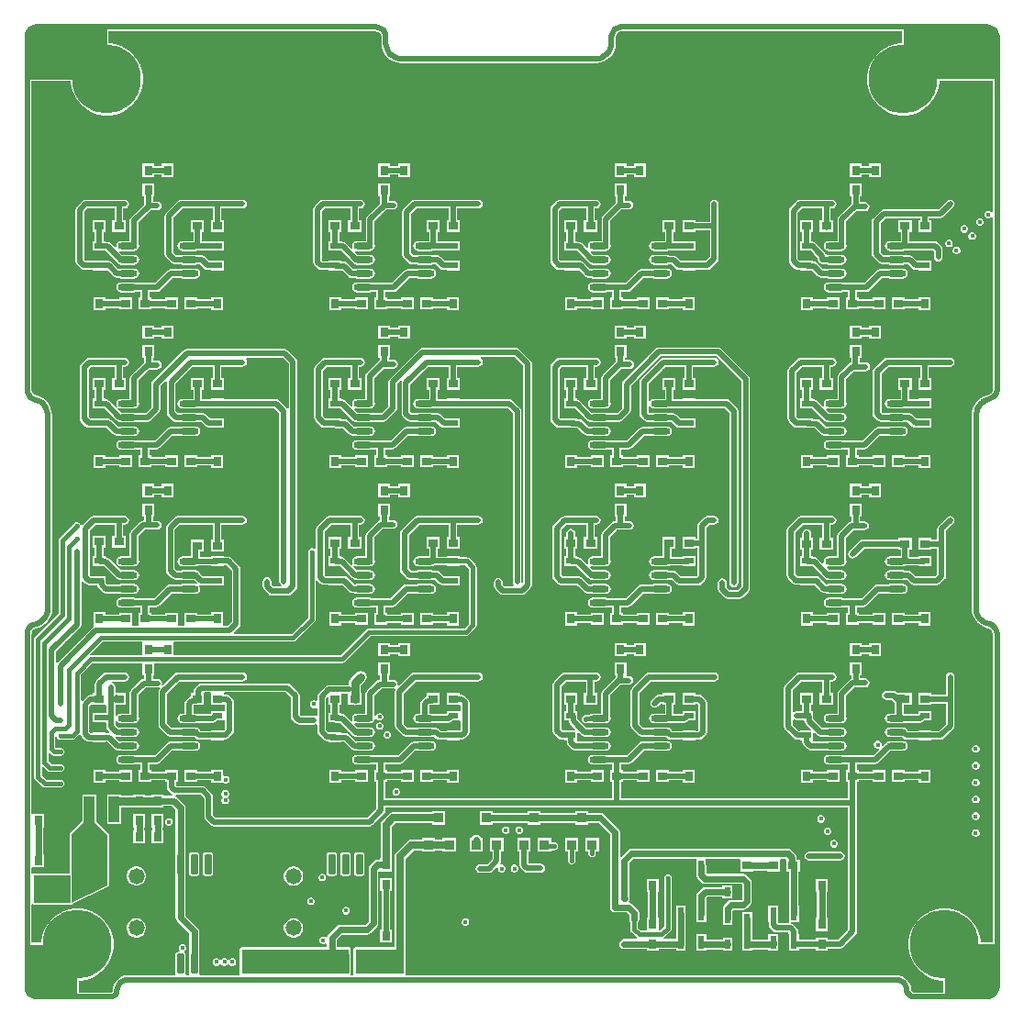
<source format=gbr>
G04*
G04 #@! TF.GenerationSoftware,Altium Limited,Altium Designer,24.1.2 (44)*
G04*
G04 Layer_Physical_Order=4*
G04 Layer_Color=16711680*
%FSLAX44Y44*%
%MOMM*%
G71*
G04*
G04 #@! TF.SameCoordinates,FF60899B-E9A6-4C8F-AFAD-FD19F3B54CA5*
G04*
G04*
G04 #@! TF.FilePolarity,Positive*
G04*
G01*
G75*
%ADD13C,0.6000*%
%ADD17C,0.5000*%
%ADD18R,0.9000X0.8000*%
%ADD20R,0.6000X0.9000*%
%ADD22R,0.8000X0.9000*%
%ADD23R,0.9000X0.6000*%
%ADD25O,1.8000X0.6000*%
%ADD41C,0.4000*%
%ADD44C,0.8000*%
%ADD45R,7.2600X4.7000*%
%ADD46R,8.5500X4.7100*%
%ADD47R,4.4800X4.6800*%
%ADD48R,4.6800X4.7300*%
%ADD53C,1.4780*%
%ADD54C,6.3500*%
%ADD55C,1.5240*%
%ADD56C,0.4000*%
%ADD57C,0.3500*%
%ADD58C,0.7000*%
%ADD60R,0.9000X0.9500*%
G04:AMPARAMS|DCode=61|XSize=1.9mm|YSize=0.6mm|CornerRadius=0.075mm|HoleSize=0mm|Usage=FLASHONLY|Rotation=90.000|XOffset=0mm|YOffset=0mm|HoleType=Round|Shape=RoundedRectangle|*
%AMROUNDEDRECTD61*
21,1,1.9000,0.4500,0,0,90.0*
21,1,1.7500,0.6000,0,0,90.0*
1,1,0.1500,0.2250,0.8750*
1,1,0.1500,0.2250,-0.8750*
1,1,0.1500,-0.2250,-0.8750*
1,1,0.1500,-0.2250,0.8750*
%
%ADD61ROUNDEDRECTD61*%
%ADD62R,3.3000X2.4000*%
%ADD63R,1.0000X2.4000*%
%ADD64R,0.6200X1.2200*%
%ADD65R,4.4800X2.3100*%
%ADD66R,9.9300X2.3200*%
%ADD67R,3.4900X2.5100*%
G36*
X326287Y893015D02*
X328174Y891754D01*
X328277Y891600D01*
X328349Y891552D01*
X329229Y890234D01*
X329538Y888680D01*
X329522Y888596D01*
Y882498D01*
X329513D01*
X329860Y878970D01*
X330890Y875577D01*
X332561Y872451D01*
X334810Y869710D01*
X334807Y869706D01*
X337703Y867329D01*
X341008Y865563D01*
X344594Y864475D01*
X348323Y864108D01*
Y864122D01*
X527536D01*
Y864115D01*
X530988Y864455D01*
X534306Y865461D01*
X537365Y867096D01*
X539914Y869189D01*
X540045Y869296D01*
X540045Y869296D01*
X540817Y870071D01*
X540818Y870072D01*
X540818Y870072D01*
X542969Y872692D01*
X544567Y875682D01*
X545551Y878926D01*
X545883Y882300D01*
X545878D01*
Y888040D01*
X545849Y888186D01*
X546242Y890160D01*
X547361Y891834D01*
X547484Y891916D01*
X547557Y892025D01*
X549132Y893078D01*
X550990Y893447D01*
X551118Y893422D01*
X809476D01*
Y882450D01*
X808483D01*
X803314Y881631D01*
X798336Y880014D01*
X793673Y877638D01*
X789439Y874562D01*
X785738Y870861D01*
X782662Y866627D01*
X780286Y861964D01*
X778669Y856986D01*
X777850Y851817D01*
Y846583D01*
X778669Y841414D01*
X780286Y836436D01*
X782662Y831773D01*
X785738Y827539D01*
X789439Y823838D01*
X793673Y820762D01*
X798336Y818386D01*
X803314Y816769D01*
X808483Y815950D01*
X813717D01*
X818886Y816769D01*
X823864Y818386D01*
X828527Y820762D01*
X832761Y823838D01*
X836462Y827539D01*
X839538Y831773D01*
X841914Y836436D01*
X843531Y841414D01*
X844350Y846583D01*
Y847576D01*
X893522D01*
X893522Y726687D01*
X892790Y726367D01*
X892252Y726298D01*
X891383Y727167D01*
X890096Y727700D01*
X888704D01*
X887418Y727167D01*
X886433Y726183D01*
X885900Y724896D01*
Y723504D01*
X886433Y722217D01*
X887418Y721233D01*
X888704Y720700D01*
X890096D01*
X891383Y721233D01*
X892252Y722102D01*
X892790Y722032D01*
X893522Y721712D01*
X893522Y562600D01*
X893534Y562537D01*
X893311Y561415D01*
X892675Y560314D01*
X892675D01*
X892675Y560314D01*
X891798Y559001D01*
X890069Y557846D01*
X888938Y557621D01*
X888949Y557560D01*
X888340Y557375D01*
X888094Y557326D01*
X888023Y557279D01*
X885530Y556522D01*
X883770Y555581D01*
X883510Y555530D01*
X882859Y555095D01*
X882783Y555054D01*
X882747Y555106D01*
X882230Y554681D01*
X881796Y554391D01*
X881698Y554244D01*
X879652Y552565D01*
X878353Y550982D01*
X878011Y550566D01*
X877906Y550495D01*
X877556Y550011D01*
X877315Y549618D01*
X877022Y549172D01*
X876990Y549010D01*
X876723Y548511D01*
X875839Y546858D01*
X874520Y542507D01*
X874476Y542363D01*
X874367Y541261D01*
X874276Y540657D01*
X874224Y539951D01*
X874222Y539939D01*
X874222Y539936D01*
X874222Y539932D01*
X874222Y539917D01*
X874222Y539916D01*
X874222Y538687D01*
Y362200D01*
X874257Y362021D01*
X874167Y361102D01*
X874543Y357282D01*
X875320Y354721D01*
X875657Y353609D01*
X875691Y353545D01*
X875899Y353046D01*
X877282Y350459D01*
X879143Y348191D01*
X879192Y348146D01*
X879192Y348139D01*
X879837Y347545D01*
X879860Y347530D01*
X879861Y347529D01*
X880126Y347311D01*
X882432Y345419D01*
X885477Y343791D01*
X886495Y343434D01*
X886727Y343310D01*
X887664Y343025D01*
X888666Y342721D01*
X889839Y342305D01*
X890934Y341792D01*
X891701Y341279D01*
X891757Y341196D01*
X891888Y341108D01*
X893046Y339375D01*
X893453Y337332D01*
X893422Y337177D01*
Y52424D01*
X882450D01*
Y53417D01*
X881631Y58586D01*
X880014Y63564D01*
X877638Y68227D01*
X874562Y72461D01*
X870861Y76162D01*
X866627Y79238D01*
X861964Y81614D01*
X856986Y83231D01*
X851817Y84050D01*
X846583D01*
X841414Y83231D01*
X836436Y81614D01*
X831773Y79238D01*
X827539Y76162D01*
X823838Y72461D01*
X820762Y68227D01*
X818386Y63564D01*
X816769Y58586D01*
X815950Y53417D01*
Y48183D01*
X816769Y43014D01*
X818386Y38036D01*
X820762Y33373D01*
X823838Y29139D01*
X827539Y25438D01*
X831773Y22362D01*
X836436Y19986D01*
X841414Y18369D01*
X846583Y17550D01*
X847576D01*
Y6478D01*
X820255D01*
Y6496D01*
X819647Y6617D01*
X819131Y6962D01*
X818878Y7507D01*
X818619Y8253D01*
X818619Y8253D01*
X818145Y11853D01*
X816756Y15207D01*
X815295Y17110D01*
X814556Y18073D01*
X814546Y18087D01*
X814517Y18058D01*
X814453Y18101D01*
X812235Y19921D01*
X809617Y21320D01*
X806777Y22182D01*
X803877Y22468D01*
X803823Y22478D01*
X352439D01*
X351824Y23400D01*
Y46500D01*
X351798Y46562D01*
Y129988D01*
X359312Y137502D01*
X367061D01*
Y136350D01*
X379061D01*
Y137502D01*
X386061D01*
Y136350D01*
X398061D01*
Y148850D01*
X386061D01*
Y147698D01*
X379061D01*
Y148850D01*
X367061D01*
Y147698D01*
X357200D01*
X355249Y147310D01*
X353595Y146205D01*
X343095Y135705D01*
X341990Y134051D01*
X341602Y132100D01*
Y48124D01*
X305400D01*
X304252Y47648D01*
X303776Y46500D01*
Y23400D01*
X303161Y22478D01*
X301840D01*
X301224Y23400D01*
Y46600D01*
X300748Y47748D01*
X299600Y48224D01*
X288338D01*
Y55050D01*
X293200Y59912D01*
X316400D01*
X318156Y60261D01*
X319644Y61256D01*
X325444Y67056D01*
X326439Y68544D01*
X326788Y70300D01*
Y117711D01*
X327090Y117913D01*
X328200Y118300D01*
Y118300D01*
X339200D01*
Y130300D01*
X338798D01*
Y158888D01*
X342412Y162502D01*
X376561D01*
Y161350D01*
X388561D01*
Y173850D01*
X376561D01*
Y172698D01*
X340300D01*
X338349Y172310D01*
X336695Y171205D01*
X330095Y164605D01*
X328990Y162951D01*
X328602Y161000D01*
Y130300D01*
X328200D01*
Y128888D01*
X325715D01*
X323959Y128539D01*
X322470Y127544D01*
X318956Y124030D01*
X317961Y122541D01*
X317612Y120785D01*
Y72200D01*
X314499Y69088D01*
X291300D01*
X289544Y68739D01*
X288056Y67744D01*
X280506Y60194D01*
X279511Y58706D01*
X279350Y57896D01*
X277972Y57478D01*
X277883Y57567D01*
X276596Y58100D01*
X275204D01*
X273917Y57567D01*
X272933Y56583D01*
X272400Y55296D01*
Y53904D01*
X272933Y52617D01*
X273917Y51633D01*
X275204Y51100D01*
X276596D01*
X277883Y51633D01*
X277892Y51642D01*
X279162Y51116D01*
Y48224D01*
X200300D01*
X199152Y47748D01*
X198676Y46600D01*
Y23400D01*
X198061Y22478D01*
X162083D01*
X161838Y22693D01*
X161204Y23748D01*
X161294Y24200D01*
Y27562D01*
X161338Y27784D01*
Y62650D01*
X160989Y64406D01*
X159994Y65894D01*
X148638Y77250D01*
Y119884D01*
Y177250D01*
X148289Y179006D01*
X147294Y180494D01*
X141244Y186544D01*
X139756Y187539D01*
X139692Y187551D01*
X139817Y188822D01*
X162811D01*
X166122Y185511D01*
Y168600D01*
X166122Y168600D01*
X166432Y167039D01*
X167316Y165716D01*
X172016Y161016D01*
X172016Y161016D01*
X173339Y160132D01*
X174900Y159822D01*
X174900Y159822D01*
X318400D01*
X318400Y159822D01*
X319961Y160132D01*
X321284Y161016D01*
X331964Y171697D01*
X331965Y171697D01*
X332849Y173020D01*
X333159Y174581D01*
X333159Y174581D01*
Y177621D01*
X547400D01*
X547400Y177621D01*
X547400Y177621D01*
X760202D01*
Y91765D01*
X760202Y91764D01*
X760243Y91561D01*
Y64210D01*
X751394Y55361D01*
X741600D01*
Y57283D01*
X730600D01*
Y55361D01*
X714626D01*
Y60410D01*
X714104D01*
Y63171D01*
X713794Y64732D01*
X712910Y66055D01*
X712910Y66055D01*
X709981Y68984D01*
X708658Y69868D01*
X707290Y70140D01*
X707415Y71410D01*
X714626D01*
Y86610D01*
X714514D01*
Y118042D01*
X715501D01*
Y129042D01*
X712589D01*
Y130985D01*
X712240Y132741D01*
X711245Y134230D01*
X707730Y137744D01*
X706242Y138739D01*
X704486Y139088D01*
X560300D01*
X558544Y138739D01*
X557056Y137744D01*
X550958Y131647D01*
X549688Y132173D01*
Y154200D01*
X549339Y155956D01*
X548344Y157444D01*
X534944Y170844D01*
X533456Y171839D01*
X531700Y172188D01*
X520561D01*
Y173850D01*
X508561D01*
Y172188D01*
X476561D01*
Y173850D01*
X464561D01*
Y172188D01*
X432561D01*
Y173850D01*
X420561D01*
Y161350D01*
X432561D01*
Y163012D01*
X464561D01*
Y161350D01*
X476561D01*
Y163012D01*
X508561D01*
Y161350D01*
X520561D01*
Y163012D01*
X529799D01*
X540512Y152299D01*
Y85300D01*
X540861Y83544D01*
X541856Y82056D01*
X543344Y81061D01*
X545100Y80712D01*
X555299D01*
X558212Y77799D01*
Y73875D01*
X558561Y72119D01*
X559231Y71116D01*
Y64600D01*
X559503Y63234D01*
X560277Y62077D01*
X564777Y57576D01*
X565428Y57141D01*
X565043Y55871D01*
X563483D01*
X563200Y55815D01*
X562917Y55871D01*
X553700D01*
X551944Y55522D01*
X550456Y54527D01*
X549461Y53039D01*
X549112Y51283D01*
X549461Y49527D01*
X550456Y48039D01*
X551944Y47044D01*
X553700Y46695D01*
X562917D01*
X563200Y46751D01*
X563483Y46695D01*
X574400D01*
Y45283D01*
X585400D01*
Y46695D01*
X601226D01*
Y45210D01*
X610426D01*
Y60410D01*
X610389D01*
Y78985D01*
X610376Y79051D01*
Y86610D01*
X601176D01*
Y71410D01*
X601213D01*
Y55871D01*
X590457D01*
X590072Y57141D01*
X590723Y57576D01*
X596323Y63176D01*
X597097Y64334D01*
X597369Y65700D01*
Y111975D01*
X597300Y112320D01*
Y112671D01*
X597165Y112996D01*
X597097Y113341D01*
X596902Y113633D01*
X596767Y113958D01*
X596519Y114206D01*
X596323Y114498D01*
X596031Y114693D01*
X595783Y114942D01*
X595458Y115077D01*
X595166Y115272D01*
X594821Y115340D01*
X594496Y115475D01*
X594145D01*
X593800Y115543D01*
X593455Y115475D01*
X593104D01*
X592779Y115340D01*
X592434Y115272D01*
X592142Y115077D01*
X591817Y114942D01*
X591569Y114693D01*
X591277Y114498D01*
X591081Y114206D01*
X590833Y113958D01*
X590698Y113633D01*
X590503Y113341D01*
X590434Y112996D01*
X590300Y112671D01*
Y112320D01*
X590231Y111975D01*
Y67178D01*
X586722Y63668D01*
X585400D01*
Y75283D01*
X584488D01*
Y99017D01*
X585400D01*
Y111017D01*
X574400D01*
Y99017D01*
X575312D01*
Y75283D01*
X574400D01*
Y63668D01*
X568778D01*
X566369Y66078D01*
Y71116D01*
X567039Y72119D01*
X567388Y73875D01*
Y79700D01*
X567039Y81456D01*
X566044Y82944D01*
X560444Y88544D01*
X558956Y89539D01*
X558508Y89628D01*
X557923Y91039D01*
X558294Y91594D01*
X558643Y93350D01*
X558294Y95105D01*
X558288Y95114D01*
Y103700D01*
Y125999D01*
X562201Y129912D01*
X618950D01*
X620070Y129549D01*
X620070Y128642D01*
Y123992D01*
X619981Y123549D01*
Y115045D01*
X620331Y113289D01*
X621325Y111801D01*
X624970Y108156D01*
X626459Y107161D01*
X628215Y106812D01*
X661374D01*
X662201Y105985D01*
Y99283D01*
Y92615D01*
X661374Y91788D01*
X652524D01*
X650768Y91439D01*
X649280Y90444D01*
X645765Y86930D01*
X644770Y85441D01*
X644421Y83685D01*
Y75017D01*
X644509Y74573D01*
Y69017D01*
X653509D01*
Y74573D01*
X653597Y75017D01*
Y81785D01*
X654424Y82612D01*
X663275D01*
X665030Y82961D01*
X666519Y83956D01*
X670033Y87470D01*
X671028Y88959D01*
X671377Y90715D01*
Y99283D01*
Y107885D01*
X671028Y109641D01*
X670033Y111130D01*
X666519Y114644D01*
X665030Y115639D01*
X663275Y115988D01*
X630115D01*
X629158Y116945D01*
Y123549D01*
X629070Y123992D01*
X629070Y129549D01*
X630189Y129912D01*
X659990D01*
X660899Y129042D01*
X660899Y128642D01*
Y118042D01*
X672899D01*
Y118954D01*
X685501D01*
Y118042D01*
X697501D01*
Y128642D01*
X697501Y129042D01*
X698410Y129912D01*
X702586D01*
X703413Y129085D01*
Y124542D01*
X703501Y124099D01*
Y118042D01*
X705338D01*
Y79110D01*
X705426Y78667D01*
Y71448D01*
X705426Y71410D01*
X705333Y70178D01*
X695668D01*
X695576Y71410D01*
X695576Y71410D01*
X695576Y71410D01*
Y86610D01*
X686376D01*
Y71410D01*
X686898D01*
Y69029D01*
X686897Y69029D01*
X687208Y67468D01*
X688092Y66145D01*
X691021Y63216D01*
X691021Y63216D01*
X692344Y62332D01*
X693905Y62021D01*
X704557D01*
X704990Y61499D01*
X705426Y60410D01*
X705426D01*
Y45210D01*
X714626D01*
Y47205D01*
X730600D01*
Y45283D01*
X741600D01*
Y47205D01*
X753083D01*
X753083Y47204D01*
X754644Y47515D01*
X755967Y48399D01*
X767205Y59637D01*
X767205Y59637D01*
X768089Y60960D01*
X768400Y62521D01*
X768400Y62521D01*
Y91724D01*
X768359Y91928D01*
Y181700D01*
Y200800D01*
X770281D01*
Y202222D01*
X782521D01*
Y200800D01*
X794521D01*
Y211800D01*
X782521D01*
Y210378D01*
X770281D01*
Y211800D01*
X768359D01*
Y217204D01*
X785382D01*
X785382Y217204D01*
X786943Y217514D01*
X788266Y218398D01*
X799262Y229394D01*
X810650D01*
X812406Y229743D01*
X813894Y230738D01*
X814889Y232227D01*
X815238Y233982D01*
X814889Y235738D01*
X813894Y237227D01*
X812406Y238221D01*
X810650Y238570D01*
X798650D01*
X796894Y238221D01*
X795406Y237227D01*
X794937Y236526D01*
X794698Y236366D01*
X792119Y233787D01*
X791167Y234312D01*
X791000Y234464D01*
Y235796D01*
X790467Y237083D01*
X789483Y238067D01*
X788196Y238600D01*
X786804D01*
X785517Y238067D01*
X784533Y237083D01*
X784000Y235796D01*
Y234404D01*
X784533Y233117D01*
X785517Y232133D01*
X786804Y231600D01*
X788136D01*
X788288Y231433D01*
X788813Y230481D01*
X783693Y225361D01*
X763900D01*
X763900Y225361D01*
X763900Y225361D01*
X756146D01*
X755906Y225521D01*
X754150Y225870D01*
X742150D01*
X740394Y225521D01*
X738906Y224527D01*
X737911Y223038D01*
X737562Y221282D01*
X737911Y219527D01*
X738906Y218038D01*
X740394Y217043D01*
X742150Y216694D01*
X754150D01*
X755906Y217043D01*
X756146Y217204D01*
X760202D01*
Y211800D01*
X758281D01*
Y200800D01*
X760202D01*
Y185778D01*
X550759D01*
Y200800D01*
X552681D01*
Y202222D01*
X564921D01*
Y200800D01*
X576921D01*
Y211800D01*
X564921D01*
Y210378D01*
X552681D01*
Y211800D01*
X550759D01*
Y217204D01*
X557682D01*
X557682Y217204D01*
X559243Y217514D01*
X560566Y218398D01*
X572072Y229904D01*
X579054D01*
X579294Y229743D01*
X581050Y229394D01*
X593050D01*
X594806Y229743D01*
X596294Y230738D01*
X597289Y232227D01*
X597638Y233982D01*
X597289Y235738D01*
X596294Y237227D01*
X594806Y238221D01*
X593050Y238570D01*
X581050D01*
X579294Y238221D01*
X579054Y238061D01*
X570383D01*
X570382Y238061D01*
X568822Y237750D01*
X567499Y236866D01*
X567499Y236866D01*
X555993Y225361D01*
X538546D01*
X538306Y225521D01*
X536550Y225870D01*
X524550D01*
X522794Y225521D01*
X521306Y224527D01*
X520311Y223038D01*
X519962Y221282D01*
X520311Y219527D01*
X521306Y218038D01*
X522794Y217043D01*
X524550Y216694D01*
X536550D01*
X538306Y217043D01*
X538546Y217204D01*
X542602D01*
Y211800D01*
X540681D01*
Y200800D01*
X542602D01*
Y185778D01*
X333159D01*
Y200800D01*
X335081D01*
Y202222D01*
X347321D01*
Y200800D01*
X359321D01*
Y211800D01*
X347321D01*
Y210378D01*
X335081D01*
Y211800D01*
X333159D01*
Y217204D01*
X346582D01*
X346582Y217204D01*
X348143Y217514D01*
X349466Y218398D01*
X360780Y229713D01*
X361849D01*
X363450Y229394D01*
X375450D01*
X377206Y229743D01*
X378694Y230738D01*
X379689Y232227D01*
X380038Y233982D01*
X379689Y235738D01*
X378694Y237227D01*
X377206Y238221D01*
X375450Y238570D01*
X363450D01*
X361694Y238221D01*
X361168Y237869D01*
X359091D01*
X359091Y237869D01*
X357530Y237559D01*
X356207Y236675D01*
X344893Y225361D01*
X320946D01*
X320706Y225521D01*
X318950Y225870D01*
X306950D01*
X305194Y225521D01*
X303706Y224527D01*
X302711Y223038D01*
X302362Y221282D01*
X302711Y219527D01*
X303706Y218038D01*
X305194Y217043D01*
X306950Y216694D01*
X318950D01*
X320706Y217043D01*
X320946Y217204D01*
X325002D01*
Y211800D01*
X323081D01*
Y200800D01*
X325002D01*
Y181700D01*
Y176270D01*
X316711Y167978D01*
X176589D01*
X174278Y170289D01*
Y187200D01*
X173968Y188761D01*
X173084Y190084D01*
X173084Y190084D01*
X167384Y195784D01*
X166061Y196668D01*
X164500Y196978D01*
X164500Y196978D01*
X140339D01*
X139799Y197518D01*
Y200800D01*
X141721D01*
Y211800D01*
X129721D01*
Y210378D01*
X117481D01*
Y211800D01*
X115559D01*
Y217204D01*
X122282D01*
X122282Y217204D01*
X123843Y217514D01*
X125166Y218398D01*
X136672Y229904D01*
X143854D01*
X144094Y229743D01*
X145850Y229394D01*
X157850D01*
X159606Y229743D01*
X161094Y230738D01*
X162089Y232227D01*
X162438Y233982D01*
X162089Y235738D01*
X161094Y237227D01*
X159606Y238221D01*
X157850Y238570D01*
X145850D01*
X144094Y238221D01*
X143854Y238061D01*
X134983D01*
X134983Y238061D01*
X133422Y237750D01*
X132099Y236866D01*
X132099Y236866D01*
X120593Y225361D01*
X111500D01*
X111500Y225361D01*
X111500Y225361D01*
X103346D01*
X103106Y225521D01*
X101350Y225870D01*
X89350D01*
X87594Y225521D01*
X86106Y224527D01*
X85111Y223038D01*
X84762Y221282D01*
X85111Y219527D01*
X86106Y218038D01*
X87594Y217043D01*
X89350Y216694D01*
X101350D01*
X103106Y217043D01*
X103346Y217204D01*
X107402D01*
Y211800D01*
X105481D01*
Y200800D01*
X117481D01*
Y202222D01*
X129721D01*
Y200800D01*
X131643D01*
Y195829D01*
X131643Y195829D01*
X131953Y194268D01*
X132837Y192945D01*
X135766Y190016D01*
X135766Y190016D01*
X137050Y189158D01*
X137073Y189053D01*
X136839Y187888D01*
X128600D01*
Y189000D01*
X117600D01*
Y188608D01*
X111500D01*
Y189000D01*
X100500D01*
Y188608D01*
X89500D01*
Y189100D01*
X76500D01*
Y162100D01*
X89500D01*
Y177392D01*
X100500D01*
Y177000D01*
X111500D01*
Y177392D01*
X117600D01*
Y177000D01*
X128600D01*
Y178712D01*
X136100D01*
X139462Y175349D01*
Y119884D01*
Y75350D01*
X139811Y73594D01*
X140806Y72106D01*
X152162Y60749D01*
Y27784D01*
X152206Y27562D01*
Y24200D01*
X152296Y23748D01*
X151662Y22693D01*
X151417Y22478D01*
X149383D01*
X149138Y22693D01*
X148504Y23748D01*
X148594Y24200D01*
Y41700D01*
X148419Y42578D01*
X147922Y43322D01*
X147912Y43329D01*
X147982Y44716D01*
X148028Y44779D01*
X148967Y45717D01*
X149500Y47004D01*
Y48396D01*
X148967Y49683D01*
X147983Y50667D01*
X146696Y51200D01*
X145304D01*
X144017Y50667D01*
X143033Y49683D01*
X142500Y48396D01*
Y47004D01*
X143033Y45717D01*
X143486Y45264D01*
X142960Y43994D01*
X141800D01*
X140922Y43819D01*
X140178Y43322D01*
X139681Y42578D01*
X139506Y41700D01*
Y24200D01*
X139596Y23748D01*
X138962Y22693D01*
X138717Y22478D01*
X95791D01*
Y22522D01*
X92105Y22037D01*
X88671Y20614D01*
X85722Y18351D01*
X85753Y18321D01*
X85714Y18262D01*
X83912Y16066D01*
X82540Y13500D01*
X81695Y10715D01*
X81417Y7888D01*
X81403Y7819D01*
X81417Y7752D01*
X81126Y7050D01*
X81068Y7011D01*
X81005Y6916D01*
X80136Y6556D01*
X80023Y6578D01*
X50724D01*
Y17550D01*
X51717D01*
X56886Y18369D01*
X61864Y19986D01*
X66527Y22362D01*
X70761Y25438D01*
X74462Y29139D01*
X77538Y33373D01*
X79914Y38036D01*
X81531Y43014D01*
X82350Y48183D01*
Y53417D01*
X81531Y58586D01*
X79914Y63564D01*
X77538Y68227D01*
X74462Y72461D01*
X70761Y76162D01*
X66527Y79238D01*
X61864Y81614D01*
X56886Y83231D01*
X51717Y84050D01*
X46483D01*
X41314Y83231D01*
X36336Y81614D01*
X31673Y79238D01*
X27439Y76162D01*
X23738Y72461D01*
X20662Y68227D01*
X18286Y63564D01*
X16669Y58586D01*
X15850Y53417D01*
Y52424D01*
X6678D01*
Y87566D01*
X7948Y88129D01*
X8800Y87776D01*
X43700D01*
X44080Y87934D01*
X44215Y87942D01*
X44833Y88246D01*
X44848Y88252D01*
X44849Y88253D01*
X77129Y104100D01*
X78000Y104100D01*
X78037Y105075D01*
X78019Y105348D01*
X78124Y105600D01*
Y152100D01*
X77648Y153248D01*
X66500Y164396D01*
Y189100D01*
X53500D01*
Y164396D01*
X42352Y153248D01*
X41876Y152100D01*
Y129500D01*
Y116124D01*
X8800D01*
X8501Y116000D01*
X7300Y116000D01*
X6678Y117012D01*
X6678Y120987D01*
X7948Y122000D01*
X18300D01*
Y134000D01*
X17388D01*
Y159000D01*
X18300D01*
Y171000D01*
X7948D01*
X7300Y171000D01*
X6678Y172012D01*
X6678Y335514D01*
X6678Y336715D01*
X6678Y336717D01*
X6678Y336718D01*
X6678D01*
X6833Y337956D01*
X6897Y338446D01*
X7563Y340053D01*
X8447Y341205D01*
X8762Y341448D01*
X9802Y342099D01*
X11114Y342642D01*
X11965Y342754D01*
X11948Y342873D01*
X12950Y343073D01*
X13102Y343175D01*
X14313Y343542D01*
X15902Y344391D01*
X16279Y344592D01*
X16279Y344593D01*
X16295Y344601D01*
X16941Y344946D01*
X16993Y344989D01*
X17774Y345449D01*
X20532Y347713D01*
X22795Y350471D01*
X24477Y353617D01*
X25513Y357032D01*
X25862Y360582D01*
X25862D01*
X25822Y361646D01*
X25811Y361831D01*
X25778Y362389D01*
X25778Y536338D01*
X25803Y537599D01*
X25810Y537667D01*
X25696Y538823D01*
X25371Y542122D01*
X24072Y546405D01*
X22952Y548501D01*
X22701Y548970D01*
X22685Y549049D01*
X22359Y549609D01*
X22051Y550166D01*
X22050Y550167D01*
X21647Y550658D01*
X19872Y552821D01*
X17219Y554999D01*
X14191Y556617D01*
X12270Y557200D01*
X11898Y557380D01*
X11875Y557386D01*
X11873Y557386D01*
X11871Y557387D01*
X9515Y557999D01*
X8274Y558828D01*
X6995Y560743D01*
X6681Y562322D01*
X6681Y562322D01*
X6681D01*
X6678Y562324D01*
Y847576D01*
X42950D01*
Y846583D01*
X43769Y841414D01*
X45386Y836436D01*
X47762Y831773D01*
X50838Y827539D01*
X54539Y823838D01*
X58773Y820762D01*
X63436Y818386D01*
X68414Y816769D01*
X73583Y815950D01*
X78817D01*
X83986Y816769D01*
X88964Y818386D01*
X93627Y820762D01*
X97861Y823838D01*
X101562Y827539D01*
X104638Y831773D01*
X107014Y836436D01*
X108631Y841414D01*
X109450Y846583D01*
Y851817D01*
X108631Y856986D01*
X107014Y861964D01*
X104638Y866627D01*
X101562Y870861D01*
X97861Y874562D01*
X93627Y877638D01*
X88964Y880014D01*
X83986Y881631D01*
X78817Y882450D01*
X77824D01*
Y893422D01*
X323879D01*
X324061Y893458D01*
X326287Y893015D01*
D02*
G37*
G36*
X76500Y152100D02*
Y105600D01*
X43500Y89400D01*
Y129500D01*
Y152100D01*
X55000Y163600D01*
X65000D01*
X76500Y152100D01*
D02*
G37*
%LPC*%
G36*
X790554Y771173D02*
X779554D01*
Y769251D01*
X772700D01*
Y771173D01*
X761700D01*
Y759173D01*
X772700D01*
Y761095D01*
X779554D01*
Y759173D01*
X790554D01*
Y771173D01*
D02*
G37*
G36*
X573300D02*
X562300D01*
Y769251D01*
X555600D01*
Y771173D01*
X544600D01*
Y759173D01*
X555600D01*
Y761095D01*
X562300D01*
Y759173D01*
X573300D01*
Y771173D01*
D02*
G37*
G36*
X355900D02*
X344900D01*
Y769251D01*
X337700D01*
Y771173D01*
X326700D01*
Y759173D01*
X337700D01*
Y761095D01*
X344900D01*
Y759173D01*
X355900D01*
Y771173D01*
D02*
G37*
G36*
X137800D02*
X126800D01*
Y769251D01*
X120000D01*
Y771173D01*
X109000D01*
Y759173D01*
X120000D01*
Y761095D01*
X126800D01*
Y759173D01*
X137800D01*
Y771173D01*
D02*
G37*
G36*
X738800Y737978D02*
X738800Y737978D01*
X715700D01*
X715700Y737978D01*
X714139Y737668D01*
X712816Y736784D01*
X706716Y730684D01*
X705832Y729361D01*
X705522Y727800D01*
X705522Y727800D01*
Y681700D01*
X705522Y681700D01*
X705832Y680139D01*
X706716Y678816D01*
X711072Y674461D01*
X711072Y674461D01*
X712395Y673577D01*
X713955Y673266D01*
X713956Y673266D01*
X716040D01*
Y672823D01*
X722146D01*
X722540Y672745D01*
X726588D01*
X732203Y667130D01*
X733526Y666246D01*
X735086Y665935D01*
X735087Y665935D01*
X739868D01*
X740394Y665583D01*
X742150Y665234D01*
X754150D01*
X755906Y665583D01*
X757394Y666578D01*
X758389Y668067D01*
X758738Y669822D01*
X758389Y671578D01*
X757394Y673067D01*
X755906Y674061D01*
X754150Y674410D01*
X742150D01*
X740549Y674092D01*
X736776D01*
X731161Y679707D01*
X729838Y680591D01*
X728277Y680901D01*
X728040Y681823D01*
X716040D01*
X716040Y681823D01*
Y681823D01*
X716040Y681823D01*
X714909Y682158D01*
X713678Y683389D01*
Y726111D01*
X717389Y729822D01*
X735962D01*
Y719200D01*
X734040D01*
Y708200D01*
X746040D01*
Y719200D01*
X744119D01*
Y729822D01*
X745500D01*
X747061Y730132D01*
X748384Y731016D01*
X749268Y732339D01*
X749578Y733900D01*
X749268Y735461D01*
X748384Y736784D01*
X747061Y737668D01*
X745500Y737978D01*
X738800D01*
X738800Y737978D01*
D02*
G37*
G36*
X522400D02*
X522400Y737978D01*
X494000D01*
X494000Y737978D01*
X492439Y737668D01*
X491116Y736784D01*
X486616Y732284D01*
X485732Y730961D01*
X485422Y729400D01*
X485422Y729400D01*
Y681500D01*
X485422Y681500D01*
X485732Y679939D01*
X486616Y678616D01*
X490616Y674616D01*
X490616Y674616D01*
X491939Y673732D01*
X493500Y673422D01*
X498440D01*
Y672823D01*
X510440D01*
Y672823D01*
X511710Y673022D01*
X517603Y667130D01*
X517603Y667130D01*
X518926Y666246D01*
X520486Y665935D01*
X520486Y665935D01*
X522268D01*
X522794Y665583D01*
X524550Y665234D01*
X536550D01*
X538306Y665583D01*
X539794Y666578D01*
X540789Y668067D01*
X541138Y669822D01*
X540789Y671578D01*
X539794Y673067D01*
X538306Y674061D01*
X536550Y674410D01*
X524550D01*
X522949Y674092D01*
X522176D01*
X516061Y680207D01*
X514738Y681091D01*
X513177Y681401D01*
X513177Y681401D01*
X510440D01*
Y681823D01*
X498440D01*
Y681578D01*
X495189D01*
X493578Y683189D01*
Y727711D01*
X495689Y729822D01*
X518362D01*
Y719200D01*
X516440D01*
Y708200D01*
X528440D01*
Y719200D01*
X526519D01*
Y729822D01*
X527900D01*
X529461Y730132D01*
X530784Y731016D01*
X531668Y732339D01*
X531978Y733900D01*
X531668Y735461D01*
X530784Y736784D01*
X529461Y737668D01*
X527900Y737978D01*
X522400D01*
X522400Y737978D01*
D02*
G37*
G36*
X395500D02*
X395500Y737978D01*
X359900D01*
X359900Y737978D01*
X358339Y737668D01*
X357016Y736784D01*
X350016Y729784D01*
X349132Y728461D01*
X348822Y726900D01*
X348822Y726900D01*
Y687100D01*
X348822Y687100D01*
X349132Y685539D01*
X350016Y684216D01*
X354616Y679616D01*
X355939Y678732D01*
X357500Y678422D01*
X357500Y678422D01*
X361487D01*
X361694Y678283D01*
X363450Y677934D01*
X375450D01*
X377206Y678283D01*
X377446Y678444D01*
X379688D01*
X383693Y674439D01*
X383693Y674439D01*
X385016Y673555D01*
X386577Y673244D01*
X389561D01*
Y672823D01*
X401561D01*
Y681823D01*
X389561D01*
Y681401D01*
X388266D01*
X384262Y685406D01*
X382938Y686290D01*
X381378Y686601D01*
X381377Y686601D01*
X377446D01*
X377206Y686761D01*
X375450Y687111D01*
X363450D01*
X361694Y686761D01*
X361421Y686578D01*
X359189D01*
X356978Y688789D01*
Y725211D01*
X361589Y729822D01*
X391483D01*
Y719200D01*
X389561D01*
Y708200D01*
X401561D01*
Y719200D01*
X399640D01*
Y729822D01*
X419100D01*
X420661Y730132D01*
X421984Y731016D01*
X422868Y732339D01*
X423178Y733900D01*
X422868Y735461D01*
X421984Y736784D01*
X420661Y737668D01*
X419100Y737978D01*
X395500D01*
X395500Y737978D01*
D02*
G37*
G36*
X304600D02*
X304600Y737978D01*
X275400D01*
X275400Y737978D01*
X273839Y737668D01*
X272516Y736784D01*
X267616Y731884D01*
X266732Y730561D01*
X266422Y729000D01*
X266422Y729000D01*
Y680400D01*
X266422Y680400D01*
X266732Y678839D01*
X267616Y677516D01*
X270716Y674416D01*
X272039Y673532D01*
X273600Y673222D01*
X273600Y673222D01*
X280840D01*
Y672823D01*
X292840D01*
X293846Y672186D01*
X299094Y666939D01*
X299094Y666938D01*
X300417Y666054D01*
X301978Y665744D01*
X301978Y665744D01*
X304954D01*
X305194Y665583D01*
X306950Y665234D01*
X318950D01*
X320706Y665583D01*
X322194Y666578D01*
X323189Y668067D01*
X323538Y669822D01*
X323189Y671578D01*
X322194Y673067D01*
X320706Y674061D01*
X318950Y674410D01*
X306950D01*
X305194Y674061D01*
X304954Y673901D01*
X303667D01*
X297596Y679972D01*
X296273Y680856D01*
X294712Y681166D01*
X294712Y681166D01*
X292840D01*
Y681823D01*
X280840D01*
Y681378D01*
X275289D01*
X274578Y682089D01*
Y727311D01*
X277089Y729822D01*
X300762D01*
Y719200D01*
X298840D01*
Y708200D01*
X310840D01*
Y719200D01*
X308919D01*
Y729822D01*
X310300D01*
X311861Y730132D01*
X313184Y731016D01*
X314068Y732339D01*
X314378Y733900D01*
X314068Y735461D01*
X313184Y736784D01*
X311861Y737668D01*
X310300Y737978D01*
X304600D01*
X304600Y737978D01*
D02*
G37*
G36*
X86400D02*
X86400Y737978D01*
X56700D01*
X56700Y737978D01*
X55139Y737668D01*
X53816Y736784D01*
X48516Y731484D01*
X47632Y730161D01*
X47322Y728600D01*
X47322Y728600D01*
Y680900D01*
X47322Y680900D01*
X47632Y679339D01*
X48516Y678016D01*
X52093Y674439D01*
X53416Y673555D01*
X54977Y673244D01*
X63240D01*
Y672823D01*
X75240D01*
Y672857D01*
X76510Y673084D01*
X82465Y667130D01*
X82465Y667130D01*
X83788Y666246D01*
X85348Y665935D01*
X85349Y665935D01*
X87068D01*
X87594Y665583D01*
X89350Y665234D01*
X101350D01*
X103106Y665583D01*
X104594Y666578D01*
X105589Y668067D01*
X105938Y669822D01*
X105589Y671578D01*
X104594Y673067D01*
X103106Y674061D01*
X101350Y674410D01*
X89350D01*
X87749Y674092D01*
X87038D01*
X80923Y680207D01*
X79600Y681091D01*
X78039Y681401D01*
X78039Y681401D01*
X75240D01*
Y681823D01*
X63240D01*
Y681401D01*
X56666D01*
X55478Y682589D01*
Y726911D01*
X58389Y729822D01*
X83162D01*
Y719200D01*
X81241D01*
Y708200D01*
X93240D01*
Y719200D01*
X91319D01*
Y729822D01*
X92729D01*
X94290Y730132D01*
X95613Y731016D01*
X96497Y732339D01*
X96807Y733900D01*
X96497Y735461D01*
X95613Y736784D01*
X94290Y737668D01*
X92729Y737978D01*
X86400D01*
X86400Y737978D01*
D02*
G37*
G36*
X854329Y737978D02*
X852768Y737668D01*
X851445Y736784D01*
X843739Y729078D01*
X829700D01*
X829700Y729078D01*
X829700Y729078D01*
X793000D01*
X791439Y728768D01*
X790116Y727884D01*
X790116Y727884D01*
X783216Y720984D01*
X782332Y719661D01*
X782022Y718100D01*
X782022Y718100D01*
Y688000D01*
X782022Y688000D01*
X782332Y686439D01*
X783216Y685116D01*
X788502Y679830D01*
X788503Y679830D01*
X789826Y678946D01*
X791386Y678635D01*
X796368D01*
X796894Y678283D01*
X798650Y677934D01*
X810650D01*
X812406Y678283D01*
X812646Y678444D01*
X815488D01*
X819493Y674439D01*
X819493Y674439D01*
X820816Y673555D01*
X822377Y673244D01*
X824761D01*
Y672823D01*
X836761D01*
Y681823D01*
X824761D01*
Y681823D01*
X823536Y681931D01*
X820061Y685406D01*
X818738Y686290D01*
X817178Y686601D01*
X817178Y686601D01*
X812646D01*
X812406Y686761D01*
X810650Y687111D01*
X798650D01*
X797049Y686792D01*
X793076D01*
X790178Y689689D01*
Y716411D01*
X794689Y720922D01*
X826683D01*
Y719200D01*
X824761D01*
Y708200D01*
X836761D01*
Y719200D01*
X834840D01*
Y720922D01*
X845429D01*
X845429Y720922D01*
X846990Y721232D01*
X848313Y722116D01*
X857213Y731016D01*
X858097Y732339D01*
X858407Y733900D01*
X858097Y735461D01*
X857213Y736784D01*
X855889Y737668D01*
X854329Y737978D01*
D02*
G37*
G36*
X337700Y753173D02*
X326700D01*
Y741173D01*
X328122D01*
Y734589D01*
X316257Y722725D01*
X315373Y721402D01*
X315063Y719841D01*
X315063Y719841D01*
Y699810D01*
X306950D01*
X305194Y699461D01*
X303706Y698467D01*
X302711Y696978D01*
X302362Y695222D01*
X302640Y693824D01*
X301499Y693169D01*
X296802Y697866D01*
X295479Y698750D01*
X293918Y699060D01*
X292842Y699662D01*
Y699982D01*
X290919D01*
Y708200D01*
X292840D01*
Y719200D01*
X280840D01*
Y708200D01*
X282763D01*
Y699982D01*
X280842D01*
Y690982D01*
X286948D01*
X287342Y690903D01*
X292229D01*
X303302Y679830D01*
X303302Y679830D01*
X303365Y679788D01*
X303706Y679278D01*
X305194Y678283D01*
X306950Y677934D01*
X318950D01*
X320706Y678283D01*
X322194Y679278D01*
X323189Y680767D01*
X323538Y682522D01*
X323189Y684278D01*
X322194Y685767D01*
X320706Y686761D01*
X318950Y687111D01*
X307557D01*
X304896Y689771D01*
X305551Y690912D01*
X306950Y690634D01*
X318950D01*
X320706Y690984D01*
X322194Y691978D01*
X323189Y693467D01*
X323538Y695222D01*
X323220Y696823D01*
Y718152D01*
X333889Y728821D01*
X340400D01*
X340400Y728821D01*
X341961Y729132D01*
X343284Y730016D01*
X343384Y730116D01*
X344268Y731439D01*
X344578Y733000D01*
X344268Y734561D01*
X343384Y735884D01*
X342061Y736768D01*
X340500Y737078D01*
X339997Y736978D01*
X336278D01*
Y741173D01*
X337700D01*
Y753173D01*
D02*
G37*
G36*
X636700Y737978D02*
X635139Y737668D01*
X633816Y736784D01*
X632932Y735461D01*
X632622Y733900D01*
Y717778D01*
X619161D01*
Y719200D01*
X607161D01*
Y708200D01*
X619161D01*
Y709622D01*
X632622D01*
Y685389D01*
X628634Y681401D01*
X619161D01*
Y681823D01*
X607161D01*
Y681401D01*
X605466D01*
X601653Y685215D01*
X600330Y686099D01*
X598769Y686409D01*
X598769Y686409D01*
X595332D01*
X594806Y686761D01*
X593050Y687111D01*
X581050D01*
X579294Y686761D01*
X577806Y685767D01*
X576811Y684278D01*
X576462Y682522D01*
X576811Y680767D01*
X577806Y679278D01*
X579294Y678283D01*
X581050Y677934D01*
X593050D01*
X594651Y678253D01*
X597080D01*
X600893Y674439D01*
X600893Y674439D01*
X602216Y673555D01*
X603777Y673244D01*
X607161D01*
Y672823D01*
X619161D01*
Y673244D01*
X630323D01*
X630323Y673244D01*
X631884Y673555D01*
X633207Y674439D01*
X639584Y680816D01*
X639584Y680816D01*
X640468Y682139D01*
X640778Y683700D01*
Y714400D01*
X640778Y714400D01*
X640778Y714400D01*
Y733900D01*
X640468Y735461D01*
X639584Y736784D01*
X638261Y737668D01*
X636700Y737978D01*
D02*
G37*
G36*
X882396Y721000D02*
X881004D01*
X879717Y720467D01*
X878733Y719483D01*
X878200Y718196D01*
Y716804D01*
X878733Y715517D01*
X879717Y714533D01*
X881004Y714000D01*
X882396D01*
X883683Y714533D01*
X884667Y715517D01*
X885200Y716804D01*
Y718196D01*
X884667Y719483D01*
X883683Y720467D01*
X882396Y721000D01*
D02*
G37*
G36*
X201500Y737978D02*
X144400D01*
X142839Y737668D01*
X141516Y736784D01*
X141516Y736784D01*
X130616Y725884D01*
X129732Y724561D01*
X129422Y723000D01*
X129422Y723000D01*
Y687700D01*
X129422Y687700D01*
X129732Y686139D01*
X130616Y684816D01*
X135603Y679830D01*
X136926Y678946D01*
X138486Y678635D01*
X143568D01*
X144094Y678283D01*
X145850Y677934D01*
X157850D01*
X159606Y678283D01*
X159846Y678444D01*
X162288D01*
X166293Y674439D01*
X166293Y674439D01*
X167616Y673555D01*
X169177Y673244D01*
X171961D01*
Y672823D01*
X183961D01*
Y681823D01*
X171961D01*
Y681823D01*
X170691Y681576D01*
X166861Y685406D01*
X165538Y686290D01*
X163978Y686601D01*
X163978Y686601D01*
X159846D01*
X159606Y686761D01*
X157850Y687111D01*
X145850D01*
X144249Y686792D01*
X140176D01*
X137578Y689389D01*
Y721311D01*
X146089Y729822D01*
X173883D01*
Y719200D01*
X171961D01*
Y708200D01*
X183961D01*
Y719200D01*
X182040D01*
Y729822D01*
X201500D01*
X203061Y730132D01*
X204384Y731016D01*
X205268Y732339D01*
X205578Y733900D01*
X205268Y735461D01*
X204384Y736784D01*
X203061Y737668D01*
X201500Y737978D01*
D02*
G37*
G36*
X868096Y714600D02*
X866704D01*
X865417Y714067D01*
X864433Y713083D01*
X863900Y711796D01*
Y710404D01*
X864433Y709117D01*
X865417Y708133D01*
X866704Y707600D01*
X868096D01*
X869383Y708133D01*
X870367Y709117D01*
X870900Y710404D01*
Y711796D01*
X870367Y713083D01*
X869383Y714067D01*
X868096Y714600D01*
D02*
G37*
G36*
X875396Y708000D02*
X874004D01*
X872717Y707467D01*
X871733Y706483D01*
X871200Y705196D01*
Y703804D01*
X871733Y702517D01*
X872717Y701533D01*
X874004Y701000D01*
X875396D01*
X876683Y701533D01*
X877667Y702517D01*
X878200Y703804D01*
Y705196D01*
X877667Y706483D01*
X876683Y707467D01*
X875396Y708000D01*
D02*
G37*
G36*
X853896Y701100D02*
X852504D01*
X851217Y700567D01*
X850233Y699583D01*
X849700Y698296D01*
Y696904D01*
X850233Y695617D01*
X851217Y694633D01*
X852504Y694100D01*
X853896D01*
X855183Y694633D01*
X856167Y695617D01*
X856700Y696904D01*
Y698296D01*
X856167Y699583D01*
X855183Y700567D01*
X853896Y701100D01*
D02*
G37*
G36*
X120000Y753173D02*
X109000D01*
Y741173D01*
X110422D01*
Y733689D01*
X98416Y721684D01*
X97532Y720361D01*
X97222Y718800D01*
X97222Y718800D01*
Y699810D01*
X89350D01*
X87594Y699461D01*
X86106Y698467D01*
X85111Y696978D01*
X84762Y695222D01*
X84891Y694573D01*
X83721Y693947D01*
X79802Y697866D01*
X78479Y698750D01*
X76918Y699060D01*
X76918Y699060D01*
X75242D01*
Y699982D01*
X73319D01*
Y708200D01*
X75240D01*
Y719200D01*
X63240D01*
Y708200D01*
X65163D01*
Y699982D01*
X63242D01*
Y690982D01*
X69348D01*
X69742Y690903D01*
X75229D01*
X85048Y681085D01*
X85111Y680767D01*
X86106Y679278D01*
X87594Y678283D01*
X89350Y677934D01*
X101350D01*
X103106Y678283D01*
X104594Y679278D01*
X105589Y680767D01*
X105938Y682522D01*
X105589Y684278D01*
X104594Y685767D01*
X103106Y686761D01*
X101350Y687111D01*
X90557D01*
X88075Y689593D01*
X88700Y690763D01*
X89350Y690634D01*
X101350D01*
X103106Y690984D01*
X104594Y691978D01*
X105589Y693467D01*
X105938Y695222D01*
X105589Y696978D01*
X105378Y697293D01*
Y717111D01*
X116389Y728122D01*
X122700D01*
X124261Y728432D01*
X125584Y729316D01*
X126468Y730639D01*
X126778Y732200D01*
X126468Y733761D01*
X125584Y735084D01*
X124261Y735968D01*
X122700Y736278D01*
X118578D01*
Y741173D01*
X120000D01*
Y753173D01*
D02*
G37*
G36*
X555600D02*
X544600D01*
Y741173D01*
X546022D01*
Y735289D01*
X533816Y723084D01*
X532932Y721761D01*
X532622Y720200D01*
X532622Y720200D01*
Y699810D01*
X524550D01*
X522794Y699461D01*
X521306Y698467D01*
X520311Y696978D01*
X519962Y695222D01*
X520215Y693949D01*
X519045Y693323D01*
X514502Y697866D01*
X513179Y698750D01*
X511618Y699060D01*
X510442Y699159D01*
Y699982D01*
X508519D01*
Y704422D01*
X508507Y704484D01*
X508519Y704544D01*
X508519Y704544D01*
Y708200D01*
X510440D01*
Y719200D01*
X498440D01*
Y708200D01*
X500362D01*
Y704789D01*
X500301Y704483D01*
X500363Y704175D01*
Y699982D01*
X498442D01*
Y690982D01*
X504548D01*
X504941Y690903D01*
X509929D01*
X520805Y680027D01*
X521306Y679278D01*
X522794Y678283D01*
X524550Y677934D01*
X536550D01*
X538306Y678283D01*
X539794Y679278D01*
X540789Y680767D01*
X541138Y682522D01*
X540789Y684278D01*
X539794Y685767D01*
X538306Y686761D01*
X536550Y687111D01*
X525257D01*
X522650Y689717D01*
X523276Y690888D01*
X524550Y690634D01*
X536550D01*
X538306Y690984D01*
X539794Y691978D01*
X540789Y693467D01*
X541138Y695222D01*
X540789Y696978D01*
X540778Y696994D01*
Y718511D01*
X551189Y728922D01*
X557900D01*
X559461Y729232D01*
X560784Y730116D01*
X561668Y731439D01*
X561978Y733000D01*
X561668Y734561D01*
X560784Y735884D01*
X559461Y736768D01*
X557900Y737078D01*
X554178D01*
Y741173D01*
X555600D01*
Y753173D01*
D02*
G37*
G36*
X601161Y719200D02*
X589161D01*
Y708200D01*
X591083D01*
Y699810D01*
X581050D01*
X579294Y699461D01*
X577806Y698467D01*
X576811Y696978D01*
X576462Y695222D01*
X576811Y693467D01*
X577806Y691978D01*
X579294Y690984D01*
X581050Y690634D01*
X593050D01*
X594806Y690984D01*
X595240Y691274D01*
X607163D01*
Y690982D01*
X619162D01*
Y699982D01*
X607163D01*
Y699430D01*
X599240D01*
Y708200D01*
X601161D01*
Y719200D01*
D02*
G37*
G36*
X383561D02*
X371561D01*
Y708200D01*
X373483D01*
Y699810D01*
X363450D01*
X361694Y699461D01*
X360206Y698467D01*
X359211Y696978D01*
X358862Y695222D01*
X359211Y693467D01*
X360206Y691978D01*
X361694Y690984D01*
X363450Y690634D01*
X375450D01*
X377206Y690984D01*
X377640Y691274D01*
X378200D01*
X378200Y691274D01*
X378200Y691274D01*
X389563D01*
Y690982D01*
X401562D01*
Y699982D01*
X389563D01*
Y699430D01*
X381640D01*
Y708200D01*
X383561D01*
Y719200D01*
D02*
G37*
G36*
X165961D02*
X153961D01*
Y708200D01*
X155883D01*
Y699810D01*
X145850D01*
X144094Y699461D01*
X142606Y698467D01*
X141611Y696978D01*
X141262Y695222D01*
X141611Y693467D01*
X142606Y691978D01*
X144094Y690984D01*
X145850Y690634D01*
X157850D01*
X159606Y690984D01*
X160040Y691274D01*
X171963D01*
Y690982D01*
X183963D01*
Y699982D01*
X171963D01*
Y699430D01*
X164040D01*
Y708200D01*
X165961D01*
Y719200D01*
D02*
G37*
G36*
X772700Y753173D02*
X761700D01*
Y741173D01*
X763122D01*
Y734089D01*
X751416Y722384D01*
X750532Y721061D01*
X750222Y719500D01*
X750222Y719500D01*
Y699810D01*
X742150D01*
X740394Y699461D01*
X738906Y698467D01*
X737911Y696978D01*
X737562Y695222D01*
X737911Y693467D01*
X738906Y691978D01*
X740394Y690984D01*
X742150Y690634D01*
X754150D01*
X755906Y690984D01*
X757394Y691978D01*
X758389Y693467D01*
X758738Y695222D01*
X758389Y696978D01*
X758378Y696994D01*
Y717811D01*
X768089Y727522D01*
X776000D01*
X777561Y727832D01*
X778884Y728716D01*
X779768Y730039D01*
X780078Y731600D01*
X779768Y733161D01*
X778884Y734484D01*
X777561Y735368D01*
X776000Y735678D01*
X771278D01*
Y741173D01*
X772700D01*
Y753173D01*
D02*
G37*
G36*
X860896Y694700D02*
X859504D01*
X858217Y694167D01*
X857233Y693183D01*
X856700Y691896D01*
Y690504D01*
X857233Y689217D01*
X858217Y688233D01*
X859504Y687700D01*
X860896D01*
X862183Y688233D01*
X863167Y689217D01*
X863700Y690504D01*
Y691896D01*
X863167Y693183D01*
X862183Y694167D01*
X860896Y694700D01*
D02*
G37*
G36*
X818761Y719200D02*
X806761D01*
Y708200D01*
X808683D01*
Y699810D01*
X798650D01*
X796894Y699461D01*
X795406Y698467D01*
X794411Y696978D01*
X794062Y695222D01*
X794411Y693467D01*
X795406Y691978D01*
X796894Y690984D01*
X798650Y690634D01*
X810650D01*
X812406Y690984D01*
X812840Y691274D01*
X824762D01*
Y690982D01*
X836762D01*
Y691403D01*
X838329D01*
X839322Y690411D01*
Y684800D01*
X839632Y683239D01*
X840516Y681916D01*
X841839Y681032D01*
X843400Y680722D01*
X844961Y681032D01*
X846284Y681916D01*
X847168Y683239D01*
X847478Y684800D01*
Y692100D01*
X847168Y693661D01*
X846284Y694984D01*
X846284Y694984D01*
X842902Y698365D01*
X841579Y699250D01*
X840018Y699560D01*
X840018Y699560D01*
X836762D01*
Y699982D01*
X824762D01*
Y699430D01*
X816840D01*
Y708200D01*
X818761D01*
Y719200D01*
D02*
G37*
G36*
X728040D02*
X716040D01*
Y708200D01*
X717963D01*
Y699982D01*
X716041D01*
Y690982D01*
X722148D01*
X722542Y690903D01*
X722542Y690903D01*
X725752D01*
X728968Y687688D01*
X729216Y687316D01*
X732122Y684411D01*
Y682700D01*
X732432Y681139D01*
X733316Y679816D01*
X734639Y678932D01*
X736200Y678622D01*
X739888D01*
X740394Y678283D01*
X742150Y677934D01*
X754150D01*
X755906Y678283D01*
X757394Y679278D01*
X758389Y680767D01*
X758738Y682522D01*
X758389Y684278D01*
X757394Y685767D01*
X755906Y686761D01*
X754150Y687111D01*
X742150D01*
X741375Y686956D01*
X739968Y687661D01*
X739084Y688984D01*
X735232Y692836D01*
X734984Y693207D01*
X734984Y693207D01*
X730325Y697866D01*
X729002Y698750D01*
X728042Y698941D01*
Y699982D01*
X726119D01*
Y708200D01*
X728040D01*
Y719200D01*
D02*
G37*
G36*
X810650Y674410D02*
X798650D01*
X796894Y674061D01*
X796654Y673901D01*
X789323D01*
X789322Y673901D01*
X787762Y673590D01*
X786439Y672706D01*
X786439Y672706D01*
X774933Y661201D01*
X764281D01*
X764190Y661183D01*
X764100Y661201D01*
X756146D01*
X755906Y661361D01*
X754150Y661711D01*
X742150D01*
X740394Y661361D01*
X738906Y660367D01*
X737911Y658878D01*
X737562Y657122D01*
X737911Y655367D01*
X738906Y653878D01*
X740394Y652884D01*
X742150Y652534D01*
X754150D01*
X755906Y652884D01*
X756146Y653044D01*
X760021D01*
Y647700D01*
X758281D01*
Y636700D01*
X770281D01*
Y638122D01*
X782521D01*
Y636700D01*
X794521D01*
Y647700D01*
X782521D01*
Y646278D01*
X770281D01*
Y647700D01*
X768178D01*
Y653044D01*
X776622D01*
X776622Y653044D01*
X778183Y653354D01*
X779506Y654239D01*
X791012Y665744D01*
X796654D01*
X796894Y665583D01*
X798650Y665234D01*
X810650D01*
X812406Y665583D01*
X813894Y666578D01*
X814889Y668067D01*
X815238Y669822D01*
X814889Y671578D01*
X813894Y673067D01*
X812406Y674061D01*
X810650Y674410D01*
D02*
G37*
G36*
X593050D02*
X581050D01*
X579294Y674061D01*
X579054Y673901D01*
X569323D01*
X569323Y673901D01*
X567762Y673590D01*
X566439Y672706D01*
X566439Y672706D01*
X554933Y661201D01*
X546600D01*
X546600Y661201D01*
X546600Y661201D01*
X538546D01*
X538306Y661361D01*
X536550Y661711D01*
X524550D01*
X522794Y661361D01*
X521306Y660367D01*
X520311Y658878D01*
X519962Y657122D01*
X520311Y655367D01*
X521306Y653878D01*
X522794Y652884D01*
X524550Y652534D01*
X536550D01*
X538306Y652884D01*
X538546Y653044D01*
X542602D01*
Y647700D01*
X540681D01*
Y636700D01*
X552681D01*
Y638122D01*
X564921D01*
Y636700D01*
X576921D01*
Y647700D01*
X564921D01*
Y646278D01*
X552681D01*
Y647700D01*
X550759D01*
Y653044D01*
X556622D01*
X556623Y653044D01*
X558183Y653354D01*
X559506Y654239D01*
X571012Y665744D01*
X579054D01*
X579294Y665583D01*
X581050Y665234D01*
X593050D01*
X594806Y665583D01*
X596294Y666578D01*
X597289Y668067D01*
X597638Y669822D01*
X597289Y671578D01*
X596294Y673067D01*
X594806Y674061D01*
X593050Y674410D01*
D02*
G37*
G36*
X375450D02*
X363450D01*
X361694Y674061D01*
X361454Y673901D01*
X353823D01*
X353823Y673901D01*
X352262Y673590D01*
X350939Y672706D01*
X350939Y672706D01*
X339433Y661201D01*
X320946D01*
X320706Y661361D01*
X318950Y661711D01*
X306950D01*
X305194Y661361D01*
X303706Y660367D01*
X302711Y658878D01*
X302362Y657122D01*
X302711Y655367D01*
X303706Y653878D01*
X305194Y652884D01*
X306950Y652534D01*
X318950D01*
X320706Y652884D01*
X320946Y653044D01*
X325002D01*
Y647700D01*
X323081D01*
Y636700D01*
X335081D01*
Y638122D01*
X347321D01*
Y636700D01*
X359321D01*
Y647700D01*
X347321D01*
Y646278D01*
X335081D01*
Y647700D01*
X333159D01*
Y653044D01*
X341122D01*
X341123Y653044D01*
X342683Y653354D01*
X344006Y654239D01*
X355512Y665744D01*
X361454D01*
X361694Y665583D01*
X363450Y665234D01*
X375450D01*
X377206Y665583D01*
X378694Y666578D01*
X379689Y668067D01*
X380038Y669822D01*
X379689Y671578D01*
X378694Y673067D01*
X377206Y674061D01*
X375450Y674410D01*
D02*
G37*
G36*
X157850D02*
X145850D01*
X144094Y674061D01*
X143854Y673901D01*
X135223D01*
X135223Y673901D01*
X133662Y673590D01*
X132339Y672706D01*
X132339Y672706D01*
X120833Y661201D01*
X103346D01*
X103106Y661361D01*
X101350Y661711D01*
X89350D01*
X87594Y661361D01*
X86106Y660367D01*
X85111Y658878D01*
X84762Y657122D01*
X85111Y655367D01*
X86106Y653878D01*
X87594Y652884D01*
X89350Y652534D01*
X101350D01*
X103106Y652884D01*
X103346Y653044D01*
X107402D01*
Y647700D01*
X105481D01*
Y636700D01*
X117481D01*
Y638122D01*
X129721D01*
Y636700D01*
X141721D01*
Y647700D01*
X129721D01*
Y646278D01*
X117481D01*
Y647700D01*
X115559D01*
Y653044D01*
X122522D01*
X122522Y653044D01*
X124083Y653354D01*
X125406Y654239D01*
X136912Y665744D01*
X143854D01*
X144094Y665583D01*
X145850Y665234D01*
X157850D01*
X159606Y665583D01*
X161094Y666578D01*
X162089Y668067D01*
X162438Y669822D01*
X162089Y671578D01*
X161094Y673067D01*
X159606Y674061D01*
X157850Y674410D01*
D02*
G37*
G36*
X836261Y648200D02*
X825261D01*
Y646278D01*
X812521D01*
Y647700D01*
X800521D01*
Y636700D01*
X812521D01*
Y638122D01*
X825261D01*
Y636200D01*
X836261D01*
Y648200D01*
D02*
G37*
G36*
X618661D02*
X607661D01*
Y646278D01*
X594921D01*
Y647700D01*
X582921D01*
Y636700D01*
X594921D01*
Y638122D01*
X607661D01*
Y636200D01*
X618661D01*
Y648200D01*
D02*
G37*
G36*
X401061D02*
X390061D01*
Y646278D01*
X377321D01*
Y647700D01*
X365321D01*
Y636700D01*
X377321D01*
Y638122D01*
X390061D01*
Y636200D01*
X401061D01*
Y648200D01*
D02*
G37*
G36*
X183461D02*
X172461D01*
Y646278D01*
X159721D01*
Y647700D01*
X147721D01*
Y636700D01*
X159721D01*
Y638122D01*
X172461D01*
Y636200D01*
X183461D01*
Y648200D01*
D02*
G37*
G36*
X727540D02*
X716540D01*
Y636200D01*
X727540D01*
Y638122D01*
X740281D01*
Y636700D01*
X752281D01*
Y647700D01*
X740281D01*
Y646278D01*
X727540D01*
Y648200D01*
D02*
G37*
G36*
X509940D02*
X498940D01*
Y636200D01*
X509940D01*
Y638122D01*
X522681D01*
Y636700D01*
X534681D01*
Y647700D01*
X522681D01*
Y646278D01*
X509940D01*
Y648200D01*
D02*
G37*
G36*
X292340D02*
X281340D01*
Y636200D01*
X292340D01*
Y638122D01*
X305081D01*
Y636700D01*
X317081D01*
Y647700D01*
X305081D01*
Y646278D01*
X292340D01*
Y648200D01*
D02*
G37*
G36*
X74740D02*
X63740D01*
Y636200D01*
X74740D01*
Y638122D01*
X87481D01*
Y636700D01*
X99481D01*
Y647700D01*
X87481D01*
Y646278D01*
X74740D01*
Y648200D01*
D02*
G37*
G36*
X790554Y621873D02*
X779554D01*
Y619951D01*
X772700D01*
Y621873D01*
X761700D01*
Y609873D01*
X772700D01*
Y611795D01*
X779554D01*
Y609873D01*
X790554D01*
Y621873D01*
D02*
G37*
G36*
X573300D02*
X562300D01*
Y619951D01*
X555600D01*
Y621873D01*
X544600D01*
Y609873D01*
X555600D01*
Y611795D01*
X562300D01*
Y609873D01*
X573300D01*
Y621873D01*
D02*
G37*
G36*
X355900D02*
X344900D01*
Y619951D01*
X337700D01*
Y621873D01*
X326700D01*
Y609873D01*
X337700D01*
Y611795D01*
X344900D01*
Y609873D01*
X355900D01*
Y621873D01*
D02*
G37*
G36*
X137800D02*
X126800D01*
Y619951D01*
X120000D01*
Y621873D01*
X109000D01*
Y609873D01*
X120000D01*
Y611795D01*
X126800D01*
Y609873D01*
X137800D01*
Y621873D01*
D02*
G37*
G36*
X640400Y601778D02*
X640400Y601778D01*
X585400D01*
X585400Y601778D01*
X583839Y601468D01*
X582516Y600584D01*
X552716Y570784D01*
X551832Y569461D01*
X551522Y567900D01*
X551522Y567900D01*
Y545189D01*
X547466Y541134D01*
X538546D01*
X538306Y541295D01*
X536550Y541644D01*
X524550D01*
X523611Y541457D01*
X512702Y552365D01*
X511379Y553250D01*
X510442Y553436D01*
Y554482D01*
X508519D01*
Y562692D01*
X510440D01*
Y573692D01*
X498440D01*
Y562692D01*
X500363D01*
Y554482D01*
X498442D01*
Y545482D01*
X504548D01*
X504941Y545403D01*
X504942Y545403D01*
X508129D01*
X519169Y534363D01*
X519169Y534363D01*
X520492Y533479D01*
X522053Y533169D01*
X522053Y533169D01*
X522268D01*
X522794Y532817D01*
X524550Y532467D01*
X536550D01*
X538306Y532817D01*
X538546Y532977D01*
X549156D01*
X549156Y532977D01*
X550716Y533288D01*
X552039Y534172D01*
X558484Y540616D01*
X558484Y540616D01*
X559368Y541939D01*
X559678Y543500D01*
Y566211D01*
X587089Y593622D01*
X638711D01*
X661522Y570811D01*
Y380989D01*
X658411Y377878D01*
X650789D01*
X648178Y380489D01*
Y384500D01*
X647868Y386061D01*
X646984Y387384D01*
X645661Y388268D01*
X644100Y388578D01*
X642539Y388268D01*
X641216Y387384D01*
X640332Y386061D01*
X640022Y384500D01*
Y378800D01*
X640022Y378800D01*
X640332Y377239D01*
X641216Y375916D01*
X646216Y370916D01*
X647539Y370032D01*
X649100Y369722D01*
X649100Y369722D01*
X660100D01*
X660100Y369722D01*
X661661Y370032D01*
X662984Y370916D01*
X668484Y376416D01*
X668484Y376416D01*
X669368Y377739D01*
X669678Y379300D01*
Y572500D01*
X669678Y572500D01*
X669368Y574061D01*
X668484Y575384D01*
X643284Y600584D01*
X641961Y601468D01*
X641702Y601519D01*
X640400Y601778D01*
D02*
G37*
G36*
X739700Y592178D02*
X739700Y592178D01*
X716500D01*
X716500Y592178D01*
X714939Y591868D01*
X713616Y590984D01*
X713616Y590984D01*
X705516Y582884D01*
X704632Y581561D01*
X704322Y580000D01*
X704322Y580000D01*
Y535900D01*
X704322Y535900D01*
X704632Y534339D01*
X705516Y533016D01*
X709516Y529016D01*
X709516Y529016D01*
X710839Y528132D01*
X712400Y527822D01*
X716040D01*
Y527323D01*
X728040D01*
Y527410D01*
X729523D01*
X735269Y521663D01*
X736592Y520779D01*
X738153Y520469D01*
X738153Y520469D01*
X739868D01*
X740394Y520117D01*
X742150Y519767D01*
X754150D01*
X755906Y520117D01*
X757394Y521111D01*
X758389Y522600D01*
X758738Y524356D01*
X758389Y526111D01*
X757394Y527600D01*
X755906Y528595D01*
X754150Y528944D01*
X742150D01*
X740549Y528625D01*
X739842D01*
X734096Y534372D01*
X732773Y535256D01*
X731212Y535566D01*
X731212Y535566D01*
X728040D01*
Y536323D01*
X716040D01*
Y535978D01*
X714089D01*
X712478Y537589D01*
Y578311D01*
X718189Y584021D01*
X735962D01*
Y573692D01*
X734040D01*
Y562692D01*
X746040D01*
Y573692D01*
X744119D01*
Y584021D01*
X745500D01*
X747061Y584332D01*
X748384Y585216D01*
X749268Y586539D01*
X749578Y588100D01*
X749268Y589661D01*
X748384Y590984D01*
X747061Y591868D01*
X745500Y592178D01*
X739700D01*
X739700Y592178D01*
D02*
G37*
G36*
X305300D02*
X305300Y592178D01*
X277700D01*
X277700Y592178D01*
X276139Y591868D01*
X274816Y590984D01*
X274816Y590984D01*
X268716Y584884D01*
X267832Y583561D01*
X267522Y582000D01*
X267522Y582000D01*
Y536800D01*
X267522Y536800D01*
X267832Y535239D01*
X268716Y533916D01*
X273693Y528939D01*
X273693Y528939D01*
X275016Y528055D01*
X276577Y527744D01*
X280840D01*
Y527323D01*
X286946D01*
X287340Y527244D01*
X287341Y527244D01*
X294088D01*
X299669Y521663D01*
X299669Y521663D01*
X300992Y520779D01*
X302553Y520469D01*
X302553Y520469D01*
X304668D01*
X305194Y520117D01*
X306950Y519767D01*
X318950D01*
X320706Y520117D01*
X322194Y521111D01*
X323189Y522600D01*
X323538Y524356D01*
X323189Y526111D01*
X322194Y527600D01*
X320706Y528595D01*
X318950Y528944D01*
X306950D01*
X305349Y528625D01*
X304242D01*
X298661Y534207D01*
X297338Y535091D01*
X295777Y535401D01*
X295777Y535401D01*
X292840D01*
Y536323D01*
X280840D01*
Y535901D01*
X278266D01*
X275678Y538489D01*
Y580311D01*
X279389Y584021D01*
X300762D01*
Y573692D01*
X298840D01*
Y562692D01*
X310840D01*
Y573692D01*
X308919D01*
Y584021D01*
X310300D01*
X311861Y584332D01*
X313184Y585216D01*
X314068Y586539D01*
X314378Y588100D01*
X314068Y589661D01*
X313184Y590984D01*
X311861Y591868D01*
X310300Y592178D01*
X305300D01*
X305300Y592178D01*
D02*
G37*
G36*
X831600D02*
X831600Y592178D01*
X796000D01*
X794439Y591868D01*
X793116Y590984D01*
X793116Y590984D01*
X784016Y581884D01*
X783132Y580561D01*
X782822Y579000D01*
X782822Y579000D01*
Y540500D01*
X782822Y540500D01*
X783132Y538939D01*
X784016Y537616D01*
X787416Y534216D01*
X787416Y534216D01*
X788739Y533332D01*
X790300Y533022D01*
X790300Y533022D01*
X796588D01*
X796894Y532817D01*
X798650Y532467D01*
X810650D01*
X812406Y532817D01*
X812646Y532977D01*
X815355D01*
X819393Y528939D01*
X819393Y528939D01*
X820716Y528055D01*
X822277Y527744D01*
X822277Y527744D01*
X824761D01*
Y527323D01*
X836761D01*
Y536323D01*
X824761D01*
Y536323D01*
X823507Y536361D01*
X819928Y539939D01*
X818605Y540824D01*
X817044Y541134D01*
X817044Y541134D01*
X812646D01*
X812406Y541295D01*
X810650Y541644D01*
X798650D01*
X796894Y541295D01*
X796720Y541178D01*
X791989D01*
X790978Y542189D01*
Y577311D01*
X797689Y584021D01*
X826683D01*
Y573692D01*
X824761D01*
Y562692D01*
X836761D01*
Y573692D01*
X834840D01*
Y584021D01*
X854329D01*
X855889Y584332D01*
X857213Y585216D01*
X858097Y586539D01*
X858407Y588100D01*
X858097Y589661D01*
X857213Y590984D01*
X855889Y591868D01*
X854329Y592178D01*
X831600D01*
X831600Y592178D01*
D02*
G37*
G36*
X613000D02*
X613000Y592178D01*
X589700D01*
X588139Y591868D01*
X586816Y590984D01*
X586816Y590984D01*
X568816Y572984D01*
X567932Y571661D01*
X567622Y570100D01*
X567622Y570100D01*
Y540200D01*
X567622Y540200D01*
X567932Y538639D01*
X568816Y537316D01*
X571960Y534172D01*
X573284Y533288D01*
X574844Y532977D01*
X574844Y532977D01*
X579054D01*
X579294Y532817D01*
X581050Y532467D01*
X593050D01*
X594806Y532817D01*
X595046Y532977D01*
X597055D01*
X601093Y528939D01*
X601093Y528939D01*
X602416Y528055D01*
X603977Y527744D01*
X603977Y527744D01*
X607161D01*
Y527323D01*
X619161D01*
Y536323D01*
X607161D01*
Y535901D01*
X605666D01*
X601628Y539939D01*
X600305Y540824D01*
X598744Y541134D01*
X598744Y541134D01*
X595046D01*
X594806Y541295D01*
X593050Y541644D01*
X581050D01*
X579294Y541295D01*
X579054Y541134D01*
X576534D01*
X575778Y541889D01*
Y547259D01*
X577048Y547645D01*
X577806Y546511D01*
X579294Y545517D01*
X581050Y545168D01*
X593050D01*
X594806Y545517D01*
X595215Y545790D01*
X607163D01*
Y545482D01*
X619162D01*
Y545903D01*
X646229D01*
X650622Y541511D01*
Y384500D01*
X650932Y382939D01*
X651816Y381616D01*
X653139Y380732D01*
X654700Y380422D01*
X656261Y380732D01*
X657584Y381616D01*
X658468Y382939D01*
X658778Y384500D01*
Y543200D01*
X658778Y543200D01*
X658468Y544761D01*
X657584Y546084D01*
X657584Y546084D01*
X650802Y552865D01*
X649479Y553750D01*
X647918Y554060D01*
X647918Y554060D01*
X619162D01*
Y554482D01*
X607163D01*
Y553947D01*
X599240D01*
Y562692D01*
X601161D01*
Y573692D01*
X589161D01*
Y562692D01*
X591083D01*
Y554344D01*
X581050D01*
X579294Y553995D01*
X577806Y553000D01*
X577048Y551867D01*
X575778Y552252D01*
Y568411D01*
X591389Y584021D01*
X609083D01*
Y573692D01*
X607161D01*
Y562692D01*
X619161D01*
Y573692D01*
X617240D01*
Y584021D01*
X636700D01*
X638261Y584332D01*
X639584Y585216D01*
X640468Y586539D01*
X640778Y588100D01*
X640468Y589661D01*
X639584Y590984D01*
X638261Y591868D01*
X636700Y592178D01*
X613000D01*
X613000Y592178D01*
D02*
G37*
G36*
X527900Y592178D02*
X493700D01*
X492139Y591868D01*
X490816Y590984D01*
X490816Y590984D01*
X486716Y586884D01*
X485832Y585561D01*
X485522Y584000D01*
X485522Y584000D01*
Y535600D01*
X485522Y535600D01*
X485832Y534039D01*
X486716Y532716D01*
X490493Y528939D01*
X490493Y528939D01*
X491816Y528055D01*
X493377Y527744D01*
X493377Y527744D01*
X498440D01*
Y527323D01*
X504809D01*
X504875Y527310D01*
X510423D01*
X516260Y521472D01*
X517584Y520588D01*
X519144Y520277D01*
X519145Y520277D01*
X522554D01*
X522794Y520117D01*
X524550Y519767D01*
X536550D01*
X538306Y520117D01*
X539794Y521111D01*
X540789Y522600D01*
X541138Y524356D01*
X540789Y526111D01*
X539794Y527600D01*
X538306Y528595D01*
X536550Y528944D01*
X524550D01*
X522794Y528595D01*
X522554Y528434D01*
X520834D01*
X514996Y534272D01*
X513673Y535156D01*
X512112Y535466D01*
X512112Y535466D01*
X510440D01*
Y536323D01*
X498440D01*
Y535901D01*
X495066D01*
X493678Y537289D01*
Y582311D01*
X495389Y584021D01*
X518362D01*
Y573692D01*
X516440D01*
Y562692D01*
X528440D01*
Y573692D01*
X526519D01*
Y584021D01*
X527900D01*
X529461Y584332D01*
X530784Y585216D01*
X531668Y586539D01*
X531978Y588100D01*
X531668Y589661D01*
X530784Y590984D01*
X529461Y591868D01*
X527900Y592178D01*
D02*
G37*
G36*
X87000Y592178D02*
X87000Y592178D01*
X59900D01*
X58339Y591868D01*
X57016Y590984D01*
X57016Y590984D01*
X52516Y586484D01*
X51632Y585161D01*
X51322Y583600D01*
X51322Y583600D01*
Y535900D01*
X51322Y535900D01*
X51632Y534339D01*
X52516Y533016D01*
X56593Y528939D01*
X56593Y528939D01*
X57916Y528055D01*
X59477Y527744D01*
X63240D01*
Y527323D01*
X75240D01*
Y527323D01*
X76422Y527110D01*
X81869Y521663D01*
X81869Y521663D01*
X83192Y520779D01*
X84753Y520469D01*
X87068D01*
X87594Y520117D01*
X89350Y519767D01*
X101350D01*
X103106Y520117D01*
X104594Y521111D01*
X105589Y522600D01*
X105938Y524356D01*
X105589Y526111D01*
X104594Y527600D01*
X103106Y528595D01*
X101350Y528944D01*
X89350D01*
X87749Y528625D01*
X86442D01*
X80361Y534707D01*
X79038Y535591D01*
X77477Y535901D01*
X77477Y535901D01*
X75240D01*
Y536323D01*
X63240D01*
Y535901D01*
X61166D01*
X59478Y537589D01*
Y581911D01*
X61589Y584021D01*
X83162D01*
Y573692D01*
X81241D01*
Y562692D01*
X93240D01*
Y573692D01*
X91319D01*
Y584021D01*
X92729D01*
X94290Y584332D01*
X95613Y585216D01*
X96497Y586539D01*
X96807Y588100D01*
X96497Y589661D01*
X95613Y590984D01*
X94290Y591868D01*
X92729Y592178D01*
X87000D01*
X87000Y592178D01*
D02*
G37*
G36*
X772700Y603873D02*
X761700D01*
Y591873D01*
X762955D01*
Y587710D01*
X762239Y587568D01*
X760916Y586684D01*
X751416Y577184D01*
X750532Y575861D01*
X750222Y574300D01*
X750222Y574300D01*
Y554344D01*
X742150D01*
X740394Y553995D01*
X738906Y553000D01*
X737911Y551511D01*
X737562Y549756D01*
X737898Y548066D01*
X737843Y547986D01*
X736728Y547439D01*
X731802Y552365D01*
X730479Y553250D01*
X728918Y553560D01*
X728042Y554385D01*
Y554482D01*
X726119D01*
Y562692D01*
X728040D01*
Y573692D01*
X716040D01*
Y562692D01*
X717963D01*
Y554482D01*
X716041D01*
Y545482D01*
X722148D01*
X722542Y545403D01*
X722542Y545403D01*
X727229D01*
X738269Y534363D01*
X738269Y534363D01*
X738753Y534040D01*
X738906Y533811D01*
X740394Y532817D01*
X742150Y532467D01*
X754150D01*
X755906Y532817D01*
X757394Y533811D01*
X758389Y535300D01*
X758738Y537056D01*
X758389Y538811D01*
X757394Y540300D01*
X755906Y541295D01*
X754150Y541644D01*
X742524D01*
X739834Y544334D01*
X740380Y545449D01*
X740460Y545504D01*
X742150Y545168D01*
X754150D01*
X755906Y545517D01*
X757394Y546511D01*
X758389Y548000D01*
X758738Y549756D01*
X758389Y551511D01*
X758378Y551527D01*
Y572611D01*
X765489Y579721D01*
X776300D01*
X777861Y580032D01*
X779184Y580916D01*
X780068Y582239D01*
X780378Y583800D01*
X780068Y585361D01*
X779184Y586684D01*
X777861Y587568D01*
X776300Y587878D01*
X771112D01*
Y591873D01*
X772700D01*
Y603873D01*
D02*
G37*
G36*
X818761Y573692D02*
X806761D01*
Y562692D01*
X808683D01*
Y554344D01*
X798650D01*
X796894Y553995D01*
X795406Y553000D01*
X794411Y551511D01*
X794062Y549756D01*
X794411Y548000D01*
X795406Y546511D01*
X796894Y545517D01*
X798650Y545168D01*
X810650D01*
X812406Y545517D01*
X812815Y545790D01*
X824762D01*
Y545482D01*
X836762D01*
Y554482D01*
X824762D01*
Y553947D01*
X816840D01*
Y562692D01*
X818761D01*
Y573692D01*
D02*
G37*
G36*
X120000Y603873D02*
X109000D01*
Y591873D01*
X110422D01*
Y587889D01*
X98516Y575984D01*
X97632Y574661D01*
X97322Y573100D01*
X97322Y573100D01*
Y554344D01*
X89350D01*
X87594Y553995D01*
X86106Y553000D01*
X85111Y551511D01*
X84762Y549756D01*
X85111Y548000D01*
X85712Y547100D01*
X85810Y546953D01*
X84824Y546144D01*
X78602Y552365D01*
X77279Y553250D01*
X75718Y553560D01*
X75242Y554482D01*
X73319D01*
Y562692D01*
X75240D01*
Y573692D01*
X63240D01*
Y562692D01*
X65163D01*
Y554482D01*
X63242D01*
Y545482D01*
X69348D01*
X69742Y545403D01*
X69742Y545403D01*
X74029D01*
X85069Y534363D01*
X85069Y534363D01*
X86392Y533479D01*
X86692Y533419D01*
X87594Y532817D01*
X89350Y532467D01*
X101350D01*
X103106Y532817D01*
X103346Y532977D01*
X113956D01*
X113956Y532977D01*
X115516Y533288D01*
X116840Y534172D01*
X124284Y541616D01*
X125168Y542939D01*
X125478Y544500D01*
X125478Y544500D01*
Y566011D01*
X130366Y570898D01*
X131536Y570272D01*
X131522Y570200D01*
X131522Y570200D01*
Y541300D01*
X131522Y541300D01*
X131832Y539739D01*
X132716Y538416D01*
X137116Y534016D01*
X137116Y534016D01*
X138439Y533132D01*
X140000Y532822D01*
X144087D01*
X144094Y532817D01*
X145850Y532467D01*
X157850D01*
X159606Y532817D01*
X159846Y532977D01*
X163255D01*
X167132Y529100D01*
X167132Y529100D01*
X168455Y528216D01*
X170016Y527906D01*
X170016Y527906D01*
X171961D01*
Y527323D01*
X183961D01*
Y536323D01*
X171961D01*
X170912Y536856D01*
X167828Y539939D01*
X166505Y540824D01*
X164944Y541134D01*
X164944Y541134D01*
X159846D01*
X159606Y541295D01*
X157850Y541644D01*
X145850D01*
X144094Y541295D01*
X143621Y540978D01*
X141689D01*
X139678Y542989D01*
Y568511D01*
X155189Y584021D01*
X173883D01*
Y573692D01*
X171961D01*
Y562692D01*
X183961D01*
Y573692D01*
X182040D01*
Y584021D01*
X201500D01*
X203061Y584332D01*
X204384Y585216D01*
X205268Y586539D01*
X205578Y588100D01*
X205268Y589661D01*
X204472Y590852D01*
X204624Y591452D01*
X204967Y592122D01*
X238411D01*
X243922Y586611D01*
Y545719D01*
X242652Y545333D01*
X242284Y545884D01*
X242284Y545884D01*
X235302Y552865D01*
X233979Y553750D01*
X232418Y554060D01*
X232418Y554060D01*
X183963D01*
Y554482D01*
X171963D01*
Y553947D01*
X164040D01*
Y562692D01*
X165961D01*
Y573692D01*
X153961D01*
Y562692D01*
X155883D01*
Y554344D01*
X145850D01*
X144094Y553995D01*
X142606Y553000D01*
X141611Y551511D01*
X141262Y549756D01*
X141611Y548000D01*
X142606Y546511D01*
X144094Y545517D01*
X145850Y545168D01*
X157850D01*
X159606Y545517D01*
X160015Y545790D01*
X171963D01*
Y545482D01*
X183963D01*
Y545903D01*
X230729D01*
X235322Y541311D01*
Y385800D01*
X235632Y384239D01*
X236516Y382916D01*
X237516Y382248D01*
X237130Y380978D01*
X230089D01*
X228078Y382989D01*
Y385800D01*
X227768Y387361D01*
X226884Y388684D01*
X225561Y389568D01*
X224000Y389878D01*
X222439Y389568D01*
X221116Y388684D01*
X220232Y387361D01*
X219922Y385800D01*
Y381300D01*
X219922Y381300D01*
X220232Y379739D01*
X221116Y378416D01*
X225516Y374016D01*
X225516Y374016D01*
X226839Y373132D01*
X228400Y372822D01*
X243700D01*
X243700Y372822D01*
X245261Y373132D01*
X246584Y374016D01*
X250884Y378316D01*
X251768Y379639D01*
X252078Y381200D01*
X252078Y381200D01*
Y588300D01*
X252078Y588300D01*
X251768Y589861D01*
X250884Y591184D01*
X242984Y599084D01*
X241661Y599968D01*
X240100Y600278D01*
X240100Y600278D01*
X149900D01*
X149900Y600278D01*
X148339Y599968D01*
X147016Y599084D01*
X118516Y570584D01*
X117632Y569261D01*
X117322Y567700D01*
X117322Y567700D01*
Y546189D01*
X112266Y541134D01*
X103346D01*
X103106Y541295D01*
X101350Y541644D01*
X89350D01*
X89328Y541640D01*
X85738Y545230D01*
X85792Y545295D01*
X85792Y545295D01*
X86548Y546216D01*
X86694Y546118D01*
X87594Y545517D01*
X89350Y545168D01*
X101350D01*
X103106Y545517D01*
X104594Y546511D01*
X105589Y548000D01*
X105938Y549756D01*
X105589Y551511D01*
X105478Y551677D01*
Y571411D01*
X115389Y581321D01*
X122500D01*
X124061Y581632D01*
X125384Y582516D01*
X126268Y583839D01*
X126578Y585400D01*
X126268Y586961D01*
X125384Y588284D01*
X124061Y589168D01*
X122500Y589478D01*
X118578D01*
Y591873D01*
X120000D01*
Y603873D01*
D02*
G37*
G36*
X555600D02*
X544600D01*
Y591873D01*
X545855D01*
Y588422D01*
X533616Y576184D01*
X532732Y574861D01*
X532422Y573300D01*
X532422Y573300D01*
Y554344D01*
X524550D01*
X522794Y553995D01*
X521306Y553000D01*
X520311Y551511D01*
X519962Y549756D01*
X520311Y548000D01*
X521306Y546511D01*
X522794Y545517D01*
X524550Y545168D01*
X536550D01*
X538306Y545517D01*
X539794Y546511D01*
X540789Y548000D01*
X541138Y549756D01*
X540789Y551511D01*
X540578Y551827D01*
Y571611D01*
X550989Y582021D01*
X558700D01*
X560261Y582332D01*
X561584Y583216D01*
X562468Y584539D01*
X562778Y586100D01*
X562468Y587661D01*
X561584Y588984D01*
X560261Y589868D01*
X558700Y590178D01*
X554012D01*
Y591873D01*
X555600D01*
Y603873D01*
D02*
G37*
G36*
X810650Y528944D02*
X798650D01*
X796894Y528595D01*
X796654Y528434D01*
X787956D01*
X787956Y528434D01*
X786395Y528124D01*
X785072Y527239D01*
X785072Y527239D01*
X773511Y515678D01*
X764100D01*
X764100Y515678D01*
X764100Y515678D01*
X756230D01*
X755906Y515895D01*
X754150Y516244D01*
X742150D01*
X740394Y515895D01*
X738906Y514900D01*
X737911Y513411D01*
X737562Y511656D01*
X737911Y509900D01*
X738906Y508411D01*
X740394Y507417D01*
X742150Y507067D01*
X754150D01*
X755906Y507417D01*
X756062Y507522D01*
X760202D01*
Y502200D01*
X758281D01*
Y491200D01*
X770281D01*
Y492621D01*
X782521D01*
Y491200D01*
X794521D01*
Y502200D01*
X782521D01*
Y500778D01*
X770281D01*
Y502200D01*
X768359D01*
Y507522D01*
X775200D01*
X775200Y507522D01*
X776761Y507832D01*
X778084Y508716D01*
X789645Y520277D01*
X796654D01*
X796894Y520117D01*
X798650Y519767D01*
X810650D01*
X812406Y520117D01*
X813894Y521111D01*
X814889Y522600D01*
X815238Y524356D01*
X814889Y526111D01*
X813894Y527600D01*
X812406Y528595D01*
X810650Y528944D01*
D02*
G37*
G36*
X593050D02*
X581050D01*
X579294Y528595D01*
X579054Y528434D01*
X570556D01*
X570556Y528434D01*
X568995Y528124D01*
X567672Y527239D01*
X567672Y527239D01*
X556166Y515734D01*
X538546D01*
X538306Y515895D01*
X536550Y516244D01*
X524550D01*
X522794Y515895D01*
X521306Y514900D01*
X520311Y513411D01*
X519962Y511656D01*
X520311Y509900D01*
X521306Y508411D01*
X522794Y507417D01*
X524550Y507067D01*
X536550D01*
X538306Y507417D01*
X538546Y507577D01*
X542602D01*
Y502200D01*
X540681D01*
Y491200D01*
X552681D01*
Y492621D01*
X564921D01*
Y491200D01*
X576921D01*
Y502200D01*
X564921D01*
Y500778D01*
X552681D01*
Y502200D01*
X550759D01*
Y507577D01*
X557856D01*
X557856Y507577D01*
X559417Y507888D01*
X560740Y508772D01*
X572245Y520277D01*
X579054D01*
X579294Y520117D01*
X581050Y519767D01*
X593050D01*
X594806Y520117D01*
X596294Y521111D01*
X597289Y522600D01*
X597638Y524356D01*
X597289Y526111D01*
X596294Y527600D01*
X594806Y528595D01*
X593050Y528944D01*
D02*
G37*
G36*
X375450D02*
X363450D01*
X361694Y528595D01*
X361454Y528434D01*
X352356D01*
X352356Y528434D01*
X350795Y528124D01*
X349472Y527239D01*
X349472Y527239D01*
X337966Y515734D01*
X320946D01*
X320706Y515895D01*
X318950Y516244D01*
X306950D01*
X305194Y515895D01*
X303706Y514900D01*
X302711Y513411D01*
X302362Y511656D01*
X302711Y509900D01*
X303706Y508411D01*
X305194Y507417D01*
X306950Y507067D01*
X318950D01*
X320706Y507417D01*
X320946Y507577D01*
X325002D01*
Y502200D01*
X323081D01*
Y491200D01*
X335081D01*
Y492621D01*
X347321D01*
Y491200D01*
X359321D01*
Y502200D01*
X347321D01*
Y500778D01*
X335081D01*
Y502200D01*
X333159D01*
Y507577D01*
X339656D01*
X339656Y507577D01*
X341217Y507888D01*
X342540Y508772D01*
X354045Y520277D01*
X361454D01*
X361694Y520117D01*
X363450Y519767D01*
X375450D01*
X377206Y520117D01*
X378694Y521111D01*
X379689Y522600D01*
X380038Y524356D01*
X379689Y526111D01*
X378694Y527600D01*
X377206Y528595D01*
X375450Y528944D01*
D02*
G37*
G36*
X157850D02*
X145850D01*
X144094Y528595D01*
X143854Y528434D01*
X134756D01*
X134756Y528434D01*
X133195Y528124D01*
X131872Y527239D01*
X131872Y527239D01*
X120366Y515734D01*
X111000D01*
X111000Y515734D01*
X111000Y515734D01*
X103346D01*
X103106Y515895D01*
X101350Y516244D01*
X89350D01*
X87594Y515895D01*
X86106Y514900D01*
X85111Y513411D01*
X84762Y511656D01*
X85111Y509900D01*
X86106Y508411D01*
X87594Y507417D01*
X89350Y507067D01*
X101350D01*
X103106Y507417D01*
X103346Y507577D01*
X107402D01*
Y502200D01*
X105481D01*
Y491200D01*
X117481D01*
Y492621D01*
X129721D01*
Y491200D01*
X141721D01*
Y502200D01*
X129721D01*
Y500778D01*
X117481D01*
Y502200D01*
X115559D01*
Y507577D01*
X122056D01*
X122056Y507577D01*
X123617Y507888D01*
X124940Y508772D01*
X136445Y520277D01*
X143854D01*
X144094Y520117D01*
X145850Y519767D01*
X157850D01*
X159606Y520117D01*
X161094Y521111D01*
X162089Y522600D01*
X162438Y524356D01*
X162089Y526111D01*
X161094Y527600D01*
X159606Y528595D01*
X157850Y528944D01*
D02*
G37*
G36*
X836261Y502700D02*
X825261D01*
Y500778D01*
X812521D01*
Y502200D01*
X800521D01*
Y491200D01*
X812521D01*
Y492621D01*
X825261D01*
Y490700D01*
X836261D01*
Y502700D01*
D02*
G37*
G36*
X618661D02*
X607661D01*
Y500778D01*
X594921D01*
Y502200D01*
X582921D01*
Y491200D01*
X594921D01*
Y492621D01*
X607661D01*
Y490700D01*
X618661D01*
Y502700D01*
D02*
G37*
G36*
X401061D02*
X390061D01*
Y500778D01*
X377321D01*
Y502200D01*
X365321D01*
Y491200D01*
X377321D01*
Y492621D01*
X390061D01*
Y490700D01*
X401061D01*
Y502700D01*
D02*
G37*
G36*
X183461D02*
X172461D01*
Y500778D01*
X159721D01*
Y502200D01*
X147721D01*
Y491200D01*
X159721D01*
Y492621D01*
X172461D01*
Y490700D01*
X183461D01*
Y502700D01*
D02*
G37*
G36*
X727540D02*
X716540D01*
Y490700D01*
X727540D01*
Y492621D01*
X740281D01*
Y491200D01*
X752281D01*
Y502200D01*
X740281D01*
Y500778D01*
X727540D01*
Y502700D01*
D02*
G37*
G36*
X509940D02*
X498940D01*
Y490700D01*
X509940D01*
Y492621D01*
X522681D01*
Y491200D01*
X534681D01*
Y502200D01*
X522681D01*
Y500778D01*
X509940D01*
Y502700D01*
D02*
G37*
G36*
X292340D02*
X281340D01*
Y490700D01*
X292340D01*
Y492621D01*
X305081D01*
Y491200D01*
X317081D01*
Y502200D01*
X305081D01*
Y500778D01*
X292340D01*
Y502700D01*
D02*
G37*
G36*
X74740D02*
X63740D01*
Y490700D01*
X74740D01*
Y492621D01*
X87481D01*
Y491200D01*
X99481D01*
Y502200D01*
X87481D01*
Y500778D01*
X74740D01*
Y502700D01*
D02*
G37*
G36*
X790554Y475700D02*
X779554D01*
Y473778D01*
X772700D01*
Y475700D01*
X761700D01*
Y463700D01*
X772700D01*
Y465621D01*
X779554D01*
Y463700D01*
X790554D01*
Y475700D01*
D02*
G37*
G36*
X573300D02*
X562300D01*
Y473778D01*
X555600D01*
Y475700D01*
X544600D01*
Y463700D01*
X555600D01*
Y465621D01*
X562300D01*
Y463700D01*
X573300D01*
Y475700D01*
D02*
G37*
G36*
X355900D02*
X344900D01*
Y473778D01*
X337700D01*
Y475700D01*
X326700D01*
Y463700D01*
X337700D01*
Y465621D01*
X344900D01*
Y463700D01*
X355900D01*
Y475700D01*
D02*
G37*
G36*
X137800D02*
X126800D01*
Y473778D01*
X120000D01*
Y475700D01*
X109000D01*
Y463700D01*
X120000D01*
Y465621D01*
X126800D01*
Y463700D01*
X137800D01*
Y475700D01*
D02*
G37*
G36*
X739700Y446278D02*
X739700Y446278D01*
X716600D01*
X716600Y446278D01*
X715039Y445968D01*
X713716Y445084D01*
X713716Y445084D01*
X704516Y435884D01*
X703632Y434561D01*
X703322Y433000D01*
X703322Y433000D01*
Y391200D01*
X703322Y391200D01*
X703632Y389639D01*
X704516Y388316D01*
X709116Y383716D01*
X710439Y382832D01*
X712000Y382522D01*
X712000Y382522D01*
X716040D01*
Y381956D01*
X728040D01*
Y382243D01*
X729310Y382322D01*
X735436Y376197D01*
X735436Y376197D01*
X736759Y375312D01*
X738320Y375002D01*
X738320Y375002D01*
X739868D01*
X740394Y374650D01*
X742150Y374301D01*
X754150D01*
X755906Y374650D01*
X757394Y375645D01*
X758389Y377133D01*
X758738Y378889D01*
X758389Y380645D01*
X757394Y382133D01*
X755906Y383128D01*
X754150Y383477D01*
X742150D01*
X740549Y383159D01*
X740009D01*
X733828Y389340D01*
X732505Y390224D01*
X730944Y390534D01*
X730944Y390534D01*
X728040D01*
Y390956D01*
X716040D01*
Y390678D01*
X713689D01*
X711478Y392889D01*
Y431311D01*
X718289Y438122D01*
X735962D01*
Y425800D01*
X734040D01*
Y414800D01*
X746040D01*
Y425800D01*
X744119D01*
Y438122D01*
X745500D01*
X747061Y438432D01*
X748384Y439316D01*
X749268Y440639D01*
X749578Y442200D01*
X749268Y443761D01*
X748384Y445084D01*
X747061Y445968D01*
X745500Y446278D01*
X739700D01*
X739700Y446278D01*
D02*
G37*
G36*
X630600D02*
X629039Y445968D01*
X627716Y445084D01*
X627716Y445084D01*
X622316Y439684D01*
X621432Y438361D01*
X621122Y436800D01*
X621122Y436800D01*
Y425278D01*
X619161D01*
Y426700D01*
X607161D01*
Y415700D01*
X619161D01*
Y417122D01*
X621122D01*
Y391355D01*
X620431Y390725D01*
X619161Y390956D01*
Y390956D01*
X607161D01*
Y390636D01*
X605891Y390576D01*
X601995Y394473D01*
X600672Y395357D01*
X599111Y395667D01*
X599111Y395667D01*
X595046D01*
X594806Y395828D01*
X593050Y396177D01*
X581050D01*
X579294Y395828D01*
X577806Y394833D01*
X576811Y393345D01*
X576462Y391589D01*
X576811Y389833D01*
X577806Y388345D01*
X579294Y387350D01*
X581050Y387001D01*
X593050D01*
X594806Y387350D01*
X595046Y387511D01*
X597422D01*
X601360Y383572D01*
X601360Y383572D01*
X602683Y382688D01*
X604244Y382378D01*
X607161D01*
Y381956D01*
X619161D01*
Y382122D01*
X622000D01*
X622000Y382122D01*
X623561Y382432D01*
X624884Y383316D01*
X628084Y386516D01*
X628084Y386516D01*
X628968Y387839D01*
X629278Y389400D01*
Y421200D01*
Y435111D01*
X632289Y438122D01*
X636700D01*
X638261Y438432D01*
X639584Y439316D01*
X640468Y440639D01*
X640778Y442200D01*
X640468Y443761D01*
X639584Y445084D01*
X638261Y445968D01*
X636700Y446278D01*
X630600D01*
X630600Y446278D01*
D02*
G37*
G36*
X854329D02*
X852768Y445968D01*
X851445Y445084D01*
X843516Y437155D01*
X842632Y435832D01*
X842322Y434271D01*
X842322Y434271D01*
Y424378D01*
X836761D01*
Y425800D01*
X824761D01*
Y414800D01*
X836761D01*
Y416222D01*
X842322D01*
Y392489D01*
X840367Y390534D01*
X836761D01*
Y390956D01*
X824761D01*
Y390534D01*
X822533D01*
X818595Y394473D01*
X817272Y395357D01*
X815711Y395667D01*
X815711Y395667D01*
X812646D01*
X812406Y395828D01*
X810650Y396177D01*
X798650D01*
X796894Y395828D01*
X795406Y394833D01*
X794411Y393345D01*
X794062Y391589D01*
X794411Y389833D01*
X795406Y388345D01*
X796894Y387350D01*
X798650Y387001D01*
X810650D01*
X812406Y387350D01*
X812646Y387511D01*
X814022D01*
X817960Y383572D01*
X817960Y383572D01*
X819283Y382688D01*
X820844Y382378D01*
X824761D01*
Y381956D01*
X836761D01*
Y382378D01*
X842056D01*
X842056Y382378D01*
X843617Y382688D01*
X844940Y383572D01*
X849284Y387916D01*
X850168Y389239D01*
X850478Y390800D01*
Y419600D01*
Y432582D01*
X857213Y439316D01*
X858097Y440639D01*
X858407Y442200D01*
X858097Y443761D01*
X857213Y445084D01*
X855889Y445968D01*
X854329Y446278D01*
D02*
G37*
G36*
X818761Y425800D02*
X806761D01*
Y424378D01*
X773600D01*
X773600Y424378D01*
X772039Y424068D01*
X770716Y423184D01*
X761416Y413884D01*
X760532Y412561D01*
X760222Y411000D01*
X760532Y409439D01*
X761416Y408116D01*
X762739Y407232D01*
X764300Y406922D01*
X765861Y407232D01*
X767184Y408116D01*
X775289Y416222D01*
X806761D01*
Y414800D01*
X808683D01*
Y408877D01*
X798650D01*
X796894Y408528D01*
X795406Y407533D01*
X794411Y406045D01*
X794062Y404289D01*
X794411Y402533D01*
X795406Y401045D01*
X796894Y400050D01*
X798650Y399701D01*
X810650D01*
X812406Y400050D01*
X812890Y400373D01*
X814600D01*
X814600Y400373D01*
X814600Y400373D01*
X824762D01*
Y400115D01*
X836762D01*
Y409115D01*
X824762D01*
Y408530D01*
X816840D01*
Y414800D01*
X818761D01*
Y425800D01*
D02*
G37*
G36*
X521200Y446278D02*
X521200Y446278D01*
X498600D01*
X497039Y445968D01*
X495716Y445084D01*
X495716Y445084D01*
X488416Y437784D01*
X487532Y436461D01*
X487222Y434900D01*
X487222Y434900D01*
Y390200D01*
X487222Y390200D01*
X487532Y388639D01*
X488416Y387316D01*
X492160Y383572D01*
X492160Y383572D01*
X493483Y382688D01*
X495044Y382378D01*
X498440D01*
Y381956D01*
X510440D01*
X511378Y381154D01*
X516527Y376005D01*
X517850Y375121D01*
X519411Y374811D01*
X519411Y374811D01*
X522554D01*
X522794Y374650D01*
X524550Y374301D01*
X536550D01*
X538306Y374650D01*
X539794Y375645D01*
X540789Y377133D01*
X541138Y378889D01*
X540789Y380645D01*
X539794Y382133D01*
X538306Y383128D01*
X536550Y383477D01*
X524550D01*
X522794Y383128D01*
X522554Y382967D01*
X521100D01*
X515079Y388988D01*
X513756Y389872D01*
X512196Y390183D01*
X512195Y390183D01*
X510440D01*
Y390956D01*
X498440D01*
Y390534D01*
X496733D01*
X495378Y391889D01*
Y433211D01*
X500289Y438122D01*
X518362D01*
Y426700D01*
X516440D01*
Y415700D01*
X528440D01*
Y426700D01*
X526519D01*
Y438122D01*
X527900D01*
X529461Y438432D01*
X530784Y439316D01*
X531668Y440639D01*
X531978Y442200D01*
X531668Y443761D01*
X530784Y445084D01*
X529461Y445968D01*
X527900Y446278D01*
X521200D01*
X521200Y446278D01*
D02*
G37*
G36*
X395400D02*
X395400Y446278D01*
X362600D01*
X361039Y445968D01*
X359716Y445084D01*
X359716Y445084D01*
X347916Y433284D01*
X347032Y431961D01*
X346722Y430400D01*
X346722Y430400D01*
Y396200D01*
X346722Y396200D01*
X347032Y394639D01*
X347916Y393316D01*
X352596Y388637D01*
X352596Y388637D01*
X353919Y387752D01*
X355480Y387442D01*
X355480Y387442D01*
X361557D01*
X361694Y387350D01*
X363450Y387001D01*
X375450D01*
X377206Y387350D01*
X377343Y387442D01*
X378541D01*
X382411Y383572D01*
X382411Y383572D01*
X383734Y382688D01*
X385295Y382378D01*
X389561D01*
Y381956D01*
X401561D01*
Y390956D01*
X389561D01*
Y390534D01*
X386984D01*
X383114Y394404D01*
X381791Y395288D01*
X380231Y395599D01*
X380230Y395599D01*
X377549D01*
X377206Y395828D01*
X375450Y396177D01*
X363450D01*
X361694Y395828D01*
X361351Y395599D01*
X357169D01*
X354878Y397889D01*
Y428711D01*
X364289Y438122D01*
X391483D01*
Y426700D01*
X389561D01*
Y415700D01*
X401561D01*
Y426700D01*
X399640D01*
Y438122D01*
X419100D01*
X420661Y438432D01*
X421984Y439316D01*
X422868Y440639D01*
X423178Y442200D01*
X422868Y443761D01*
X421984Y445084D01*
X420661Y445968D01*
X419100Y446278D01*
X395400D01*
X395400Y446278D01*
D02*
G37*
G36*
X306600D02*
X306600Y446278D01*
X281300D01*
X279739Y445968D01*
X278416Y445084D01*
X278416Y445084D01*
X270316Y436984D01*
X269432Y435661D01*
X269122Y434100D01*
X269122Y434100D01*
Y416175D01*
X268808Y415941D01*
X267852Y415612D01*
X267831Y415626D01*
X267583Y415874D01*
X267258Y416009D01*
X266966Y416204D01*
X266621Y416273D01*
X266296Y416407D01*
X265945D01*
X265600Y416476D01*
X265255Y416407D01*
X264904D01*
X264579Y416273D01*
X264234Y416204D01*
X263942Y416009D01*
X263617Y415874D01*
X263369Y415626D01*
X263077Y415431D01*
X262881Y415139D01*
X262633Y414890D01*
X262498Y414565D01*
X262303Y414273D01*
X262234Y413928D01*
X262100Y413604D01*
Y413252D01*
X262031Y412907D01*
Y352578D01*
X246622Y337169D01*
X193632D01*
X193106Y338439D01*
X198484Y343816D01*
X199368Y345139D01*
X199678Y346700D01*
X199678Y346700D01*
Y397400D01*
X199368Y398961D01*
X198484Y400284D01*
X198484Y400284D01*
X191269Y407499D01*
X189946Y408383D01*
X188385Y408693D01*
X188385Y408693D01*
X183963D01*
Y409115D01*
X171963D01*
Y408530D01*
X162040D01*
Y413300D01*
X165961D01*
Y424300D01*
X153961D01*
Y417694D01*
X153883Y417300D01*
X153883Y417300D01*
Y408877D01*
X145850D01*
X144094Y408528D01*
X142606Y407533D01*
X141611Y406045D01*
X141262Y404289D01*
X141611Y402533D01*
X142606Y401045D01*
X144094Y400050D01*
X145850Y399701D01*
X157850D01*
X159606Y400050D01*
X160090Y400373D01*
X171963D01*
Y400115D01*
X183963D01*
Y400536D01*
X186696D01*
X191522Y395711D01*
Y348389D01*
X187711Y344578D01*
X184474D01*
X183461Y345200D01*
X183461Y345848D01*
Y357200D01*
X172461D01*
Y355278D01*
X159721D01*
Y356700D01*
X147721D01*
Y345848D01*
X147721Y345700D01*
X147363Y344578D01*
X142079D01*
X141721Y345700D01*
X141721Y345848D01*
Y356700D01*
X129721D01*
Y355278D01*
X117481D01*
Y356700D01*
X115559D01*
Y362111D01*
X121889D01*
X121889Y362111D01*
X123450Y362421D01*
X124773Y363305D01*
X136278Y374811D01*
X143854D01*
X144094Y374650D01*
X145850Y374301D01*
X157850D01*
X159606Y374650D01*
X161094Y375645D01*
X162089Y377133D01*
X162438Y378889D01*
X162089Y380645D01*
X161573Y381417D01*
X162337Y382560D01*
X163254Y382378D01*
X171961D01*
Y381956D01*
X183961D01*
Y390956D01*
X171961D01*
Y390534D01*
X164943D01*
X162001Y393476D01*
X161094Y394833D01*
X159606Y395828D01*
X157850Y396177D01*
X145850D01*
X144094Y395828D01*
X143854Y395667D01*
X140700D01*
X138778Y397589D01*
Y433611D01*
X143289Y438122D01*
X173883D01*
Y424300D01*
X171961D01*
Y413300D01*
X183961D01*
Y424300D01*
X182040D01*
Y438122D01*
X201500D01*
X203061Y438432D01*
X204384Y439316D01*
X205268Y440639D01*
X205578Y442200D01*
X205268Y443761D01*
X204384Y445084D01*
X203061Y445968D01*
X201500Y446278D01*
X177400D01*
X177400Y446278D01*
X177400Y446278D01*
X141600D01*
X141600Y446278D01*
X140039Y445968D01*
X138716Y445084D01*
X138716Y445084D01*
X131816Y438184D01*
X130932Y436861D01*
X130622Y435300D01*
X130622Y435300D01*
Y395900D01*
X130622Y395900D01*
X130932Y394339D01*
X131816Y393016D01*
X136127Y388705D01*
X136127Y388705D01*
X137450Y387821D01*
X139011Y387511D01*
X139011Y387511D01*
X143854D01*
X144094Y387350D01*
X145850Y387001D01*
X156941D01*
X159498Y384444D01*
X158872Y383274D01*
X157850Y383477D01*
X145850D01*
X144094Y383128D01*
X143854Y382967D01*
X134589D01*
X134589Y382967D01*
X133028Y382657D01*
X131705Y381773D01*
X131705Y381773D01*
X120200Y370267D01*
X111400D01*
X111400Y370267D01*
X111400Y370267D01*
X103346D01*
X103106Y370428D01*
X101350Y370777D01*
X89350D01*
X87594Y370428D01*
X86106Y369433D01*
X85111Y367945D01*
X84762Y366189D01*
X85111Y364433D01*
X86106Y362945D01*
X87594Y361950D01*
X89350Y361601D01*
X101350D01*
X103106Y361950D01*
X103346Y362111D01*
X107402D01*
Y356700D01*
X105481D01*
Y345848D01*
X105481Y345700D01*
X105122Y344578D01*
X99839D01*
X99481Y345700D01*
X99481Y345848D01*
Y356700D01*
X87481D01*
Y355278D01*
X74740D01*
Y357200D01*
X63740D01*
Y345325D01*
X63740Y345200D01*
X63933Y343930D01*
X63116Y343384D01*
X63116Y343384D01*
X30548Y310816D01*
X29507Y311123D01*
X29278Y311291D01*
Y320911D01*
X51452Y343084D01*
X51452Y343084D01*
X52336Y344407D01*
X52646Y345968D01*
X52646Y345968D01*
Y385575D01*
X53916Y386101D01*
X56445Y383572D01*
X56445Y383572D01*
X57768Y382688D01*
X59329Y382378D01*
X63240D01*
Y381956D01*
X67308D01*
X67473Y381129D01*
X68357Y379806D01*
X72158Y376005D01*
X73481Y375121D01*
X75041Y374811D01*
X75041Y374811D01*
X87354D01*
X87594Y374650D01*
X89350Y374301D01*
X101350D01*
X103106Y374650D01*
X104594Y375645D01*
X105589Y377133D01*
X105938Y378889D01*
X105589Y380645D01*
X104594Y382133D01*
X103106Y383128D01*
X101350Y383477D01*
X89350D01*
X87594Y383128D01*
X87354Y382967D01*
X76731D01*
X75319Y384379D01*
Y385956D01*
X75319Y385956D01*
X75240Y386350D01*
Y390956D01*
X63240D01*
Y390534D01*
X61018D01*
X60478Y391074D01*
Y433211D01*
X65389Y438122D01*
X83163D01*
Y428192D01*
X81242D01*
Y417192D01*
X93242D01*
Y428192D01*
X91320D01*
Y438122D01*
X92729D01*
X94290Y438432D01*
X95613Y439316D01*
X96497Y440639D01*
X96807Y442200D01*
X96497Y443761D01*
X95613Y445084D01*
X94290Y445968D01*
X92729Y446278D01*
X87600D01*
X87600Y446278D01*
X87600Y446278D01*
X63700D01*
X63700Y446278D01*
X62139Y445968D01*
X60816Y445084D01*
X60816Y445084D01*
X53516Y437784D01*
X53338Y437517D01*
X52573Y437613D01*
X52010Y437816D01*
X51933Y438001D01*
X51865Y438346D01*
X51670Y438638D01*
X51535Y438963D01*
X51287Y439211D01*
X51091Y439504D01*
X50799Y439699D01*
X50550Y439947D01*
X50226Y440082D01*
X49934Y440277D01*
X49589Y440346D01*
X49264Y440480D01*
X48913D01*
X48568Y440549D01*
X48223Y440480D01*
X47872D01*
X47547Y440346D01*
X47202Y440277D01*
X46910Y440082D01*
X46585Y439947D01*
X46337Y439699D01*
X46045Y439504D01*
X32777Y426236D01*
X32003Y425078D01*
X31731Y423712D01*
Y356078D01*
X10077Y334423D01*
X9303Y333266D01*
X9031Y331900D01*
Y205300D01*
X9303Y203934D01*
X10077Y202777D01*
X16237Y196616D01*
X17395Y195842D01*
X18761Y195571D01*
X33168D01*
X33512Y195639D01*
X33864D01*
X34189Y195774D01*
X34533Y195842D01*
X34825Y196038D01*
X35150Y196172D01*
X35399Y196421D01*
X35691Y196616D01*
X35886Y196908D01*
X36135Y197157D01*
X36269Y197481D01*
X36465Y197774D01*
X36533Y198118D01*
X36668Y198443D01*
Y198795D01*
X36736Y199139D01*
X36668Y199484D01*
Y199836D01*
X36533Y200160D01*
X36465Y200505D01*
X36269Y200797D01*
X36135Y201122D01*
X35886Y201371D01*
X35691Y201663D01*
X35399Y201858D01*
X35150Y202107D01*
X34825Y202241D01*
X34533Y202436D01*
X34189Y202505D01*
X33864Y202639D01*
X33512D01*
X33168Y202708D01*
X20239D01*
X16169Y206778D01*
Y214525D01*
X17342Y215011D01*
X21064Y211290D01*
X22221Y210516D01*
X23587Y210245D01*
X33168D01*
X33512Y210313D01*
X33864D01*
X34189Y210448D01*
X34533Y210516D01*
X34825Y210711D01*
X35150Y210846D01*
X35399Y211094D01*
X35691Y211290D01*
X35886Y211582D01*
X36135Y211831D01*
X36269Y212155D01*
X36465Y212447D01*
X36533Y212792D01*
X36668Y213117D01*
Y213468D01*
X36736Y213813D01*
X36668Y214158D01*
Y214509D01*
X36533Y214834D01*
X36465Y215179D01*
X36269Y215471D01*
X36135Y215796D01*
X35886Y216044D01*
X35691Y216336D01*
X35399Y216532D01*
X35150Y216780D01*
X34825Y216915D01*
X34533Y217110D01*
X34189Y217179D01*
X33864Y217313D01*
X33512D01*
X33168Y217382D01*
X25065D01*
X22069Y220378D01*
Y227189D01*
X23339Y227715D01*
X25090Y225963D01*
X26247Y225190D01*
X27613Y224918D01*
X33168D01*
X33512Y224987D01*
X33864D01*
X34189Y225121D01*
X34533Y225190D01*
X34825Y225385D01*
X35150Y225520D01*
X35399Y225768D01*
X35691Y225963D01*
X35886Y226256D01*
X36135Y226504D01*
X36269Y226829D01*
X36465Y227121D01*
X36533Y227466D01*
X36668Y227791D01*
Y228142D01*
X36736Y228487D01*
X36668Y228832D01*
Y229183D01*
X36533Y229508D01*
X36465Y229852D01*
X36269Y230145D01*
X36135Y230469D01*
X35886Y230718D01*
X35691Y231010D01*
X35399Y231206D01*
X35150Y231454D01*
X34825Y231588D01*
X34533Y231784D01*
X34189Y231852D01*
X33864Y231987D01*
X33512D01*
X33168Y232055D01*
X29091D01*
X28469Y232678D01*
Y242293D01*
X29668Y242464D01*
X29802Y242140D01*
X29871Y241795D01*
X30066Y241503D01*
X30201Y241178D01*
X30449Y240929D01*
X30644Y240637D01*
X30937Y240442D01*
X31185Y240193D01*
X31510Y240059D01*
X31802Y239864D01*
X32147Y239795D01*
X32471Y239660D01*
X32823D01*
X33168Y239592D01*
X44360D01*
X45726Y239864D01*
X46884Y240637D01*
X50779Y244533D01*
X52157Y244115D01*
X52232Y243739D01*
X53116Y242416D01*
X56507Y239025D01*
X56507Y239025D01*
X57830Y238141D01*
X59391Y237831D01*
X63240D01*
Y237409D01*
X75240D01*
Y237831D01*
X76520D01*
X83061Y231290D01*
X83061Y231290D01*
X84384Y230406D01*
X85945Y230095D01*
X87068D01*
X87594Y229743D01*
X89350Y229394D01*
X101350D01*
X103106Y229743D01*
X104594Y230738D01*
X105589Y232227D01*
X105938Y233982D01*
X105589Y235738D01*
X104594Y237227D01*
X103106Y238221D01*
X101350Y238570D01*
X89350D01*
X87749Y238252D01*
X87634D01*
X84301Y241585D01*
X84593Y242417D01*
X84887Y242795D01*
X87068D01*
X87594Y242444D01*
X89350Y242094D01*
X101350D01*
X103106Y242444D01*
X104594Y243438D01*
X105589Y244927D01*
X105938Y246682D01*
X105589Y248438D01*
X104594Y249927D01*
X103106Y250921D01*
X101350Y251271D01*
X89350D01*
X87749Y250952D01*
X86416D01*
X83978Y253389D01*
Y257210D01*
X84328Y257339D01*
X85248Y257421D01*
X86106Y256138D01*
X87594Y255144D01*
X89350Y254794D01*
X101350D01*
X103106Y255144D01*
X104594Y256138D01*
X105589Y257627D01*
X105938Y259382D01*
X105589Y261138D01*
X105478Y261304D01*
Y281111D01*
X112089Y287722D01*
X123000D01*
X124561Y288032D01*
X124584Y288047D01*
X125393Y287061D01*
X124916Y286584D01*
X124032Y285261D01*
X123722Y283700D01*
X123722Y283700D01*
Y253100D01*
X123722Y253100D01*
X124032Y251539D01*
X124916Y250216D01*
X131334Y243799D01*
X131334Y243799D01*
X132657Y242915D01*
X134218Y242604D01*
X143854D01*
X144094Y242444D01*
X145850Y242094D01*
X156941D01*
X158210Y240825D01*
X158210Y240825D01*
X159533Y239941D01*
X161094Y239631D01*
X161094Y239631D01*
X171961D01*
Y239209D01*
X183961D01*
Y240025D01*
X185674D01*
X185674Y240025D01*
X187235Y240335D01*
X188558Y241219D01*
X192384Y245045D01*
X193268Y246368D01*
X193578Y247929D01*
X193578Y247929D01*
Y274271D01*
X193268Y275832D01*
X192384Y277155D01*
X192384Y277155D01*
X189455Y280084D01*
X188132Y280968D01*
X186571Y281278D01*
X186571Y281278D01*
X184861D01*
X184496Y281643D01*
X184538Y283208D01*
X184892Y283522D01*
X241011D01*
X245922Y278611D01*
Y261100D01*
X245922Y261100D01*
X246232Y259539D01*
X247116Y258216D01*
X250516Y254816D01*
X250516Y254816D01*
X251839Y253932D01*
X253400Y253622D01*
X266900D01*
X268461Y253932D01*
X269052Y254327D01*
X270322Y253648D01*
Y247300D01*
X270322Y247300D01*
X270632Y245739D01*
X271516Y244416D01*
X276407Y239525D01*
X276407Y239525D01*
X277730Y238641D01*
X279291Y238331D01*
X280840D01*
Y237409D01*
X292840D01*
Y237831D01*
X294701D01*
X301242Y231290D01*
X301243Y231290D01*
X302566Y230406D01*
X304126Y230095D01*
X304668D01*
X305194Y229743D01*
X306950Y229394D01*
X318950D01*
X320706Y229743D01*
X322194Y230738D01*
X323189Y232227D01*
X323538Y233982D01*
X323189Y235738D01*
X322194Y237227D01*
X320706Y238221D01*
X318950Y238570D01*
X306950D01*
X305738Y238330D01*
X299275Y244793D01*
X297952Y245677D01*
X296391Y245988D01*
X296391Y245987D01*
X292840D01*
Y246409D01*
X286734D01*
X286340Y246488D01*
X286340Y246488D01*
X280980D01*
X278478Y248989D01*
Y278011D01*
X279667Y279199D01*
X280840Y278713D01*
Y271700D01*
X282763D01*
Y264568D01*
X280842D01*
Y255568D01*
X286948D01*
X287342Y255490D01*
X291543D01*
X303043Y243990D01*
X303575Y243634D01*
X303706Y243438D01*
X305194Y242444D01*
X306950Y242094D01*
X318950D01*
X320706Y242444D01*
X322194Y243438D01*
X323189Y244927D01*
X323538Y246682D01*
X323189Y248438D01*
X322194Y249927D01*
X320706Y250921D01*
X318950Y251271D01*
X307297D01*
X304463Y254104D01*
X305194Y255144D01*
X306950Y254794D01*
X318950D01*
X320706Y255144D01*
X322194Y256138D01*
X323189Y257627D01*
X323528Y259332D01*
X323627Y259400D01*
X324782Y259622D01*
X325033Y259017D01*
X326017Y258033D01*
X327304Y257500D01*
X328696D01*
X329983Y258033D01*
X330967Y259017D01*
X331500Y260304D01*
Y261696D01*
X330967Y262983D01*
X329983Y263967D01*
X328696Y264500D01*
X327304D01*
X326017Y263967D01*
X325033Y262983D01*
X324647Y262052D01*
X323616Y261699D01*
X323232Y261700D01*
X322878Y262074D01*
Y280411D01*
X329389Y286922D01*
X332300D01*
X332300Y286922D01*
X332300Y286922D01*
X340500D01*
X341824Y287185D01*
X342410Y286608D01*
X342663Y286155D01*
X342132Y285361D01*
X341822Y283800D01*
X341822Y283800D01*
Y252500D01*
X341822Y252500D01*
X342132Y250939D01*
X343016Y249616D01*
X348834Y243799D01*
X348834Y243799D01*
X350157Y242915D01*
X351717Y242604D01*
X351718Y242604D01*
X361454D01*
X361694Y242444D01*
X363450Y242094D01*
X375450D01*
X377206Y242444D01*
X377249Y242472D01*
X378478D01*
X380125Y240825D01*
X380125Y240825D01*
X381449Y239941D01*
X383009Y239631D01*
X383009Y239631D01*
X389561D01*
Y239209D01*
X401561D01*
Y240131D01*
X404271D01*
X404271Y240131D01*
X405832Y240441D01*
X407155Y241325D01*
X409584Y243754D01*
X409584Y243754D01*
X410468Y245077D01*
X410778Y246638D01*
Y274171D01*
X410468Y275732D01*
X409584Y277055D01*
X409584Y277055D01*
X406655Y279984D01*
X405332Y280868D01*
X403771Y281178D01*
X403771Y281178D01*
X401562D01*
Y282700D01*
X389563D01*
Y271700D01*
X401562D01*
X402622Y271191D01*
Y266877D01*
X401562Y266368D01*
X401352Y266368D01*
X389563D01*
Y263461D01*
X377446D01*
X377206Y263621D01*
X375450Y263971D01*
X373528D01*
Y271082D01*
X374068Y271621D01*
X376062D01*
X376063Y271621D01*
X376457Y271700D01*
X383563D01*
Y282700D01*
X371563D01*
Y279616D01*
X370818Y279468D01*
X369495Y278584D01*
X369495Y278584D01*
X366566Y275655D01*
X365682Y274332D01*
X365372Y272771D01*
X365372Y272771D01*
Y263971D01*
X363450D01*
X361694Y263621D01*
X360206Y262627D01*
X359211Y261138D01*
X358862Y259382D01*
X359211Y257627D01*
X360206Y256138D01*
X361694Y255144D01*
X363450Y254794D01*
X375450D01*
X377206Y255144D01*
X377446Y255304D01*
X391577D01*
X391577Y255304D01*
X393138Y255614D01*
X394461Y256499D01*
X395330Y257368D01*
X401352D01*
X401562Y257368D01*
X402622Y256859D01*
Y248327D01*
X402582Y248288D01*
X396062D01*
X396061Y248288D01*
X395667Y248209D01*
X389561D01*
Y247787D01*
X384698D01*
X383051Y249435D01*
X381728Y250319D01*
X380168Y250629D01*
X380168Y250629D01*
X377643D01*
X377206Y250921D01*
X375450Y251271D01*
X363450D01*
X361694Y250921D01*
X361454Y250761D01*
X353407D01*
X349978Y254189D01*
Y282111D01*
X361389Y293522D01*
X419129D01*
X420690Y293832D01*
X422013Y294716D01*
X422897Y296039D01*
X423207Y297600D01*
X422897Y299161D01*
X422013Y300484D01*
X420690Y301368D01*
X419129Y301678D01*
X359700D01*
X359700Y301678D01*
X358139Y301368D01*
X356816Y300484D01*
X356816Y300484D01*
X345493Y289160D01*
X344341Y289804D01*
X344578Y291000D01*
X344268Y292561D01*
X343384Y293884D01*
X342061Y294768D01*
X340500Y295078D01*
X336278D01*
Y299000D01*
X337700D01*
Y311000D01*
X326700D01*
Y299000D01*
X328122D01*
Y296208D01*
X327700Y295078D01*
X326139Y294768D01*
X324816Y293884D01*
X315916Y284984D01*
X315032Y283661D01*
X314722Y282100D01*
X314722Y282100D01*
Y263971D01*
X306950D01*
X305194Y263621D01*
X303706Y262627D01*
X302711Y261138D01*
X302362Y259382D01*
X302711Y257627D01*
X301672Y256896D01*
X296116Y262452D01*
X294793Y263336D01*
X293232Y263646D01*
X292842Y264568D01*
X290919D01*
Y271700D01*
X292840D01*
Y282022D01*
X298840D01*
Y271700D01*
X304299D01*
X304840Y271592D01*
X305382Y271700D01*
X310840D01*
Y282700D01*
X310448D01*
Y289789D01*
X314294Y293635D01*
X315510Y295454D01*
X315937Y297600D01*
X315510Y299746D01*
X314294Y301565D01*
X312475Y302781D01*
X310329Y303208D01*
X308183Y302781D01*
X306364Y301565D01*
X300875Y296077D01*
X299660Y294258D01*
X299233Y292112D01*
Y290178D01*
X280800D01*
X280800Y290178D01*
X279239Y289868D01*
X277916Y288984D01*
X271516Y282584D01*
X270632Y281261D01*
X270322Y279700D01*
X270322Y279700D01*
Y276024D01*
X269083Y275467D01*
X267796Y276000D01*
X266404D01*
X265117Y275467D01*
X264133Y274483D01*
X263600Y273196D01*
Y271804D01*
X264133Y270517D01*
X265117Y269533D01*
X266404Y269000D01*
X267796D01*
X269083Y269533D01*
X270322Y268976D01*
Y261752D01*
X269052Y261073D01*
X268461Y261468D01*
X266900Y261778D01*
X255089D01*
X254078Y262789D01*
Y280300D01*
X254078Y280300D01*
X253768Y281861D01*
X252884Y283184D01*
X252884Y283184D01*
X245584Y290484D01*
X244261Y291368D01*
X242700Y291678D01*
X242700Y291678D01*
X163029D01*
X161468Y291368D01*
X160145Y290484D01*
X160145Y290484D01*
X157216Y287555D01*
X156332Y286232D01*
X156022Y284671D01*
X156022Y284671D01*
Y282700D01*
X153963D01*
Y279616D01*
X153218Y279468D01*
X151895Y278584D01*
X151895Y278584D01*
X148966Y275655D01*
X148082Y274332D01*
X147772Y272771D01*
X147772Y272771D01*
Y263971D01*
X145850D01*
X144094Y263621D01*
X142606Y262627D01*
X141611Y261138D01*
X141262Y259382D01*
X141611Y257627D01*
X142606Y256138D01*
X144094Y255144D01*
X145850Y254794D01*
X157850D01*
X159606Y255144D01*
X159846Y255304D01*
X173977D01*
X173977Y255304D01*
X175538Y255614D01*
X176861Y256499D01*
X177730Y257368D01*
X183963D01*
Y266368D01*
X171963D01*
Y263461D01*
X159846D01*
X159606Y263621D01*
X157850Y263971D01*
X155928D01*
Y271082D01*
X156468Y271621D01*
X158462D01*
X158462Y271621D01*
X158857Y271700D01*
X165963D01*
Y282700D01*
X166892Y283522D01*
X171033D01*
X171963Y282700D01*
X171963Y282252D01*
Y271700D01*
X183962D01*
Y271700D01*
X185204Y271630D01*
X185422Y271481D01*
Y249618D01*
X184874Y249071D01*
X183961Y248209D01*
X171961D01*
Y247787D01*
X162783D01*
X162001Y248570D01*
X161094Y249927D01*
X159606Y250921D01*
X157850Y251271D01*
X145850D01*
X144094Y250921D01*
X143854Y250761D01*
X135907D01*
X131878Y254789D01*
Y282011D01*
X143389Y293522D01*
X201529D01*
X203090Y293832D01*
X204413Y294716D01*
X205297Y296039D01*
X205607Y297600D01*
X205297Y299161D01*
X204413Y300484D01*
X203090Y301368D01*
X201529Y301678D01*
X141700D01*
X140139Y301368D01*
X138816Y300484D01*
X138816Y300484D01*
X127739Y289407D01*
X126753Y290216D01*
X126768Y290239D01*
X127078Y291800D01*
X126768Y293361D01*
X125884Y294684D01*
X124561Y295568D01*
X123000Y295878D01*
X118578D01*
Y299000D01*
X120000D01*
Y310431D01*
X293400D01*
X294766Y310703D01*
X295923Y311477D01*
X319678Y335231D01*
X407400D01*
X408766Y335503D01*
X409923Y336277D01*
X416523Y342877D01*
X417297Y344034D01*
X417569Y345400D01*
Y398800D01*
X417297Y400166D01*
X416523Y401323D01*
X410709Y407138D01*
X409551Y407912D01*
X408185Y408183D01*
X401562D01*
Y409115D01*
X389563D01*
Y408693D01*
X381640D01*
Y415700D01*
X383561D01*
Y426700D01*
X371561D01*
Y415700D01*
X373483D01*
Y408877D01*
X363450D01*
X361694Y408528D01*
X360206Y407533D01*
X359211Y406045D01*
X358862Y404289D01*
X359211Y402533D01*
X360206Y401045D01*
X361694Y400050D01*
X363450Y399701D01*
X375450D01*
X377206Y400050D01*
X377934Y400536D01*
X389563D01*
Y400115D01*
X401562D01*
Y401046D01*
X406707D01*
X410431Y397322D01*
Y346878D01*
X405922Y342369D01*
X318200D01*
X316834Y342097D01*
X315677Y341323D01*
X291922Y317569D01*
X137800D01*
Y328761D01*
X137800Y329000D01*
X138376Y330031D01*
X248100D01*
X249466Y330303D01*
X250623Y331077D01*
X268123Y348577D01*
X268897Y349734D01*
X269169Y351100D01*
Y386177D01*
X269929Y386553D01*
X270439Y386623D01*
X273245Y383816D01*
X273245Y383816D01*
X274568Y382932D01*
X276129Y382622D01*
X280840D01*
Y381956D01*
X292840D01*
Y381956D01*
X294071Y381861D01*
X299736Y376197D01*
X299736Y376197D01*
X301059Y375312D01*
X302620Y375002D01*
X302620Y375002D01*
X304668D01*
X305194Y374650D01*
X306950Y374301D01*
X318950D01*
X320706Y374650D01*
X322194Y375645D01*
X323189Y377133D01*
X323538Y378889D01*
X323189Y380645D01*
X322194Y382133D01*
X320706Y383128D01*
X318950Y383477D01*
X306950D01*
X305349Y383159D01*
X304309D01*
X298128Y389340D01*
X296805Y390224D01*
X295244Y390534D01*
X295244Y390534D01*
X292840D01*
Y390956D01*
X280840D01*
Y390778D01*
X277818D01*
X277278Y391318D01*
Y432411D01*
X282989Y438122D01*
X300762D01*
Y426700D01*
X298840D01*
Y415700D01*
X310840D01*
Y426700D01*
X308919D01*
Y438122D01*
X310300D01*
X311861Y438432D01*
X313184Y439316D01*
X314068Y440639D01*
X314378Y442200D01*
X314068Y443761D01*
X313184Y445084D01*
X311861Y445968D01*
X310300Y446278D01*
X306600D01*
X306600Y446278D01*
D02*
G37*
G36*
X772700Y457700D02*
X761700D01*
Y445700D01*
X763122D01*
Y441160D01*
X761651Y440868D01*
X760328Y439984D01*
X760328Y439984D01*
X751128Y430784D01*
X750244Y429461D01*
X749933Y427900D01*
X749933Y427900D01*
Y408877D01*
X742150D01*
X740394Y408528D01*
X738906Y407533D01*
X737911Y406045D01*
X737562Y404289D01*
X737782Y403182D01*
X736612Y402556D01*
X732169Y406999D01*
X730846Y407883D01*
X729285Y408193D01*
X729285Y408193D01*
X728042D01*
Y409115D01*
X726119D01*
Y414800D01*
X728040D01*
Y425800D01*
X726119D01*
Y430000D01*
X725808Y431561D01*
X724924Y432884D01*
X723601Y433768D01*
X722040Y434078D01*
X720480Y433768D01*
X719156Y432884D01*
X718272Y431561D01*
X717962Y430000D01*
Y425800D01*
X716040D01*
Y414800D01*
X717963D01*
Y409115D01*
X716041D01*
Y400115D01*
X722148D01*
X722542Y400036D01*
X727596D01*
X738137Y389496D01*
X738906Y388345D01*
X740394Y387350D01*
X742150Y387001D01*
X754150D01*
X755906Y387350D01*
X757394Y388345D01*
X758389Y389833D01*
X758738Y391589D01*
X758389Y393345D01*
X757394Y394833D01*
X755906Y395828D01*
X754150Y396177D01*
X742990D01*
X740417Y398751D01*
X741043Y399921D01*
X742150Y399701D01*
X754150D01*
X755906Y400050D01*
X757394Y401045D01*
X758389Y402533D01*
X758738Y404289D01*
X758389Y406045D01*
X758090Y406492D01*
Y426211D01*
X764901Y433022D01*
X768956D01*
X768956Y433022D01*
X768956Y433022D01*
X775500D01*
X777061Y433332D01*
X778384Y434216D01*
X779268Y435539D01*
X779578Y437100D01*
X779268Y438661D01*
X778384Y439984D01*
X777061Y440868D01*
X775500Y441178D01*
X771278D01*
Y445700D01*
X772700D01*
Y457700D01*
D02*
G37*
G36*
X555600D02*
X544600D01*
Y445700D01*
X546022D01*
Y442207D01*
X545000Y441478D01*
X543439Y441168D01*
X542116Y440284D01*
X542116Y440284D01*
X540466Y438634D01*
X540466Y438634D01*
X533716Y431884D01*
X532832Y430561D01*
X532522Y429000D01*
X532522Y429000D01*
Y408877D01*
X524550D01*
X522794Y408528D01*
X521306Y407533D01*
X520311Y406045D01*
X519962Y404289D01*
X520311Y402533D01*
X519286Y401782D01*
X514069Y406999D01*
X512746Y407883D01*
X511185Y408193D01*
X510442Y409107D01*
Y409115D01*
X508519D01*
Y415700D01*
X510440D01*
Y426700D01*
X508346D01*
Y430300D01*
X508036Y431861D01*
X507151Y433184D01*
X505828Y434068D01*
X504268Y434378D01*
X502707Y434068D01*
X501384Y433184D01*
X500500Y431861D01*
X500189Y430300D01*
Y426700D01*
X498440D01*
Y415700D01*
X500363D01*
Y409115D01*
X498442D01*
Y400115D01*
X504548D01*
X504941Y400036D01*
X504942Y400036D01*
X509496D01*
X520636Y388897D01*
X520636Y388896D01*
X521180Y388533D01*
X521306Y388345D01*
X522794Y387350D01*
X524550Y387001D01*
X536550D01*
X538306Y387350D01*
X539794Y388345D01*
X540789Y389833D01*
X541138Y391589D01*
X540789Y393345D01*
X539794Y394833D01*
X538306Y395828D01*
X536550Y396177D01*
X524891D01*
X522043Y399025D01*
X522794Y400050D01*
X524550Y399701D01*
X536550D01*
X538306Y400050D01*
X539794Y401045D01*
X540789Y402533D01*
X541138Y404289D01*
X540789Y406045D01*
X540678Y406210D01*
Y427311D01*
X546234Y432866D01*
X546234Y432866D01*
X546689Y433322D01*
X551650D01*
X551650Y433321D01*
X551650Y433322D01*
X558300D01*
X559861Y433632D01*
X561184Y434516D01*
X562068Y435839D01*
X562378Y437400D01*
X562068Y438961D01*
X561184Y440284D01*
X559861Y441168D01*
X558300Y441478D01*
X554178D01*
Y445700D01*
X555600D01*
Y457700D01*
D02*
G37*
G36*
X337700D02*
X326700D01*
Y445700D01*
X328122D01*
Y442164D01*
X327639Y442068D01*
X326316Y441184D01*
X326316Y441184D01*
X316116Y430984D01*
X315232Y429661D01*
X314922Y428100D01*
X314922Y428100D01*
Y408877D01*
X306950D01*
X305194Y408528D01*
X303706Y407533D01*
X302711Y406045D01*
X302362Y404289D01*
X302711Y402533D01*
X303276Y401688D01*
X302290Y400878D01*
X296169Y406999D01*
X294846Y407883D01*
X293285Y408193D01*
X292842Y409115D01*
X290919D01*
Y415700D01*
X292840D01*
Y426700D01*
X280840D01*
Y415700D01*
X282763D01*
Y409115D01*
X280842D01*
Y400115D01*
X286948D01*
X287342Y400036D01*
X291596D01*
X302736Y388897D01*
X302736Y388896D01*
X304059Y388012D01*
X304264Y387972D01*
X305194Y387350D01*
X306950Y387001D01*
X318950D01*
X320706Y387350D01*
X322194Y388345D01*
X323189Y389833D01*
X323538Y391589D01*
X323189Y393345D01*
X322194Y394833D01*
X320706Y395828D01*
X318950Y396177D01*
X306991D01*
X303539Y399629D01*
X304349Y400615D01*
X305194Y400050D01*
X306950Y399701D01*
X318950D01*
X320706Y400050D01*
X322194Y401045D01*
X323189Y402533D01*
X323538Y404289D01*
X323189Y406045D01*
X323078Y406210D01*
Y426411D01*
X330889Y434222D01*
X340300D01*
X341861Y434532D01*
X343184Y435416D01*
X344068Y436739D01*
X344378Y438300D01*
X344068Y439861D01*
X343184Y441184D01*
X341861Y442068D01*
X340300Y442378D01*
X336278D01*
Y445700D01*
X337700D01*
Y457700D01*
D02*
G37*
G36*
X601161Y426700D02*
X589161D01*
Y419194D01*
X589083Y418800D01*
X589083Y418800D01*
Y408877D01*
X581050D01*
X579294Y408528D01*
X577806Y407533D01*
X576811Y406045D01*
X576462Y404289D01*
X576811Y402533D01*
X577806Y401045D01*
X579294Y400050D01*
X581050Y399701D01*
X593050D01*
X594806Y400050D01*
X595290Y400373D01*
X607163D01*
Y400115D01*
X619162D01*
Y409115D01*
X607163D01*
Y408530D01*
X597240D01*
Y415700D01*
X601161D01*
Y426700D01*
D02*
G37*
G36*
X120000Y457700D02*
X109000D01*
Y445700D01*
X110422D01*
Y442640D01*
X109600Y441778D01*
X108039Y441468D01*
X106716Y440584D01*
X106716Y440584D01*
X106516Y440384D01*
X106516Y440384D01*
X98516Y432384D01*
X97632Y431061D01*
X97322Y429500D01*
X97322Y429500D01*
Y408877D01*
X89350D01*
X87594Y408528D01*
X86106Y407533D01*
X85111Y406045D01*
X84762Y404289D01*
X85111Y402533D01*
X86106Y401045D01*
X87594Y400050D01*
X89350Y399701D01*
X101350D01*
X103106Y400050D01*
X104594Y401045D01*
X105589Y402533D01*
X105938Y404289D01*
X105589Y406045D01*
X105478Y406210D01*
Y427811D01*
X111289Y433622D01*
X122600D01*
X124161Y433932D01*
X125484Y434816D01*
X126368Y436139D01*
X126678Y437700D01*
X126368Y439261D01*
X125484Y440584D01*
X124161Y441468D01*
X122600Y441778D01*
X118578D01*
Y445700D01*
X120000D01*
Y457700D01*
D02*
G37*
G36*
X75242Y428192D02*
X63242D01*
Y417192D01*
X65163D01*
Y409115D01*
X63242D01*
Y400115D01*
X69348D01*
X69742Y400036D01*
X69742Y400036D01*
X73596D01*
X84736Y388897D01*
X84736Y388896D01*
X86059Y388012D01*
X86834Y387858D01*
X87594Y387350D01*
X89350Y387001D01*
X101350D01*
X103106Y387350D01*
X104594Y388345D01*
X105589Y389833D01*
X105938Y391589D01*
X105589Y393345D01*
X104594Y394833D01*
X103106Y395828D01*
X101350Y396177D01*
X89350D01*
X89050Y396118D01*
X78169Y406999D01*
X76846Y407883D01*
X75285Y408193D01*
X75242Y409115D01*
X73320D01*
Y417192D01*
X75242D01*
Y428192D01*
D02*
G37*
G36*
X337700Y603873D02*
X326700D01*
Y591873D01*
X328122D01*
Y590189D01*
X315716Y577784D01*
X314832Y576461D01*
X314522Y574900D01*
X314522Y574900D01*
Y554344D01*
X306950D01*
X305194Y553995D01*
X303706Y553000D01*
X302711Y551511D01*
X302362Y549756D01*
X302711Y548000D01*
X302806Y547858D01*
X301820Y547048D01*
X296502Y552365D01*
X295179Y553250D01*
X293618Y553560D01*
X292842Y554452D01*
Y554482D01*
X290919D01*
Y562692D01*
X292840D01*
Y573692D01*
X280840D01*
Y562692D01*
X282763D01*
Y554482D01*
X280842D01*
Y545482D01*
X286948D01*
X287342Y545403D01*
X291929D01*
X302969Y534363D01*
X302969Y534363D01*
X303634Y533919D01*
X303706Y533811D01*
X305194Y532817D01*
X306950Y532467D01*
X318950D01*
X320706Y532817D01*
X320946Y532977D01*
X331356D01*
X331356Y532977D01*
X332916Y533288D01*
X334240Y534172D01*
X342984Y542916D01*
X342984Y542916D01*
X343868Y544239D01*
X344178Y545800D01*
X344178Y545800D01*
Y568311D01*
X347361Y571493D01*
X348348Y570684D01*
X348332Y570661D01*
X348022Y569100D01*
X348022Y569100D01*
Y540800D01*
X348022Y540800D01*
X348332Y539239D01*
X349216Y537916D01*
X352960Y534172D01*
X352961Y534172D01*
X354284Y533288D01*
X355844Y532977D01*
X361454D01*
X361694Y532817D01*
X363450Y532467D01*
X375450D01*
X377206Y532817D01*
X377446Y532977D01*
X380055D01*
X384093Y528939D01*
X384093Y528939D01*
X385416Y528055D01*
X386977Y527744D01*
X386977Y527744D01*
X389561D01*
Y527323D01*
X401561D01*
Y536323D01*
X389561D01*
Y536323D01*
X388291Y536276D01*
X384628Y539939D01*
X383305Y540824D01*
X381744Y541134D01*
X381744Y541134D01*
X377446D01*
X377206Y541295D01*
X375450Y541644D01*
X363450D01*
X361694Y541295D01*
X361454Y541134D01*
X357534D01*
X356178Y542489D01*
Y567411D01*
X372789Y584021D01*
X391483D01*
Y573692D01*
X389561D01*
Y562692D01*
X401561D01*
Y573692D01*
X399640D01*
Y584021D01*
X419100D01*
X420661Y584332D01*
X421984Y585216D01*
X422868Y586539D01*
X423178Y588100D01*
X422868Y589661D01*
X421984Y590984D01*
X420835Y591752D01*
X420857Y592454D01*
X421046Y593022D01*
X452511D01*
X460222Y585311D01*
Y384988D01*
X460022Y384869D01*
X459742Y384927D01*
X458778Y385604D01*
Y393400D01*
Y542700D01*
X458778Y542700D01*
X458468Y544261D01*
X457584Y545584D01*
X457584Y545584D01*
X450302Y552865D01*
X448979Y553750D01*
X447418Y554060D01*
X447418Y554060D01*
X401562D01*
Y554482D01*
X389563D01*
Y553947D01*
X381640D01*
Y562692D01*
X383561D01*
Y573692D01*
X371561D01*
Y562692D01*
X373483D01*
Y554344D01*
X363450D01*
X361694Y553995D01*
X360206Y553000D01*
X359211Y551511D01*
X358862Y549756D01*
X359211Y548000D01*
X360206Y546511D01*
X361694Y545517D01*
X363450Y545168D01*
X375450D01*
X377206Y545517D01*
X377615Y545790D01*
X389563D01*
Y545482D01*
X401562D01*
Y545903D01*
X445729D01*
X450622Y541011D01*
Y393400D01*
Y385126D01*
X450932Y383565D01*
X451478Y382748D01*
X450847Y381478D01*
X443289D01*
X441478Y383289D01*
Y385126D01*
X441168Y386686D01*
X440284Y388009D01*
X438961Y388894D01*
X437400Y389204D01*
X435839Y388894D01*
X434516Y388009D01*
X433632Y386686D01*
X433322Y385126D01*
Y381600D01*
X433322Y381600D01*
X433632Y380039D01*
X434516Y378716D01*
X438716Y374516D01*
X438716Y374516D01*
X440039Y373632D01*
X441600Y373322D01*
X441600Y373322D01*
X459200D01*
X459200Y373322D01*
X460761Y373632D01*
X462084Y374516D01*
X467184Y379616D01*
X468068Y380939D01*
X468378Y382500D01*
Y587000D01*
X468378Y587000D01*
X468068Y588561D01*
X467184Y589884D01*
X457084Y599984D01*
X455761Y600868D01*
X454200Y601178D01*
X454200Y601178D01*
X367200D01*
X365639Y600868D01*
X364316Y599984D01*
X364316Y599984D01*
X337216Y572884D01*
X336332Y571561D01*
X336022Y570000D01*
X336022Y570000D01*
Y547489D01*
X329666Y541134D01*
X320946D01*
X320706Y541295D01*
X318950Y541644D01*
X307224D01*
X304242Y544625D01*
X305052Y545612D01*
X305194Y545517D01*
X306950Y545168D01*
X318950D01*
X320706Y545517D01*
X322194Y546511D01*
X323189Y548000D01*
X323538Y549756D01*
X323189Y551511D01*
X322678Y552276D01*
Y573211D01*
X331689Y582221D01*
X340800D01*
X342361Y582532D01*
X343684Y583416D01*
X344568Y584739D01*
X344878Y586300D01*
X344568Y587861D01*
X343684Y589184D01*
X342361Y590068D01*
X340800Y590378D01*
X336278D01*
Y591873D01*
X337700D01*
Y603873D01*
D02*
G37*
G36*
X810650Y383477D02*
X798650D01*
X796894Y383128D01*
X796654Y382967D01*
X786989D01*
X786989Y382967D01*
X785428Y382657D01*
X784105Y381773D01*
X784105Y381773D01*
X772600Y370267D01*
X756146D01*
X755906Y370428D01*
X754150Y370777D01*
X742150D01*
X740394Y370428D01*
X738906Y369433D01*
X737911Y367945D01*
X737562Y366189D01*
X737911Y364433D01*
X738906Y362945D01*
X740394Y361950D01*
X742150Y361601D01*
X754150D01*
X755906Y361950D01*
X756146Y362111D01*
X760202D01*
Y356700D01*
X758281D01*
Y345700D01*
X770281D01*
Y347122D01*
X782521D01*
Y345700D01*
X794521D01*
Y356700D01*
X782521D01*
Y355278D01*
X770281D01*
Y356700D01*
X768359D01*
Y362111D01*
X774289D01*
X774289Y362111D01*
X775850Y362421D01*
X777173Y363305D01*
X788678Y374811D01*
X796654D01*
X796894Y374650D01*
X798650Y374301D01*
X810650D01*
X812406Y374650D01*
X813894Y375645D01*
X814889Y377133D01*
X815238Y378889D01*
X814889Y380645D01*
X813894Y382133D01*
X812406Y383128D01*
X810650Y383477D01*
D02*
G37*
G36*
X593050D02*
X581050D01*
X579294Y383128D01*
X579054Y382967D01*
X569589D01*
X569589Y382967D01*
X568028Y382657D01*
X566705Y381773D01*
X566705Y381773D01*
X555200Y370267D01*
X546300D01*
X546300Y370267D01*
X546300Y370267D01*
X538546D01*
X538306Y370428D01*
X536550Y370777D01*
X524550D01*
X522794Y370428D01*
X521306Y369433D01*
X520311Y367945D01*
X519962Y366189D01*
X520311Y364433D01*
X521306Y362945D01*
X522794Y361950D01*
X524550Y361601D01*
X536550D01*
X538306Y361950D01*
X538546Y362111D01*
X542602D01*
Y356700D01*
X540681D01*
Y345700D01*
X552681D01*
Y347122D01*
X564921D01*
Y345700D01*
X576921D01*
Y356700D01*
X564921D01*
Y355278D01*
X552681D01*
Y356700D01*
X550759D01*
Y362111D01*
X556889D01*
X556889Y362111D01*
X558450Y362421D01*
X559773Y363305D01*
X571278Y374811D01*
X579054D01*
X579294Y374650D01*
X581050Y374301D01*
X593050D01*
X594806Y374650D01*
X596294Y375645D01*
X597289Y377133D01*
X597638Y378889D01*
X597289Y380645D01*
X596294Y382133D01*
X594806Y383128D01*
X593050Y383477D01*
D02*
G37*
G36*
X375450D02*
X363450D01*
X361694Y383128D01*
X361454Y382967D01*
X352489D01*
X352489Y382967D01*
X350928Y382657D01*
X349605Y381773D01*
X349605Y381773D01*
X338100Y370267D01*
X328900D01*
X328900Y370267D01*
X328900Y370267D01*
X320946D01*
X320706Y370428D01*
X318950Y370777D01*
X306950D01*
X305194Y370428D01*
X303706Y369433D01*
X302711Y367945D01*
X302362Y366189D01*
X302711Y364433D01*
X303706Y362945D01*
X305194Y361950D01*
X306950Y361601D01*
X318950D01*
X320706Y361950D01*
X320946Y362111D01*
X325002D01*
Y356700D01*
X323081D01*
Y345700D01*
X335081D01*
Y347122D01*
X347321D01*
Y345700D01*
X359321D01*
Y356700D01*
X347321D01*
Y355278D01*
X335081D01*
Y356700D01*
X333159D01*
Y362111D01*
X339789D01*
X339789Y362111D01*
X341350Y362421D01*
X342673Y363305D01*
X354178Y374811D01*
X361454D01*
X361694Y374650D01*
X363450Y374301D01*
X375450D01*
X377206Y374650D01*
X378694Y375645D01*
X379689Y377133D01*
X380038Y378889D01*
X379689Y380645D01*
X378694Y382133D01*
X377206Y383128D01*
X375450Y383477D01*
D02*
G37*
G36*
X836261Y357200D02*
X825261D01*
Y355278D01*
X812521D01*
Y356700D01*
X800521D01*
Y345700D01*
X812521D01*
Y347122D01*
X825261D01*
Y345200D01*
X836261D01*
Y357200D01*
D02*
G37*
G36*
X618661D02*
X607661D01*
Y355278D01*
X594921D01*
Y356700D01*
X582921D01*
Y345700D01*
X594921D01*
Y347122D01*
X607661D01*
Y345200D01*
X618661D01*
Y357200D01*
D02*
G37*
G36*
X401061D02*
X390061D01*
Y355278D01*
X377321D01*
Y356700D01*
X365321D01*
Y345700D01*
X377321D01*
Y347122D01*
X390061D01*
Y345200D01*
X401061D01*
Y357200D01*
D02*
G37*
G36*
X727540D02*
X716540D01*
Y345200D01*
X727540D01*
Y347122D01*
X740281D01*
Y345700D01*
X752281D01*
Y356700D01*
X740281D01*
Y355278D01*
X727540D01*
Y357200D01*
D02*
G37*
G36*
X509940D02*
X498940D01*
Y345200D01*
X509940D01*
Y347122D01*
X522681D01*
Y345700D01*
X534681D01*
Y356700D01*
X522681D01*
Y355278D01*
X509940D01*
Y357200D01*
D02*
G37*
G36*
X292340D02*
X281340D01*
Y345200D01*
X292340D01*
Y347122D01*
X305081D01*
Y345700D01*
X317081D01*
Y356700D01*
X305081D01*
Y355278D01*
X292340D01*
Y357200D01*
D02*
G37*
G36*
X790554Y329000D02*
X779554D01*
Y327078D01*
X772700D01*
Y329000D01*
X761700D01*
Y317000D01*
X772700D01*
Y318922D01*
X779554D01*
Y317000D01*
X790554D01*
Y329000D01*
D02*
G37*
G36*
X573300D02*
X562300D01*
Y327078D01*
X555600D01*
Y329000D01*
X544600D01*
Y317000D01*
X555600D01*
Y318922D01*
X562300D01*
Y317000D01*
X573300D01*
Y329000D01*
D02*
G37*
G36*
X355900D02*
X344900D01*
Y327078D01*
X337700D01*
Y329000D01*
X326700D01*
Y317000D01*
X337700D01*
Y318922D01*
X344900D01*
Y317000D01*
X355900D01*
Y329000D01*
D02*
G37*
G36*
X740400Y301678D02*
X740400Y301678D01*
X715000D01*
X715000Y301678D01*
X713439Y301368D01*
X712116Y300484D01*
X712116Y300484D01*
X702116Y290484D01*
X701232Y289161D01*
X700922Y287600D01*
X700922Y287600D01*
Y251900D01*
X700922Y251900D01*
X701232Y250339D01*
X702116Y249016D01*
X710216Y240916D01*
X710216Y240916D01*
X711539Y240032D01*
X713100Y239722D01*
X716040D01*
Y239209D01*
X717962D01*
Y237560D01*
X717962Y237560D01*
X718272Y235999D01*
X719156Y234676D01*
X722734Y231098D01*
X724057Y230215D01*
X725618Y229904D01*
X725618Y229904D01*
X740154D01*
X740394Y229743D01*
X742150Y229394D01*
X754150D01*
X755906Y229743D01*
X757394Y230738D01*
X758389Y232227D01*
X758738Y233982D01*
X758389Y235738D01*
X757394Y237227D01*
X755906Y238221D01*
X754150Y238570D01*
X742150D01*
X740394Y238221D01*
X740154Y238061D01*
X728334D01*
X728040Y239209D01*
X728040D01*
Y245733D01*
X729214Y246219D01*
X731634Y243799D01*
X731634Y243799D01*
X732957Y242915D01*
X734518Y242604D01*
X740154D01*
X740394Y242444D01*
X742150Y242094D01*
X754150D01*
X755906Y242444D01*
X757394Y243438D01*
X758389Y244927D01*
X758738Y246682D01*
X758389Y248438D01*
X757394Y249927D01*
X755906Y250921D01*
X754150Y251271D01*
X742150D01*
X740394Y250921D01*
X740154Y250761D01*
X736207D01*
X728120Y258848D01*
Y261368D01*
X728042Y261762D01*
Y266368D01*
X726119D01*
Y271700D01*
X728040D01*
Y282700D01*
X716040D01*
Y271700D01*
X717963D01*
Y266368D01*
X716041D01*
Y265978D01*
X712600D01*
X711039Y265668D01*
X710348Y265206D01*
X709078Y265885D01*
Y285911D01*
X716689Y293522D01*
X735962D01*
Y282700D01*
X734040D01*
Y271700D01*
X746040D01*
Y282700D01*
X744119D01*
Y293522D01*
X745529D01*
X747089Y293832D01*
X748412Y294716D01*
X749297Y296039D01*
X749607Y297600D01*
X749297Y299161D01*
X748412Y300484D01*
X747089Y301368D01*
X745529Y301678D01*
X740400D01*
X740400Y301678D01*
D02*
G37*
G36*
X854329Y301678D02*
X852768Y301368D01*
X851445Y300484D01*
X850561Y299161D01*
X850250Y297600D01*
Y281278D01*
X836762D01*
Y282700D01*
X824762D01*
Y271700D01*
X836762D01*
Y273122D01*
X850250D01*
Y254418D01*
X843620Y247787D01*
X836761D01*
Y248209D01*
X824761D01*
Y247787D01*
X815583D01*
X814801Y248570D01*
X813894Y249927D01*
X812406Y250921D01*
X810650Y251271D01*
X798650D01*
X796894Y250921D01*
X795406Y249927D01*
X794411Y248438D01*
X794062Y246682D01*
X794411Y244927D01*
X795406Y243438D01*
X796894Y242444D01*
X798650Y242094D01*
X809741D01*
X811010Y240825D01*
X811010Y240825D01*
X812333Y239941D01*
X813894Y239631D01*
X813894Y239631D01*
X824761D01*
Y239209D01*
X836761D01*
Y239631D01*
X845309D01*
X845309Y239631D01*
X846870Y239941D01*
X848193Y240825D01*
X857213Y249845D01*
X857213Y249845D01*
X858097Y251168D01*
X858407Y252729D01*
Y277200D01*
Y297600D01*
X858097Y299161D01*
X857213Y300484D01*
X855889Y301368D01*
X854329Y301678D01*
D02*
G37*
G36*
X601162Y282700D02*
X589162D01*
Y281278D01*
X585600D01*
X585600Y281278D01*
X584039Y280968D01*
X582716Y280084D01*
X582716Y280084D01*
X578716Y276084D01*
X577832Y274761D01*
X577522Y273200D01*
X577832Y271639D01*
X578716Y270316D01*
X580039Y269432D01*
X581600Y269122D01*
X583161Y269432D01*
X584484Y270316D01*
X587289Y273122D01*
X589162D01*
Y271700D01*
X591084D01*
Y263971D01*
X581050D01*
X579294Y263621D01*
X577806Y262627D01*
X576811Y261138D01*
X576462Y259382D01*
X576811Y257627D01*
X577806Y256138D01*
X579294Y255144D01*
X581050Y254794D01*
X593050D01*
X594806Y255144D01*
X595046Y255304D01*
X595500D01*
X595500Y255304D01*
X595500Y255304D01*
X609177D01*
X609177Y255304D01*
X610738Y255614D01*
X612061Y256499D01*
X612930Y257368D01*
X619162D01*
Y266368D01*
X607163D01*
Y263461D01*
X599241D01*
Y271700D01*
X601162D01*
Y282700D01*
D02*
G37*
G36*
X498700Y301678D02*
X497139Y301368D01*
X495816Y300484D01*
X488816Y293484D01*
X487932Y292161D01*
X487622Y290600D01*
X487622Y290600D01*
Y247700D01*
X487622Y247700D01*
X487932Y246139D01*
X488816Y244816D01*
X492616Y241016D01*
X492616Y241016D01*
X493939Y240132D01*
X495500Y239822D01*
X495500Y239822D01*
X498440D01*
Y239209D01*
X500422D01*
Y237100D01*
X500422Y237100D01*
X500732Y235539D01*
X501616Y234216D01*
X504734Y231098D01*
X506057Y230215D01*
X507618Y229904D01*
X507618Y229904D01*
X522554D01*
X522794Y229743D01*
X524550Y229394D01*
X536550D01*
X538306Y229743D01*
X539794Y230738D01*
X540789Y232227D01*
X541138Y233982D01*
X540789Y235738D01*
X539794Y237227D01*
X538306Y238221D01*
X536550Y238570D01*
X524550D01*
X522794Y238221D01*
X522554Y238061D01*
X510734D01*
X510440Y239209D01*
X510440D01*
Y245731D01*
X511614Y246217D01*
X513840Y243990D01*
X513840Y243990D01*
X515164Y243106D01*
X516724Y242795D01*
X522268D01*
X522794Y242444D01*
X524550Y242094D01*
X536550D01*
X538306Y242444D01*
X539794Y243438D01*
X540789Y244927D01*
X541138Y246682D01*
X540789Y248438D01*
X539794Y249927D01*
X538306Y250921D01*
X536550Y251271D01*
X524550D01*
X522949Y250952D01*
X518414D01*
X513889Y255477D01*
X513684Y255784D01*
X513684Y255784D01*
X510520Y258948D01*
Y261368D01*
X510520Y261368D01*
X510442Y261762D01*
Y266368D01*
X508520D01*
Y271700D01*
X510442D01*
Y282700D01*
X498442D01*
Y271700D01*
X500363D01*
Y266368D01*
X498442D01*
Y257368D01*
X501145D01*
X502363Y257258D01*
X502674Y255698D01*
X503558Y254375D01*
X507711Y250222D01*
X507916Y249914D01*
X508448Y249382D01*
X507962Y248209D01*
X498440D01*
Y248024D01*
X497170Y247997D01*
X495778Y249389D01*
Y288911D01*
X500389Y293522D01*
X518277D01*
Y282700D01*
X516442D01*
Y271700D01*
X528442D01*
Y282700D01*
X526434D01*
Y293522D01*
X527929D01*
X529490Y293832D01*
X530813Y294716D01*
X531697Y296039D01*
X532007Y297600D01*
X531697Y299161D01*
X530813Y300484D01*
X529490Y301368D01*
X527929Y301678D01*
X498700D01*
X498700Y301678D01*
D02*
G37*
G36*
X801900Y284678D02*
X801900Y284678D01*
X795400D01*
X793839Y284368D01*
X792516Y283484D01*
X791632Y282161D01*
X791322Y280600D01*
X791632Y279039D01*
X792516Y277716D01*
X793839Y276832D01*
X795400Y276522D01*
X800211D01*
X800916Y275816D01*
X800916Y275816D01*
X803222Y273511D01*
Y263971D01*
X798650D01*
X796894Y263621D01*
X795406Y262627D01*
X794411Y261138D01*
X794062Y259382D01*
X794411Y257627D01*
X795406Y256138D01*
X796894Y255144D01*
X798650Y254794D01*
X810650D01*
X812406Y255144D01*
X812646Y255304D01*
X826777D01*
X826777Y255304D01*
X828338Y255614D01*
X829661Y256499D01*
X830530Y257368D01*
X836762D01*
Y266368D01*
X824762D01*
Y263461D01*
X812646D01*
X812406Y263621D01*
X811378Y263826D01*
Y271700D01*
X818763D01*
Y282700D01*
X811657D01*
X811263Y282778D01*
X811262Y282778D01*
X805489D01*
X804784Y283484D01*
X803461Y284368D01*
X803202Y284419D01*
X801900Y284678D01*
D02*
G37*
G36*
X772700Y311000D02*
X761700D01*
Y299000D01*
X763122D01*
Y296044D01*
X762739Y295968D01*
X761416Y295084D01*
X751458Y285125D01*
X750573Y283802D01*
X750263Y282241D01*
X750263Y282241D01*
Y263971D01*
X742150D01*
X740394Y263621D01*
X738906Y262627D01*
X737911Y261138D01*
X737562Y259382D01*
X737911Y257627D01*
X738906Y256138D01*
X740394Y255144D01*
X742150Y254794D01*
X754150D01*
X755906Y255144D01*
X757394Y256138D01*
X758389Y257627D01*
X758738Y259382D01*
X758420Y260983D01*
Y280552D01*
X765989Y288121D01*
X775800D01*
X777361Y288432D01*
X778684Y289316D01*
X779568Y290639D01*
X779878Y292200D01*
X779568Y293761D01*
X778684Y295084D01*
X777361Y295968D01*
X775800Y296278D01*
X771278D01*
Y299000D01*
X772700D01*
Y311000D01*
D02*
G37*
G36*
X555600D02*
X544600D01*
Y299000D01*
X546022D01*
Y297589D01*
X545716Y297284D01*
X545716Y297284D01*
X533716Y285284D01*
X532832Y283961D01*
X532522Y282400D01*
X532522Y282400D01*
Y263971D01*
X524550D01*
X522794Y263621D01*
X521306Y262627D01*
X521267Y262568D01*
X518300D01*
X516934Y262297D01*
X516181Y261794D01*
X516117Y261767D01*
X516069Y261718D01*
X515776Y261523D01*
X515577Y261323D01*
X515381Y261031D01*
X515133Y260783D01*
X514998Y260458D01*
X514803Y260166D01*
X514734Y259821D01*
X514600Y259496D01*
Y259145D01*
X514531Y258800D01*
X514600Y258455D01*
Y258104D01*
X514734Y257779D01*
X514803Y257434D01*
X514998Y257142D01*
X515133Y256817D01*
X515381Y256569D01*
X515577Y256277D01*
X515869Y256081D01*
X516117Y255833D01*
X516442Y255698D01*
X516734Y255503D01*
X517079Y255434D01*
X517404Y255300D01*
X517755D01*
X518100Y255231D01*
X518445Y255300D01*
X518796D01*
X519113Y255431D01*
X522364D01*
X522794Y255144D01*
X524550Y254794D01*
X536550D01*
X538306Y255144D01*
X539794Y256138D01*
X540789Y257627D01*
X541138Y259382D01*
X540789Y261138D01*
X540678Y261304D01*
Y280711D01*
X550289Y290322D01*
X557900D01*
X559461Y290632D01*
X560784Y291516D01*
X561668Y292839D01*
X561978Y294400D01*
X561668Y295961D01*
X560784Y297284D01*
X559461Y298168D01*
X557900Y298478D01*
X556654D01*
X555600Y299000D01*
Y311000D01*
D02*
G37*
G36*
X328696Y255900D02*
X327304D01*
X326017Y255367D01*
X325033Y254383D01*
X324500Y253096D01*
Y251704D01*
X325033Y250417D01*
X326017Y249433D01*
X327304Y248900D01*
X328696D01*
X329983Y249433D01*
X330967Y250417D01*
X331500Y251704D01*
Y253096D01*
X330967Y254383D01*
X329983Y255367D01*
X328696Y255900D01*
D02*
G37*
G36*
X335696Y247600D02*
X334304D01*
X333017Y247067D01*
X332033Y246083D01*
X331500Y244796D01*
Y243404D01*
X332033Y242117D01*
X333017Y241133D01*
X334304Y240600D01*
X335696D01*
X336983Y241133D01*
X337967Y242117D01*
X338500Y243404D01*
Y244796D01*
X337967Y246083D01*
X336983Y247067D01*
X335696Y247600D01*
D02*
G37*
G36*
X576600Y301678D02*
X575039Y301368D01*
X573716Y300484D01*
X573716Y300484D01*
X560616Y287384D01*
X559732Y286061D01*
X559422Y284500D01*
X559422Y284500D01*
Y252700D01*
X559422Y252700D01*
X559732Y251139D01*
X560616Y249816D01*
X566516Y243916D01*
X566516Y243916D01*
X567839Y243032D01*
X569400Y242722D01*
X578878D01*
X579294Y242444D01*
X581050Y242094D01*
X592141D01*
X593410Y240825D01*
X593410Y240825D01*
X594733Y239941D01*
X596294Y239631D01*
X596294Y239631D01*
X607161D01*
Y239209D01*
X619161D01*
Y239631D01*
X622971D01*
X622971Y239631D01*
X624532Y239941D01*
X625855Y240825D01*
X628784Y243754D01*
X628784Y243754D01*
X629668Y245077D01*
X629978Y246638D01*
Y274100D01*
X629978Y274100D01*
X629668Y275661D01*
X628784Y276984D01*
X625684Y280084D01*
X624361Y280968D01*
X622800Y281278D01*
X622800Y281278D01*
X619162D01*
Y282700D01*
X607163D01*
Y271700D01*
X619162D01*
Y273122D01*
X621111D01*
X621822Y272411D01*
Y248327D01*
X621282Y247787D01*
X619161D01*
Y248209D01*
X607161D01*
Y247787D01*
X597983D01*
X597201Y248570D01*
X596294Y249927D01*
X594806Y250921D01*
X593050Y251271D01*
X581050D01*
X579294Y250921D01*
X579230Y250878D01*
X571089D01*
X567578Y254389D01*
Y282811D01*
X578289Y293522D01*
X636729D01*
X638289Y293832D01*
X639613Y294716D01*
X640497Y296039D01*
X640807Y297600D01*
X640497Y299161D01*
X639613Y300484D01*
X638289Y301368D01*
X636729Y301678D01*
X576600D01*
X576600Y301678D01*
D02*
G37*
G36*
X878696Y234759D02*
X877304D01*
X876017Y234226D01*
X875033Y233242D01*
X874500Y231955D01*
Y230563D01*
X875033Y229277D01*
X876017Y228292D01*
X877304Y227759D01*
X878696D01*
X879983Y228292D01*
X880967Y229277D01*
X881500Y230563D01*
Y231955D01*
X880967Y233242D01*
X879983Y234226D01*
X878696Y234759D01*
D02*
G37*
G36*
Y219209D02*
X877304D01*
X876017Y218676D01*
X875033Y217691D01*
X874500Y216405D01*
Y215013D01*
X875033Y213726D01*
X876017Y212742D01*
X877304Y212209D01*
X878696D01*
X879983Y212742D01*
X880967Y213726D01*
X881500Y215013D01*
Y216405D01*
X880967Y217691D01*
X879983Y218676D01*
X878696Y219209D01*
D02*
G37*
G36*
X836261Y212300D02*
X825261D01*
Y210378D01*
X812521D01*
Y211800D01*
X800521D01*
Y200800D01*
X812521D01*
Y202222D01*
X825261D01*
Y200300D01*
X836261D01*
Y212300D01*
D02*
G37*
G36*
X618661D02*
X607661D01*
Y210378D01*
X594921D01*
Y211800D01*
X582921D01*
Y200800D01*
X594921D01*
Y202222D01*
X607661D01*
Y200300D01*
X618661D01*
Y212300D01*
D02*
G37*
G36*
X401061D02*
X390061D01*
Y210378D01*
X377321D01*
Y211800D01*
X365321D01*
Y200800D01*
X377321D01*
Y202222D01*
X390061D01*
Y200300D01*
X401061D01*
Y212300D01*
D02*
G37*
G36*
X183461D02*
X172461D01*
Y210378D01*
X159721D01*
Y211800D01*
X147721D01*
Y200800D01*
X159721D01*
Y202222D01*
X172461D01*
Y200300D01*
X183461D01*
X183942Y200008D01*
X184117Y199833D01*
X185404Y199300D01*
X186796D01*
X188083Y199833D01*
X189067Y200817D01*
X189600Y202104D01*
Y203496D01*
X189067Y204783D01*
X188083Y205767D01*
X186796Y206300D01*
X185404D01*
X184731Y206021D01*
X183461Y206770D01*
Y212300D01*
D02*
G37*
G36*
X727540D02*
X716540D01*
Y200300D01*
X727540D01*
Y202222D01*
X740281D01*
Y200800D01*
X752281D01*
Y211800D01*
X740281D01*
Y210378D01*
X727540D01*
Y212300D01*
D02*
G37*
G36*
X509940D02*
X498940D01*
Y200300D01*
X509940D01*
Y202222D01*
X522681D01*
Y200800D01*
X534681D01*
Y211800D01*
X522681D01*
Y210378D01*
X509940D01*
Y212300D01*
D02*
G37*
G36*
X292340D02*
X281340D01*
Y200300D01*
X292340D01*
Y202222D01*
X305081D01*
Y200800D01*
X317081D01*
Y211800D01*
X305081D01*
Y210378D01*
X292340D01*
Y212300D01*
D02*
G37*
G36*
X74740D02*
X63740D01*
Y200300D01*
X74740D01*
Y202222D01*
X87481D01*
Y200800D01*
X99481D01*
Y211800D01*
X87481D01*
Y210378D01*
X74740D01*
Y212300D01*
D02*
G37*
G36*
X878696Y203659D02*
X877304D01*
X876017Y203126D01*
X875033Y202141D01*
X874500Y200855D01*
Y199463D01*
X875033Y198176D01*
X876017Y197192D01*
X877304Y196659D01*
X878696D01*
X879983Y197192D01*
X880967Y198176D01*
X881500Y199463D01*
Y200855D01*
X880967Y202141D01*
X879983Y203126D01*
X878696Y203659D01*
D02*
G37*
G36*
X343964Y195100D02*
X342571D01*
X341285Y194567D01*
X340300Y193583D01*
X339768Y192296D01*
Y190904D01*
X340300Y189617D01*
X341285Y188633D01*
X342571Y188100D01*
X343964D01*
X345250Y188633D01*
X346235Y189617D01*
X346768Y190904D01*
Y192296D01*
X346235Y193583D01*
X345250Y194567D01*
X343964Y195100D01*
D02*
G37*
G36*
X878696Y188109D02*
X877304D01*
X876017Y187576D01*
X875033Y186591D01*
X874500Y185305D01*
Y183912D01*
X875033Y182626D01*
X876017Y181641D01*
X877304Y181108D01*
X878696D01*
X879983Y181641D01*
X880967Y182626D01*
X881500Y183912D01*
Y185305D01*
X880967Y186591D01*
X879983Y187576D01*
X878696Y188109D01*
D02*
G37*
G36*
X186196Y193500D02*
X184804D01*
X183517Y192967D01*
X182533Y191983D01*
X182000Y190696D01*
Y189304D01*
X182533Y188017D01*
X182871Y187680D01*
X183401Y186850D01*
X182871Y186020D01*
X182533Y185683D01*
X182000Y184396D01*
Y183004D01*
X182533Y181717D01*
X183517Y180733D01*
X184804Y180200D01*
X186196D01*
X187483Y180733D01*
X188467Y181717D01*
X189000Y183004D01*
Y184396D01*
X188467Y185683D01*
X188129Y186020D01*
X187599Y186850D01*
X188129Y187680D01*
X188467Y188017D01*
X189000Y189304D01*
Y190696D01*
X188467Y191983D01*
X187483Y192967D01*
X186196Y193500D01*
D02*
G37*
G36*
X878696Y172558D02*
X877304D01*
X876017Y172025D01*
X875033Y171041D01*
X874500Y169754D01*
Y168362D01*
X875033Y167076D01*
X876017Y166091D01*
X877304Y165558D01*
X878696D01*
X879983Y166091D01*
X880967Y167076D01*
X881500Y168362D01*
Y169754D01*
X880967Y171041D01*
X879983Y172025D01*
X878696Y172558D01*
D02*
G37*
G36*
X735896Y170200D02*
X734504D01*
X733217Y169667D01*
X732233Y168682D01*
X731700Y167396D01*
Y166004D01*
X732233Y164717D01*
X733217Y163733D01*
X734504Y163200D01*
X735896D01*
X737183Y163733D01*
X738167Y164717D01*
X738700Y166004D01*
Y167396D01*
X738167Y168682D01*
X737183Y169667D01*
X735896Y170200D01*
D02*
G37*
G36*
X134196Y167300D02*
X132804D01*
X131517Y166767D01*
X130533Y165783D01*
X130000Y164496D01*
Y163104D01*
X130533Y161817D01*
X131517Y160833D01*
X132804Y160300D01*
X134196D01*
X135483Y160833D01*
X136467Y161817D01*
X137000Y163104D01*
Y164496D01*
X136467Y165783D01*
X135483Y166767D01*
X134196Y167300D01*
D02*
G37*
G36*
X457496Y159800D02*
X456104D01*
X454817Y159267D01*
X453833Y158283D01*
X453300Y156996D01*
Y155604D01*
X453833Y154317D01*
X454817Y153333D01*
X456104Y152800D01*
X457496D01*
X458783Y153333D01*
X459767Y154317D01*
X460300Y155604D01*
Y156996D01*
X459767Y158283D01*
X458783Y159267D01*
X457496Y159800D01*
D02*
G37*
G36*
X445090D02*
X443698D01*
X442411Y159267D01*
X441427Y158283D01*
X440894Y156996D01*
Y155604D01*
X441427Y154317D01*
X442411Y153333D01*
X443698Y152800D01*
X445090D01*
X446377Y153333D01*
X447361Y154317D01*
X447894Y155604D01*
Y156996D01*
X447361Y158283D01*
X446377Y159267D01*
X445090Y159800D01*
D02*
G37*
G36*
X741863Y158733D02*
X740471D01*
X739184Y158200D01*
X738199Y157216D01*
X737667Y155929D01*
Y154537D01*
X738199Y153251D01*
X739184Y152266D01*
X740471Y151733D01*
X741863D01*
X743149Y152266D01*
X744134Y153251D01*
X744667Y154537D01*
Y155929D01*
X744134Y157216D01*
X743149Y158200D01*
X741863Y158733D01*
D02*
G37*
G36*
X878696Y157008D02*
X877304D01*
X876017Y156475D01*
X875033Y155491D01*
X874500Y154204D01*
Y152812D01*
X875033Y151525D01*
X876017Y150541D01*
X877304Y150008D01*
X878696D01*
X879983Y150541D01*
X880967Y151525D01*
X881500Y152812D01*
Y154204D01*
X880967Y155491D01*
X879983Y156475D01*
X878696Y157008D01*
D02*
G37*
G36*
X128600Y171000D02*
X117600D01*
Y159000D01*
X118512D01*
Y156200D01*
X117600D01*
Y144200D01*
X128600D01*
Y156200D01*
X127688D01*
Y159000D01*
X128600D01*
Y171000D01*
D02*
G37*
G36*
X111500D02*
X100500D01*
Y159000D01*
X101412D01*
Y156200D01*
X100500D01*
Y144200D01*
X111500D01*
Y156200D01*
X110588D01*
Y159000D01*
X111500D01*
Y171000D01*
D02*
G37*
G36*
X747830Y147267D02*
X746437D01*
X745151Y146734D01*
X744166Y145749D01*
X743633Y144463D01*
Y143070D01*
X744166Y141784D01*
X745151Y140799D01*
X746437Y140267D01*
X747830D01*
X749116Y140799D01*
X750100Y141784D01*
X750633Y143070D01*
Y144463D01*
X750100Y145749D01*
X749116Y146734D01*
X747830Y147267D01*
D02*
G37*
G36*
X486061Y148850D02*
X474061D01*
Y136350D01*
X486061D01*
Y137831D01*
X489100D01*
X489445Y137900D01*
X489796D01*
X490121Y138034D01*
X490466Y138103D01*
X490758Y138298D01*
X491083Y138433D01*
X491331Y138681D01*
X491623Y138877D01*
X491819Y139169D01*
X492067Y139417D01*
X492202Y139742D01*
X492397Y140034D01*
X492466Y140379D01*
X492600Y140704D01*
Y141055D01*
X492669Y141400D01*
X492600Y141745D01*
Y142096D01*
X492466Y142421D01*
X492397Y142766D01*
X492202Y143058D01*
X492067Y143383D01*
X491819Y143631D01*
X491623Y143923D01*
X491331Y144119D01*
X491083Y144367D01*
X490758Y144502D01*
X490466Y144697D01*
X490121Y144766D01*
X489796Y144900D01*
X489445D01*
X489100Y144969D01*
X486061D01*
Y148850D01*
D02*
G37*
G36*
X417061Y151988D02*
X415305Y151639D01*
X413816Y150644D01*
X412822Y149156D01*
X412761Y148850D01*
X411061D01*
Y136350D01*
X423061D01*
Y148850D01*
X421360D01*
X421300Y149156D01*
X420305Y150644D01*
X418816Y151639D01*
X417061Y151988D01*
D02*
G37*
G36*
X530061Y148850D02*
X518061D01*
Y136350D01*
X520331D01*
Y134900D01*
X520400Y134555D01*
Y134204D01*
X520535Y133879D01*
X520603Y133534D01*
X520798Y133242D01*
X520933Y132917D01*
X521181Y132669D01*
X521377Y132377D01*
X521669Y132181D01*
X521917Y131933D01*
X522242Y131798D01*
X522534Y131603D01*
X522879Y131535D01*
X523204Y131400D01*
X523555D01*
X523900Y131331D01*
X524245Y131400D01*
X524596D01*
X524921Y131535D01*
X525266Y131603D01*
X525558Y131798D01*
X525883Y131933D01*
X526131Y132181D01*
X526423Y132377D01*
X526619Y132669D01*
X526867Y132917D01*
X527002Y133242D01*
X527197Y133534D01*
X527266Y133879D01*
X527400Y134204D01*
Y134555D01*
X527469Y134900D01*
Y136350D01*
X530061D01*
Y148850D01*
D02*
G37*
G36*
X753100Y136378D02*
X723900D01*
X722339Y136068D01*
X721016Y135184D01*
X720132Y133861D01*
X719822Y132300D01*
X720132Y130739D01*
X721016Y129416D01*
X722339Y128532D01*
X723900Y128222D01*
X753100D01*
X754661Y128532D01*
X755984Y129416D01*
X756868Y130739D01*
X757178Y132300D01*
X756868Y133861D01*
X755984Y135184D01*
X754661Y136068D01*
X753100Y136378D01*
D02*
G37*
G36*
X511061Y148850D02*
X499061D01*
Y136350D01*
X501492D01*
Y128300D01*
X501561Y127955D01*
Y127604D01*
X501695Y127279D01*
X501764Y126934D01*
X501959Y126642D01*
X502094Y126317D01*
X502342Y126069D01*
X502537Y125777D01*
X502830Y125581D01*
X503078Y125333D01*
X503403Y125198D01*
X503695Y125003D01*
X504040Y124934D01*
X504364Y124800D01*
X504716D01*
X505061Y124731D01*
X505405Y124800D01*
X505757D01*
X506082Y124934D01*
X506426Y125003D01*
X506718Y125198D01*
X507043Y125333D01*
X507292Y125581D01*
X507584Y125777D01*
X507779Y126069D01*
X508028Y126317D01*
X508162Y126642D01*
X508358Y126934D01*
X508426Y127279D01*
X508561Y127604D01*
Y127955D01*
X508629Y128300D01*
Y136350D01*
X511061D01*
Y148850D01*
D02*
G37*
G36*
X452996Y124300D02*
X451604D01*
X450317Y123767D01*
X449333Y122783D01*
X448800Y121496D01*
Y120104D01*
X449333Y118817D01*
X450317Y117833D01*
X451604Y117300D01*
X452996D01*
X454283Y117833D01*
X455267Y118817D01*
X455800Y120104D01*
Y121496D01*
X455267Y122783D01*
X454283Y123767D01*
X452996Y124300D01*
D02*
G37*
G36*
X442061Y148850D02*
X430061D01*
Y136350D01*
X431982D01*
Y129850D01*
X427011Y124878D01*
X420600D01*
X419039Y124568D01*
X417716Y123684D01*
X416832Y122361D01*
X416522Y120800D01*
X416832Y119239D01*
X417716Y117916D01*
X419039Y117032D01*
X420600Y116722D01*
X428700D01*
X428700Y116722D01*
X430261Y117032D01*
X431584Y117916D01*
X435952Y122284D01*
X437028Y121565D01*
X437000Y121496D01*
Y120104D01*
X437533Y118817D01*
X438517Y117833D01*
X439804Y117300D01*
X441196D01*
X442483Y117833D01*
X443467Y118817D01*
X444000Y120104D01*
Y121496D01*
X443467Y122783D01*
X442483Y123767D01*
X441196Y124300D01*
X439804D01*
X439780Y124290D01*
X439011Y125206D01*
X438983Y125335D01*
X439829Y126600D01*
X440139Y128161D01*
X440139Y128161D01*
Y136350D01*
X442061D01*
Y148850D01*
D02*
G37*
G36*
X467061D02*
X455061D01*
Y136350D01*
X456982D01*
Y124029D01*
X456982Y124029D01*
X457293Y122468D01*
X458177Y121145D01*
X461106Y118216D01*
X461106Y118216D01*
X462429Y117332D01*
X463990Y117022D01*
X476700D01*
X478261Y117332D01*
X479584Y118216D01*
X480468Y119539D01*
X480778Y121100D01*
X480468Y122661D01*
X479584Y123984D01*
X478261Y124868D01*
X476700Y125178D01*
X465679D01*
X465139Y125718D01*
Y136350D01*
X467061D01*
Y148850D01*
D02*
G37*
G36*
X311400Y136094D02*
X306900D01*
X306022Y135919D01*
X305278Y135422D01*
X304781Y134678D01*
X304606Y133800D01*
Y116300D01*
X304781Y115422D01*
X305278Y114678D01*
X306022Y114181D01*
X306900Y114006D01*
X311400D01*
X312278Y114181D01*
X313022Y114678D01*
X313519Y115422D01*
X313694Y116300D01*
Y133800D01*
X313519Y134678D01*
X313022Y135422D01*
X312278Y135919D01*
X311400Y136094D01*
D02*
G37*
G36*
X298700D02*
X294200D01*
X293322Y135919D01*
X292578Y135422D01*
X292081Y134678D01*
X291906Y133800D01*
Y116300D01*
X292081Y115422D01*
X292578Y114678D01*
X293322Y114181D01*
X294200Y114006D01*
X298700D01*
X299578Y114181D01*
X300322Y114678D01*
X300819Y115422D01*
X300994Y116300D01*
Y133800D01*
X300819Y134678D01*
X300322Y135422D01*
X299578Y135919D01*
X298700Y136094D01*
D02*
G37*
G36*
X286000D02*
X281500D01*
X280622Y135919D01*
X279878Y135422D01*
X279381Y134678D01*
X279206Y133800D01*
Y116300D01*
X279381Y115422D01*
X279878Y114678D01*
X280622Y114181D01*
X281500Y114006D01*
X286000D01*
X286878Y114181D01*
X287622Y114678D01*
X288119Y115422D01*
X288294Y116300D01*
Y133800D01*
X288119Y134678D01*
X287622Y135422D01*
X286878Y135919D01*
X286000Y136094D01*
D02*
G37*
G36*
X171700D02*
X167200D01*
X166322Y135919D01*
X165578Y135422D01*
X165081Y134678D01*
X164906Y133800D01*
Y116300D01*
X165081Y115422D01*
X165578Y114678D01*
X166322Y114181D01*
X167200Y114006D01*
X171700D01*
X172578Y114181D01*
X173322Y114678D01*
X173819Y115422D01*
X173994Y116300D01*
Y133800D01*
X173819Y134678D01*
X173322Y135422D01*
X172578Y135919D01*
X171700Y136094D01*
D02*
G37*
G36*
X159000D02*
X154500D01*
X153622Y135919D01*
X152878Y135422D01*
X152381Y134678D01*
X152206Y133800D01*
Y116300D01*
X152381Y115422D01*
X152878Y114678D01*
X153622Y114181D01*
X154500Y114006D01*
X159000D01*
X159878Y114181D01*
X160622Y114678D01*
X161119Y115422D01*
X161294Y116300D01*
Y133800D01*
X161119Y134678D01*
X160622Y135422D01*
X159878Y135919D01*
X159000Y136094D01*
D02*
G37*
G36*
X275596Y116168D02*
X274204D01*
X272917Y115635D01*
X271933Y114651D01*
X271400Y113364D01*
Y111972D01*
X271933Y110686D01*
X272917Y109701D01*
X274204Y109168D01*
X275596D01*
X276883Y109701D01*
X277867Y110686D01*
X278400Y111972D01*
Y113364D01*
X277867Y114651D01*
X276883Y115635D01*
X275596Y116168D01*
D02*
G37*
G36*
X104670Y122890D02*
X102330D01*
X100069Y122284D01*
X98041Y121114D01*
X96386Y119459D01*
X95216Y117431D01*
X94610Y115170D01*
Y112830D01*
X95216Y110569D01*
X96386Y108541D01*
X98041Y106886D01*
X100069Y105716D01*
X102330Y105110D01*
X104670D01*
X106931Y105716D01*
X108959Y106886D01*
X110614Y108541D01*
X111784Y110569D01*
X112390Y112830D01*
Y115170D01*
X111784Y117431D01*
X110614Y119459D01*
X108959Y121114D01*
X106931Y122284D01*
X104670Y122890D01*
D02*
G37*
G36*
X249670Y122690D02*
X247330D01*
X245069Y122084D01*
X243041Y120914D01*
X241386Y119259D01*
X240216Y117231D01*
X239610Y114970D01*
Y112630D01*
X240216Y110369D01*
X241386Y108341D01*
X243041Y106686D01*
X245069Y105516D01*
X247330Y104910D01*
X249670D01*
X251931Y105516D01*
X253959Y106686D01*
X255614Y108341D01*
X256784Y110369D01*
X257390Y112630D01*
Y114970D01*
X256784Y117231D01*
X255614Y119259D01*
X253959Y120914D01*
X251931Y122084D01*
X249670Y122690D01*
D02*
G37*
G36*
X653130Y105284D02*
X644130D01*
Y103873D01*
X628341D01*
X626585Y103523D01*
X625096Y102529D01*
X621581Y99014D01*
X620587Y97526D01*
X620238Y95770D01*
Y86610D01*
X620226D01*
Y71410D01*
X629426D01*
Y86610D01*
X629414D01*
Y93869D01*
X630241Y94696D01*
X644130D01*
Y93284D01*
X653130D01*
Y98841D01*
X653219Y99284D01*
X653130Y99728D01*
Y105284D01*
D02*
G37*
G36*
X265301Y94205D02*
X263909D01*
X262622Y93672D01*
X261637Y92687D01*
X261105Y91401D01*
Y90008D01*
X261637Y88722D01*
X262622Y87738D01*
X263909Y87205D01*
X265301D01*
X266587Y87738D01*
X267572Y88722D01*
X268105Y90008D01*
Y91401D01*
X267572Y92687D01*
X266587Y93672D01*
X265301Y94205D01*
D02*
G37*
G36*
X297496Y85500D02*
X296104D01*
X294817Y84967D01*
X293833Y83983D01*
X293300Y82696D01*
Y81304D01*
X293833Y80017D01*
X294817Y79033D01*
X296104Y78500D01*
X297496D01*
X298783Y79033D01*
X299767Y80017D01*
X300300Y81304D01*
Y82696D01*
X299767Y83983D01*
X298783Y84967D01*
X297496Y85500D01*
D02*
G37*
G36*
X407796Y74900D02*
X406404D01*
X405117Y74367D01*
X404133Y73383D01*
X403600Y72096D01*
Y70704D01*
X404133Y69417D01*
X405117Y68433D01*
X406404Y67900D01*
X407796D01*
X409083Y68433D01*
X410067Y69417D01*
X410600Y70704D01*
Y72096D01*
X410067Y73383D01*
X409083Y74367D01*
X407796Y74900D01*
D02*
G37*
G36*
X741600Y111017D02*
X730600D01*
Y99017D01*
X731512D01*
Y75283D01*
X730600D01*
Y63283D01*
X741600D01*
Y75283D01*
X740688D01*
Y99017D01*
X741600D01*
Y111017D01*
D02*
G37*
G36*
X249670Y75090D02*
X247330D01*
X245069Y74484D01*
X243041Y73314D01*
X241386Y71659D01*
X240216Y69631D01*
X239610Y67370D01*
Y65030D01*
X240216Y62769D01*
X241386Y60741D01*
X243041Y59086D01*
X245069Y57916D01*
X247330Y57310D01*
X249670D01*
X251931Y57916D01*
X253959Y59086D01*
X255614Y60741D01*
X256784Y62769D01*
X257390Y65030D01*
Y67370D01*
X256784Y69631D01*
X255614Y71659D01*
X253959Y73314D01*
X251931Y74484D01*
X249670Y75090D01*
D02*
G37*
G36*
X104670D02*
X102330D01*
X100069Y74484D01*
X98041Y73314D01*
X96386Y71659D01*
X95216Y69631D01*
X94610Y67370D01*
Y65030D01*
X95216Y62769D01*
X96386Y60741D01*
X98041Y59086D01*
X100069Y57916D01*
X102330Y57310D01*
X104670D01*
X106931Y57916D01*
X108959Y59086D01*
X110614Y60741D01*
X111784Y62769D01*
X112390Y65030D01*
Y67370D01*
X111784Y69631D01*
X110614Y71659D01*
X108959Y73314D01*
X106931Y74484D01*
X104670Y75090D01*
D02*
G37*
G36*
X339200Y112300D02*
X328200D01*
Y100300D01*
X329622D01*
Y64800D01*
X328200D01*
Y52800D01*
X339200D01*
Y64800D01*
X337778D01*
Y100300D01*
X339200D01*
Y112300D01*
D02*
G37*
G36*
X671668Y81015D02*
X662668D01*
Y75459D01*
X662580Y75015D01*
Y50749D01*
X662668Y50306D01*
Y44749D01*
X671668D01*
Y46161D01*
X686426D01*
Y45210D01*
X695626D01*
Y60410D01*
X686426D01*
Y55337D01*
X671756D01*
Y75015D01*
X671668Y75459D01*
Y81015D01*
D02*
G37*
G36*
X629426Y60410D02*
X620226D01*
Y45210D01*
X629426D01*
Y46162D01*
X644509D01*
Y44750D01*
X653509D01*
Y50307D01*
X653597Y50750D01*
X653509Y51193D01*
Y56750D01*
X644509D01*
Y55338D01*
X629426D01*
Y60410D01*
D02*
G37*
G36*
X192729Y38100D02*
X191337D01*
X190051Y37567D01*
X189066Y36583D01*
X189054Y36553D01*
X187679D01*
X187667Y36583D01*
X186683Y37567D01*
X185396Y38100D01*
X184004D01*
X182717Y37567D01*
X181733Y36583D01*
X181721Y36553D01*
X180346D01*
X180334Y36583D01*
X179349Y37567D01*
X178063Y38100D01*
X176670D01*
X175384Y37567D01*
X174400Y36583D01*
X173867Y35296D01*
Y33904D01*
X174400Y32617D01*
X175384Y31633D01*
X176670Y31100D01*
X178063D01*
X179349Y31633D01*
X180334Y32617D01*
X180346Y32647D01*
X181721D01*
X181733Y32617D01*
X182717Y31633D01*
X184004Y31100D01*
X185396D01*
X186683Y31633D01*
X187667Y32617D01*
X187679Y32647D01*
X189054D01*
X189066Y32617D01*
X190051Y31633D01*
X191337Y31100D01*
X192729D01*
X194016Y31633D01*
X195000Y32617D01*
X195533Y33904D01*
Y35296D01*
X195000Y36583D01*
X194016Y37567D01*
X192729Y38100D01*
D02*
G37*
%LPD*%
G36*
X109000Y329000D02*
X109000Y328761D01*
Y317569D01*
X61700D01*
X61589Y317547D01*
X60964Y318717D01*
X72278Y330031D01*
X108424D01*
X109000Y329000D01*
D02*
G37*
G36*
X109000Y299000D02*
X110422D01*
Y297079D01*
X110400Y295878D01*
X108839Y295568D01*
X107516Y294684D01*
X107516Y294684D01*
X98516Y285684D01*
X97632Y284361D01*
X97322Y282800D01*
X97322Y282800D01*
Y263971D01*
X89350D01*
X87594Y263621D01*
X86106Y262627D01*
X85864Y262265D01*
X84123Y261937D01*
X83878Y262107D01*
Y271700D01*
X93242D01*
Y282700D01*
X85636D01*
X85242Y282778D01*
X85148Y282760D01*
X83878Y283463D01*
Y288300D01*
X83568Y289861D01*
X82684Y291184D01*
X81361Y292068D01*
X80437Y292252D01*
X80563Y293522D01*
X92729D01*
X94290Y293832D01*
X95613Y294716D01*
X96497Y296039D01*
X96807Y297600D01*
X96497Y299161D01*
X95613Y300484D01*
X94290Y301368D01*
X92729Y301678D01*
X75700D01*
X75700Y301678D01*
X74139Y301368D01*
X72816Y300484D01*
X72816Y300484D01*
X66358Y294025D01*
X65474Y292702D01*
X65163Y291142D01*
X65163Y291141D01*
Y282700D01*
X63242D01*
Y281078D01*
X60900D01*
X60900Y281078D01*
X59339Y280768D01*
X58016Y279884D01*
X58016Y279884D01*
X53639Y275506D01*
X52369Y276032D01*
Y299622D01*
X63178Y310431D01*
X109000D01*
Y299000D01*
D02*
G37*
G36*
X63242Y271778D02*
Y271700D01*
X75242D01*
X75722Y270629D01*
Y265639D01*
X75242Y264568D01*
X63242D01*
Y255568D01*
X75242D01*
X75822Y254538D01*
Y251700D01*
X75822Y251700D01*
X76132Y250139D01*
X77016Y248816D01*
X78635Y247198D01*
X78342Y246366D01*
X78049Y245987D01*
X75240D01*
Y246409D01*
X63240D01*
Y245987D01*
X61080D01*
X60078Y246989D01*
Y270411D01*
X61972Y272304D01*
X63242Y271778D01*
D02*
G37*
G36*
X711039Y258132D02*
X712600Y257822D01*
X716041D01*
Y257368D01*
X718725D01*
X719963Y257159D01*
X720274Y255598D01*
X721158Y254275D01*
X726050Y249382D01*
X725564Y248209D01*
X716040D01*
Y247924D01*
X714770Y247897D01*
X709078Y253589D01*
Y257915D01*
X710348Y258594D01*
X711039Y258132D01*
D02*
G37*
D13*
X709501Y123542D02*
X709926Y123117D01*
X708501Y124542D02*
X709501Y123542D01*
X560300Y134500D02*
X704486D01*
X708001Y124542D02*
X708501D01*
X704486Y134500D02*
X708001Y130985D01*
Y124542D02*
Y130985D01*
X553700Y127900D02*
X560300Y134500D01*
X679115Y50749D02*
X690926D01*
X667168D02*
X679115D01*
X563483Y51283D02*
X605726D01*
X553700D02*
X562917D01*
X553700Y103700D02*
Y127900D01*
Y93704D02*
Y103700D01*
Y93704D02*
X554055Y93350D01*
X283750Y34600D02*
Y56950D01*
X291300Y64500D02*
X316400D01*
X283750Y56950D02*
X291300Y64500D01*
X416371Y141910D02*
X417061Y142600D01*
Y147400D01*
X123100Y150200D02*
Y165000D01*
X106000Y149700D02*
Y165000D01*
X144050Y75350D02*
X156750Y62650D01*
X144050Y75350D02*
Y119884D01*
X156750Y27784D02*
Y62650D01*
X322200Y70300D02*
Y120785D01*
X316400Y64500D02*
X322200Y70300D01*
Y120785D02*
X325715Y124300D01*
X333700D01*
X12800Y128000D02*
Y165000D01*
X138000Y183300D02*
X144050Y177250D01*
X123100Y183000D02*
X123400Y183300D01*
X138000D01*
X144050Y119884D02*
Y177250D01*
X562800Y73875D02*
Y79700D01*
X557200Y85300D02*
X562800Y79700D01*
X624926Y50750D02*
X649009D01*
X624826Y50850D02*
X624926Y50750D01*
X624826Y50850D02*
Y52810D01*
X709926Y79110D02*
X710026Y79010D01*
X691026Y50849D02*
Y52810D01*
X690926Y50749D02*
X691026Y50849D01*
X667168Y50749D02*
Y75015D01*
X628341Y99284D02*
X648630D01*
X663275Y87200D02*
X666789Y90715D01*
X624826Y79010D02*
Y95770D01*
X649009Y75017D02*
Y83685D01*
X652524Y87200D01*
X666789Y90715D02*
Y99283D01*
X652524Y87200D02*
X663275D01*
X624826Y95770D02*
X628341Y99284D01*
X605826Y51383D02*
Y52810D01*
X605776Y79010D02*
X605801Y78985D01*
X579900Y69283D02*
Y105017D01*
X605726Y51283D02*
X605826Y51383D01*
X605801Y52835D02*
Y78985D01*
Y52835D02*
X605826Y52810D01*
X709926Y79110D02*
Y123117D01*
X736100Y69283D02*
Y105017D01*
X666789Y99283D02*
Y107885D01*
X628215Y111400D02*
X663275D01*
X666789Y107885D01*
X666899Y123542D02*
X691501D01*
X624570Y115045D02*
Y123549D01*
Y115045D02*
X628215Y111400D01*
X531700Y167600D02*
X545100Y154200D01*
X426561Y167600D02*
X470561D01*
X514561D01*
X545100Y85300D02*
X557200D01*
X545100D02*
Y154200D01*
X514561Y167600D02*
X531700D01*
D17*
X551118Y897500D02*
X548732Y897186D01*
X546509Y896265D01*
X544600Y894800D01*
X889655Y553558D02*
X892332Y554464D01*
X894617Y556129D01*
X896300Y558400D01*
X331161Y894484D02*
X329028Y896120D01*
X326544Y897149D01*
X323879Y897500D01*
X897500Y337177D02*
X897167Y339703D01*
X896192Y342058D01*
X894641Y344080D01*
X7596Y345622D02*
X5741Y344308D01*
X4900Y5600D02*
X7092Y3918D01*
X9645Y2861D01*
X12384Y2500D01*
X890200Y553700D02*
X887351Y552827D01*
X884680Y551507D01*
X888102Y347176D02*
X891012Y346242D01*
X11436Y897500D02*
X9226Y897209D01*
X7168Y896356D01*
X5400Y895000D01*
X814500Y8253D02*
X814951Y5987D01*
X816235Y4065D01*
X14719Y348360D02*
X16734Y349771D01*
X18473Y351511D01*
X19884Y353526D01*
X20924Y355755D01*
X21560Y358131D01*
X21775Y360582D01*
X11389Y346841D02*
X7964Y345774D01*
X544600Y894800D02*
X543081Y892820D01*
X542126Y890514D01*
X541800Y888040D01*
X896252Y558235D02*
X897258Y560315D01*
X897600Y562600D01*
X882720Y350429D02*
X885220Y348486D01*
X888102Y347176D01*
X816235Y4065D02*
X818079Y2833D01*
X820255Y2400D01*
X5741Y344308D02*
X4035Y342084D01*
X2964Y339494D01*
X2600Y336715D01*
X95791Y18400D02*
X93172Y18055D01*
X90732Y17045D01*
X88637Y15437D01*
X537931Y872959D02*
X539574Y874961D01*
X540794Y877245D01*
X541546Y879723D01*
X541800Y882300D01*
X878354Y540657D02*
X878300Y539939D01*
X333600Y882498D02*
X333869Y879767D01*
X334665Y877141D01*
X335959Y874721D01*
X337700Y872600D01*
X879462Y355123D02*
X880530Y352932D01*
X882059Y351034D01*
X18917Y547489D02*
X17372Y549529D01*
X15468Y551239D01*
X13274Y552556D01*
X10870Y553433D01*
X811633Y15174D02*
X809344Y16925D01*
X806680Y18025D01*
X803823Y18400D01*
X895000Y894500D02*
X892879Y896128D01*
X890408Y897151D01*
X887757Y897500D01*
X880790Y547612D02*
X879691Y545401D01*
X878875Y543071D01*
X878354Y540657D01*
X21700Y537611D02*
X21528Y540202D01*
X20998Y542744D01*
X20123Y545189D01*
X18917Y547489D01*
X88637Y15437D02*
X86925Y13206D01*
X85849Y10608D01*
X85482Y7819D01*
X83952Y4128D02*
X85084Y5821D01*
X85482Y7819D01*
X885071Y551762D02*
X882761Y549861D01*
X880790Y547612D01*
X337700Y872600D02*
X339492Y871069D01*
X341502Y869837D01*
X343680Y868935D01*
X345973Y868385D01*
X348323Y868200D01*
X878300Y362200D02*
X878317Y359790D01*
X878707Y357412D01*
X879462Y355123D01*
X811642Y15166D02*
X811633Y15174D01*
X814500Y8253D02*
X814167Y10783D01*
X813193Y13140D01*
X811642Y15166D01*
X80023Y2500D02*
X82149Y2923D01*
X83952Y4128D01*
X527536Y868200D02*
X530191Y868461D01*
X532743Y869236D01*
X535095Y870493D01*
X537157Y872185D01*
X333600Y888596D02*
X333316Y890751D01*
X332484Y892759D01*
X331161Y894484D01*
X894641Y344080D02*
X892961Y345387D01*
X891012Y346242D01*
X2600Y561842D02*
X3167Y559509D01*
X4279Y557381D01*
X5868Y555583D01*
X7844Y554219D01*
X2600Y11153D02*
X3198Y8148D01*
X4900Y5600D01*
X897600Y888223D02*
X897298Y890520D01*
X896411Y892662D01*
X895000Y894500D01*
X5400Y895000D02*
X3885Y893027D01*
X2930Y890729D01*
X2600Y888263D01*
X894800Y5300D02*
X896265Y7209D01*
X897186Y9433D01*
X897500Y11818D01*
X887799Y2400D02*
X890361Y2737D01*
X892749Y3726D01*
X894800Y5300D01*
X11389Y346841D02*
X14719Y348360D01*
X86400Y733900D02*
X92729D01*
X56700D02*
X86400D01*
X87240Y733059D01*
Y713700D02*
Y733059D01*
X178000Y733900D02*
X201500D01*
X144400D02*
X178000D01*
X177961Y733861D02*
X178000Y733900D01*
X177961Y713700D02*
Y733861D01*
X305300Y588100D02*
X310300D01*
X277700D02*
X305300D01*
X304840Y587640D02*
X305300Y588100D01*
X304840Y568192D02*
Y587640D01*
X660100Y373800D02*
X665600Y379300D01*
X649100Y373800D02*
X660100D01*
X367200Y597100D02*
X454200D01*
X464300Y382500D02*
Y587000D01*
X454200Y597100D02*
X464300Y587000D01*
X395563Y549982D02*
X447418D01*
X454700Y393400D02*
Y542700D01*
X447418Y549982D02*
X454700Y542700D01*
X377561Y549869D02*
X395450D01*
X437400Y381600D02*
X441600Y377400D01*
X459200D01*
X437400Y381600D02*
Y385126D01*
X459200Y377400D02*
X464300Y382500D01*
X454700Y385126D02*
Y393400D01*
X340100Y570000D02*
X367200Y597100D01*
X340100Y545800D02*
Y570000D01*
X331356Y537056D02*
X340100Y545800D01*
X312950Y537056D02*
X331356D01*
X352100Y569100D02*
X371100Y588100D01*
X352100Y540800D02*
Y569100D01*
X371100Y588100D02*
X395000D01*
X228400Y376900D02*
X243700D01*
X224000Y381300D02*
Y385800D01*
Y381300D02*
X228400Y376900D01*
X240100Y596200D02*
X248000Y588300D01*
X243700Y376900D02*
X248000Y381200D01*
Y588300D01*
X149900Y596200D02*
X240100D01*
X232418Y549982D02*
X239400Y543000D01*
Y385800D02*
Y543000D01*
X121400Y544500D02*
Y567700D01*
X149900Y596200D01*
X135600Y570200D02*
X153500Y588100D01*
X135600Y541300D02*
Y570200D01*
X153500Y588100D02*
X178200D01*
X113956Y537056D02*
X121400Y544500D01*
X95350Y537056D02*
X113956D01*
X177963Y549982D02*
X232418D01*
X613162D02*
X647918D01*
X654700Y543200D01*
Y384500D02*
Y543200D01*
X644100Y378800D02*
Y384500D01*
Y378800D02*
X649100Y373800D01*
X665600Y379300D02*
Y572500D01*
X640400Y597700D02*
X665600Y572500D01*
X585400Y597700D02*
X640400D01*
X555600Y567900D02*
X585400Y597700D01*
X555600Y543500D02*
Y567900D01*
X549156Y537056D02*
X555600Y543500D01*
X530550Y537056D02*
X549156D01*
X571700Y540200D02*
Y570100D01*
X589700Y588100D02*
X613000D01*
X571700Y570100D02*
X589700Y588100D01*
X829700Y725000D02*
X845429D01*
X793000D02*
X829700D01*
X830761Y723939D01*
Y713700D02*
Y723939D01*
X845429Y725000D02*
X854329Y733900D01*
X786100Y718100D02*
X793000Y725000D01*
X786100Y688000D02*
Y718100D01*
X791386Y682714D02*
X804459D01*
X804650Y682522D01*
X786100Y688000D02*
X791386Y682714D01*
X822377Y677323D02*
X830761D01*
X840018Y695482D02*
X843400Y692100D01*
Y684800D02*
Y692100D01*
X830762Y695482D02*
X840018D01*
X377561Y695991D02*
Y713700D01*
X722542Y694982D02*
X727441D01*
X736200Y682700D02*
Y686100D01*
X732100Y690200D02*
Y690323D01*
X727441Y694982D02*
X732100Y690323D01*
X722041Y695482D02*
X722542Y694982D01*
X732100Y690200D02*
X736200Y686100D01*
X722019Y677345D02*
X722540Y676823D01*
X735086Y670014D02*
X747959D01*
X722540Y676823D02*
X728277D01*
X735086Y670014D01*
X747972Y682700D02*
X748150Y682522D01*
X736200Y682700D02*
X747972D01*
X722041Y695482D02*
X723541D01*
X286841Y704591D02*
Y713699D01*
Y695482D02*
Y704591D01*
X159961Y695891D02*
Y712000D01*
X69241Y704000D02*
Y710499D01*
X76918Y694982D02*
X89037Y682863D01*
X69241Y695482D02*
X69742Y694982D01*
X89037Y682863D02*
X95010D01*
X69241Y695482D02*
Y704000D01*
X95010Y682863D02*
X95350Y682522D01*
X69742Y694982D02*
X76918D01*
X636700Y714400D02*
Y733900D01*
Y683700D02*
Y714400D01*
X636000Y713700D02*
X636700Y714400D01*
X613161Y713700D02*
X636000D01*
X613161Y677323D02*
X630323D01*
X636700Y683700D01*
X722040Y712700D02*
X722041Y712699D01*
Y695482D02*
Y712699D01*
X595161Y704791D02*
Y713692D01*
Y695891D02*
Y704791D01*
X504441Y695482D02*
Y704422D01*
X504380Y704483D02*
X504441Y704422D01*
X504440Y704544D02*
Y710600D01*
X504380Y704483D02*
X504440Y704544D01*
X523886Y682714D02*
X530359D01*
X504941Y694982D02*
X511618D01*
X523886Y682714D01*
X530359D02*
X530550Y682522D01*
X504441Y695482D02*
X504941Y694982D01*
X807300Y259382D02*
X826777D01*
X795400Y280600D02*
X801900D01*
X803800Y278700D01*
X804650Y259382D02*
X807300D01*
X797879Y233482D02*
X798379Y233982D01*
X785382Y221282D02*
X797582Y233482D01*
X763900Y221282D02*
X785382D01*
X798379Y233982D02*
X804650D01*
X797582Y233482D02*
X797879D01*
X712600Y261900D02*
X722010D01*
X722041Y261868D01*
X722041Y261869D02*
X722041Y261868D01*
X724042Y257159D02*
Y261368D01*
X705000Y251900D02*
Y287600D01*
X715000Y297600D01*
X705000Y251900D02*
X713100Y243800D01*
X178200Y588100D02*
X201500D01*
X177961Y568192D02*
Y587861D01*
X178200Y588100D01*
X160000Y549869D02*
X177850D01*
X151963D02*
X160000D01*
X159961Y549907D02*
X160000Y549869D01*
X159961Y549907D02*
Y568192D01*
X177850Y549869D02*
X177963Y549982D01*
X151850Y549756D02*
X151963Y549869D01*
X164944Y537056D02*
X170016Y531984D01*
X177800D01*
X177961Y531823D01*
X151850Y537056D02*
X164944D01*
X151694Y536900D02*
X151850Y537056D01*
X140000Y536900D02*
X151694D01*
X135600Y541300D02*
X140000Y536900D01*
X87000Y588100D02*
X92729D01*
X59900D02*
X87000D01*
X87240Y568192D02*
Y587859D01*
X87000Y588100D02*
X87240Y587859D01*
X59477Y531823D02*
X69240D01*
X55400Y535900D02*
X59477Y531823D01*
X55400Y535900D02*
Y583600D01*
X59900Y588100D01*
X69241Y549982D02*
Y568191D01*
X69240Y568192D02*
X69241Y568191D01*
Y549982D02*
X69242Y549982D01*
X87953Y537247D02*
X95159D01*
X69742Y549482D02*
X75718D01*
X87953Y537247D01*
X95159D02*
X95350Y537056D01*
X69242Y549982D02*
X69742Y549482D01*
X69240Y531823D02*
X77477D01*
X84753Y524547D02*
X95159D01*
X77477Y531823D02*
X84753Y524547D01*
X95159D02*
X95350Y524356D01*
X271600Y582000D02*
X277700Y588100D01*
X271600Y536800D02*
X276577Y531823D01*
X271600Y536800D02*
Y582000D01*
X276577Y531823D02*
X286840D01*
X305853Y537247D02*
X312759D01*
X286841Y549982D02*
X287342Y549482D01*
X293618D01*
X312759Y537247D02*
X312950Y537056D01*
X293618Y549482D02*
X305853Y537247D01*
X295777Y531323D02*
X302553Y524547D01*
X312759D01*
X287340Y531323D02*
X295777D01*
X312759Y524547D02*
X312950Y524356D01*
X286840Y531823D02*
X287340Y531323D01*
X286841Y549982D02*
Y568191D01*
X286840Y568192D02*
X286841Y568191D01*
X395000Y588100D02*
X419100D01*
X395000D02*
X395561Y587538D01*
Y568192D02*
Y587538D01*
X352100Y540800D02*
X355844Y537056D01*
X369450D01*
X375292Y549869D02*
X377561Y552138D01*
X375179Y549756D02*
X375292Y549869D01*
X369563D02*
X375292D01*
X377561Y552138D02*
Y568192D01*
X369450Y549756D02*
X375179D01*
X395450Y549869D02*
X395563Y549982D01*
X369450Y549756D02*
X369563Y549869D01*
X369450Y537056D02*
X381744D01*
X386977Y531823D02*
X395561D01*
X381744Y537056D02*
X386977Y531823D01*
X613000Y588100D02*
X636700D01*
X613000D02*
X613161Y587938D01*
Y568192D02*
Y587938D01*
X574844Y537056D02*
X587050D01*
X571700Y540200D02*
X574844Y537056D01*
X594900Y549869D02*
X613050D01*
X587163D02*
X594900D01*
X595161Y550130D02*
Y568192D01*
X594900Y549869D02*
X595161Y550130D01*
X613050Y549869D02*
X613162Y549982D01*
X587050Y549756D02*
X587163Y549869D01*
X587050Y537056D02*
X598744D01*
X603977Y531823D01*
X613161D01*
X522900Y588100D02*
X527900D01*
X493700D02*
X522900D01*
X522440Y587640D02*
X522900Y588100D01*
X522440Y568192D02*
Y587640D01*
X489600Y535600D02*
X493377Y531823D01*
X504440D01*
X489600Y535600D02*
Y584000D01*
X493700Y588100D01*
X504441Y549982D02*
X504941Y549482D01*
X504441Y549982D02*
X504441Y549982D01*
X504440Y568192D02*
X504441Y568191D01*
Y549982D02*
Y568191D01*
X522053Y537247D02*
X530359D01*
X509818Y549482D02*
X522053Y537247D01*
X504941Y549482D02*
X509818D01*
X530359Y537247D02*
X530550Y537056D01*
X519144Y524356D02*
X530550D01*
X504875Y531388D02*
X512112D01*
X519144Y524356D01*
X504440Y531823D02*
X504875Y531388D01*
X831600Y588100D02*
X854329D01*
X796000D02*
X831600D01*
X830761Y568192D02*
Y587261D01*
X831600Y588100D01*
X804606Y537100D02*
X804650Y537056D01*
X790300Y537100D02*
X804606D01*
X786900Y540500D02*
X790300Y537100D01*
X786900Y540500D02*
Y579000D01*
X796000Y588100D01*
X822277Y531823D02*
X830761D01*
X804650Y537056D02*
X817044D01*
X822277Y531823D01*
X810492Y549869D02*
X812761Y552138D01*
X810379Y549756D02*
X810492Y549869D01*
X830649D01*
X804763D02*
X810492D01*
X812761Y552138D02*
Y568192D01*
X804650Y549756D02*
X810379D01*
X804650D02*
X804763Y549869D01*
X830649D02*
X830762Y549982D01*
X739700Y588100D02*
X745500D01*
X716500D02*
X739700D01*
X740040Y587760D01*
Y568192D02*
Y587760D01*
X712400Y531900D02*
X721963D01*
X722040Y531823D01*
X708400Y535900D02*
X712400Y531900D01*
X708400Y535900D02*
Y580000D01*
X716500Y588100D01*
X722041Y549982D02*
Y568191D01*
X722040Y568192D02*
X722041Y568191D01*
Y549982D02*
X722041Y549982D01*
X728918Y549482D02*
X741153Y537247D01*
X747959D02*
X748150Y537056D01*
X722542Y549482D02*
X728918D01*
X741153Y537247D02*
X747959D01*
X722041Y549982D02*
X722542Y549482D01*
X731212Y531488D02*
X738153Y524547D01*
X747959D01*
X748150Y524356D01*
X722375Y531488D02*
X731212D01*
X722040Y531823D02*
X722375Y531488D01*
X151850Y682522D02*
X163978D01*
X169177Y677323D02*
X177961D01*
X163978Y682522D02*
X169177Y677323D01*
X138486Y682714D02*
X151659D01*
X151850Y682522D01*
X133500Y687700D02*
X138486Y682714D01*
X133500Y687700D02*
Y723000D01*
X144400Y733900D01*
X69240Y710500D02*
X69241Y710499D01*
X160500Y695352D02*
X177833D01*
X151980D02*
X160500D01*
X159961Y695891D02*
X160500Y695352D01*
X177833D02*
X177963Y695482D01*
X151850Y695222D02*
X151980Y695352D01*
X51400Y680900D02*
X54977Y677323D01*
X69240D01*
X51400Y680900D02*
Y728600D01*
X56700Y733900D01*
X78039Y677323D02*
X85348Y670014D01*
X95159D01*
X95350Y669822D01*
X69240Y677323D02*
X78039D01*
X395500Y733900D02*
X419100D01*
X359900D02*
X395500D01*
X395561Y713700D02*
Y733839D01*
X395500Y733900D02*
X395561Y733839D01*
X357500Y682500D02*
X369428D01*
X369450Y682522D01*
X352900Y687100D02*
X357500Y682500D01*
X352900Y687100D02*
Y726900D01*
X359900Y733900D01*
X378200Y695352D02*
X395433D01*
X369580D02*
X378200D01*
X377561Y695991D02*
X378200Y695352D01*
X395433D02*
X395563Y695482D01*
X369450Y695222D02*
X369580Y695352D01*
X369450Y682522D02*
X381378D01*
X386577Y677323D02*
X395561D01*
X381378Y682522D02*
X386577Y677323D01*
X304600Y733900D02*
X310300D01*
X275400D02*
X304600D01*
X304840Y713700D02*
Y733660D01*
X304600Y733900D02*
X304840Y733660D01*
X286863Y677300D02*
X287075Y677088D01*
X286840Y677323D02*
X286863Y677300D01*
X273600D02*
X286863D01*
X270500Y680400D02*
X273600Y677300D01*
X270500Y680400D02*
Y729000D01*
X275400Y733900D01*
X306186Y682714D02*
X312759D01*
X287342Y694982D02*
X293918D01*
X306186Y682714D01*
X286841Y695482D02*
X287342Y694982D01*
X312759Y682714D02*
X312950Y682522D01*
X294712Y677088D02*
X301978Y669822D01*
X312950D01*
X287075Y677088D02*
X294712D01*
X286840Y713700D02*
X286841Y713699D01*
X603777Y677323D02*
X613161D01*
X598769Y682331D02*
X603777Y677323D01*
X587241Y682331D02*
X598769D01*
X587050Y682522D02*
X587241Y682331D01*
X595700Y695352D02*
X613033D01*
X587180D02*
X595700D01*
X595161Y695891D02*
X595700Y695352D01*
X613033D02*
X613162Y695482D01*
X587050Y695222D02*
X587180Y695352D01*
X522400Y733900D02*
X527900D01*
X494000D02*
X522400D01*
X522440Y713700D02*
Y733859D01*
X522400Y733900D02*
X522440Y733859D01*
X520486Y670014D02*
X530359D01*
X530550Y669822D01*
X504440Y677323D02*
X513177D01*
X520486Y670014D01*
X504263Y677500D02*
X504440Y677323D01*
X493500Y677500D02*
X504263D01*
X489500Y681500D02*
X493500Y677500D01*
X489500Y681500D02*
Y729400D01*
X494000Y733900D01*
X804650Y682522D02*
X817178D01*
X812800Y695352D02*
X830633D01*
X804780D02*
X812800D01*
X812761Y695391D02*
Y710500D01*
Y695391D02*
X812800Y695352D01*
X830633D02*
X830762Y695482D01*
X804650Y695222D02*
X804780Y695352D01*
X817178Y682522D02*
X822377Y677323D01*
X738800Y733900D02*
X745500D01*
X715700D02*
X738800D01*
X740040Y732660D01*
Y712700D02*
Y732660D01*
X709600Y681700D02*
Y727800D01*
Y681700D02*
X713955Y677345D01*
X709600Y727800D02*
X715700Y733900D01*
X713955Y677345D02*
X722019D01*
X747959Y670014D02*
X748150Y669822D01*
X722041Y404615D02*
Y421499D01*
X722040Y421500D02*
Y430000D01*
Y420300D02*
Y421500D01*
X764300Y411000D02*
X773600Y420300D01*
X812761D01*
X504268Y421373D02*
Y430300D01*
Y421373D02*
X504440Y421200D01*
X594661Y420300D02*
X595161D01*
X48568Y345968D02*
Y413653D01*
X25200Y262000D02*
Y322600D01*
X48568Y345968D01*
X286841Y404615D02*
Y421199D01*
X395400Y442200D02*
X419100D01*
X362600D02*
X395400D01*
X395561Y421200D02*
Y442038D01*
X395400Y442200D02*
X395561Y442038D01*
X355480Y391520D02*
X369519D01*
X350800Y396200D02*
X355480Y391520D01*
X350800Y396200D02*
Y430400D01*
X362600Y442200D01*
X369450Y391589D02*
X369519Y391520D01*
X380231D01*
X385295Y386456D01*
X395561D01*
X69242Y404615D02*
Y422692D01*
X29366Y257834D02*
X33168D01*
X25200Y262000D02*
X29366Y257834D01*
X33168Y272508D02*
Y307668D01*
X66000Y340500D01*
X177963Y404615D02*
X188385D01*
X195600Y346700D02*
Y397400D01*
X188385Y404615D02*
X195600Y397400D01*
X134700Y435300D02*
X141600Y442200D01*
X134700Y395900D02*
Y435300D01*
X141600Y442200D02*
X177400D01*
X201500D01*
X177961Y418800D02*
Y441638D01*
X177400Y442200D02*
X177961Y441638D01*
X139011Y391589D02*
X151850D01*
X134700Y395900D02*
X139011Y391589D01*
X66000Y340500D02*
X189400D01*
X195600Y346700D01*
X250000Y261100D02*
X253400Y257700D01*
X266900D01*
X79800Y277200D02*
Y288300D01*
Y260879D02*
Y277200D01*
X86742D02*
X87241D01*
X79800D02*
X86742D01*
X86742Y277200D01*
X85242Y278700D02*
X86742Y277200D01*
X87241D02*
X87242Y277200D01*
X79800Y260879D02*
X79900Y260779D01*
X86742Y277200D02*
X87242D01*
X846400Y419600D02*
Y434271D01*
Y390800D02*
Y419600D01*
X830761Y420300D02*
X845700D01*
X846400Y419600D01*
X830761Y386456D02*
X842056D01*
X846400Y390800D01*
Y434271D02*
X854329Y442200D01*
X814600Y404452D02*
X830600D01*
X804813D02*
X814600D01*
X812761Y406291D02*
X814600Y404452D01*
X812761Y406291D02*
Y420300D01*
X804650Y404289D02*
X804813Y404452D01*
X830600D02*
X830762Y404615D01*
X815711Y391589D02*
X820844Y386456D01*
X830761D01*
X804650Y391589D02*
X815711D01*
X613161Y421200D02*
X625200D01*
Y436800D01*
Y389400D02*
Y421200D01*
X739700Y442200D02*
X745500D01*
X716600D02*
X739700D01*
X740040Y421500D02*
Y441860D01*
X739700Y442200D02*
X740040Y441860D01*
X721896Y386600D02*
X722040Y386456D01*
X712000Y386600D02*
X721896D01*
X707400Y391200D02*
X712000Y386600D01*
X707400Y391200D02*
Y433000D01*
X716600Y442200D01*
X729285Y404115D02*
X741620Y391780D01*
X747959D02*
X748150Y391589D01*
X722041Y404615D02*
X722542Y404115D01*
X729285D01*
X741620Y391780D02*
X747959D01*
X730944Y386456D02*
X738320Y379080D01*
X747959D02*
X748150Y378889D01*
X722040Y386456D02*
X730944D01*
X738320Y379080D02*
X747959D01*
X722040Y421500D02*
X722041Y421499D01*
X625200Y436800D02*
X630600Y442200D01*
X636700D01*
X592862Y404452D02*
X613000D01*
X587213D02*
X592862D01*
X593161Y404751D01*
X592699Y404289D02*
X592862Y404452D01*
X593161Y418800D02*
X594661Y420300D01*
X593161Y404751D02*
Y418800D01*
X587050Y404289D02*
X592699D01*
X613000Y404452D02*
X613162Y404615D01*
X587050Y404289D02*
X587213Y404452D01*
X587050Y391589D02*
X599111D01*
X604244Y386456D02*
X613161D01*
X599111Y391589D02*
X604244Y386456D01*
X613417Y386200D02*
X622000D01*
X613161Y386456D02*
X613417Y386200D01*
X622000D02*
X625200Y389400D01*
X521200Y442200D02*
X527900D01*
X498600D02*
X521200D01*
X522440Y421200D02*
Y440960D01*
X521200Y442200D02*
X522440Y440960D01*
X495044Y386456D02*
X504440D01*
X491300Y390200D02*
X495044Y386456D01*
X491300Y390200D02*
Y434900D01*
X498600Y442200D01*
X504441Y404615D02*
Y421199D01*
Y404615D02*
X504441Y404615D01*
X504440Y421200D02*
X504441Y421199D01*
X511185Y404115D02*
X523520Y391780D01*
X530359D02*
X530550Y391589D01*
X523520Y391780D02*
X530359D01*
X504941Y404115D02*
X511185D01*
X504441Y404615D02*
X504941Y404115D01*
X504440Y386456D02*
X504792Y386105D01*
X512196D01*
X519411Y378889D02*
X530550D01*
X512196Y386105D02*
X519411Y378889D01*
X376483Y404615D02*
X377561Y405693D01*
X369776Y404615D02*
X369910Y404480D01*
X376483Y404615D02*
X395563D01*
X369910Y404480D02*
X376348D01*
X376483Y404615D01*
X377561Y405693D02*
Y421200D01*
X287342Y404115D02*
X293285D01*
X305620Y391780D01*
X286841Y404615D02*
X287342Y404115D01*
X305620Y391780D02*
X312759D01*
X312950Y391589D01*
X306600Y442200D02*
X310300D01*
X281300D02*
X306600D01*
X304840Y421200D02*
Y440440D01*
X306600Y442200D01*
X286596Y386700D02*
X286840Y386456D01*
X276129Y386700D02*
X286596D01*
X273200Y389629D02*
Y434100D01*
Y389629D02*
X276129Y386700D01*
X273200Y434100D02*
X281300Y442200D01*
X295244Y386456D02*
X302620Y379080D01*
X312759D02*
X312950Y378889D01*
X286840Y386456D02*
X295244D01*
X302620Y379080D02*
X312759D01*
X286840Y421200D02*
X286841Y421199D01*
X318538Y404289D02*
X319000Y404751D01*
Y428100D02*
X329200Y438300D01*
X312950Y404289D02*
X318538D01*
X319000Y404751D02*
Y428100D01*
X329200Y438300D02*
X340300D01*
X157662Y404452D02*
X157961Y404751D01*
X157500Y404289D02*
X157662Y404452D01*
X177800D01*
X152013D02*
X157662D01*
X157961Y404751D02*
Y417300D01*
X151850Y404289D02*
X157500D01*
X157961Y417300D02*
X159461Y418800D01*
X159961D01*
X177800Y404452D02*
X177963Y404615D01*
X151850Y404289D02*
X152013Y404452D01*
X163254Y386456D02*
X177961D01*
X158121Y391589D02*
X163254Y386456D01*
X151850Y391589D02*
X158121D01*
X177961Y386456D02*
X178106Y386600D01*
X87600Y442200D02*
X92729D01*
X63700D02*
X87600D01*
X87242Y422692D02*
Y441842D01*
X87600Y442200D01*
X71240Y382690D02*
X75041Y378889D01*
X59329Y386456D02*
X70740D01*
X71240Y382690D02*
Y385956D01*
X75041Y378889D02*
X95350D01*
X70740Y386456D02*
X71240Y385956D01*
X56400Y389385D02*
X59329Y386456D01*
X56400Y389385D02*
Y434900D01*
X63700Y442200D01*
X69242Y404615D02*
X69742Y404115D01*
X75285D02*
X87620Y391780D01*
X69742Y404115D02*
X75285D01*
X87620Y391780D02*
X95159D01*
X95350Y391589D01*
X806838Y259382D02*
X807300Y259844D01*
Y275200D01*
X803800Y278700D02*
X807300Y275200D01*
X803800Y278700D02*
X811263D01*
X812763Y277200D01*
X854329Y252729D02*
Y277200D01*
X830762D02*
X854329D01*
Y297600D01*
X845309Y243709D02*
X854329Y252729D01*
X830761Y243709D02*
X845309D01*
X826777Y259382D02*
X829262Y261868D01*
X830762D01*
X810921Y246682D02*
X813894Y243709D01*
X804650Y246682D02*
X810921D01*
X813894Y243709D02*
X830761D01*
X250000Y261100D02*
Y280300D01*
X242700Y287600D02*
X250000Y280300D01*
X274400Y247300D02*
Y279700D01*
X279291Y242409D02*
X286340D01*
X274400Y279700D02*
X280800Y286100D01*
X274400Y247300D02*
X279291Y242409D01*
X359091Y233791D02*
X369259D01*
X312950Y221282D02*
X329081D01*
X346582D01*
X369259Y233791D02*
X369450Y233982D01*
X346582Y221282D02*
X359091Y233791D01*
X581600Y273200D02*
X585600Y277200D01*
X595163D01*
X506442Y257258D02*
X510800Y252900D01*
X369450Y259382D02*
Y272771D01*
X293232Y259568D02*
X305926Y246874D01*
X163029Y287600D02*
X242700D01*
X160100Y277337D02*
Y284671D01*
X163029Y287600D01*
X159963Y277200D02*
X160100Y277337D01*
X734518Y246682D02*
X748150D01*
X724042Y257159D02*
X734518Y246682D01*
X740400Y297600D02*
X745529D01*
X715000D02*
X740400D01*
X740040Y297240D02*
X740400Y297600D01*
X740040Y277200D02*
Y297240D01*
X713100Y243800D02*
X721949D01*
X722040Y243709D01*
Y237560D02*
Y243709D01*
Y237560D02*
X725618Y233982D01*
X748150D01*
X722041Y261869D02*
Y277199D01*
X722040Y277200D02*
X722041Y277199D01*
X625900Y246638D02*
Y274100D01*
X613161Y243709D02*
X622971D01*
X625900Y246638D01*
X613162Y277200D02*
X622800D01*
X625900Y274100D01*
X595500Y259382D02*
X609177D01*
X587050D02*
X595500D01*
X595163Y259720D02*
X595500Y259382D01*
X595163Y259720D02*
Y277200D01*
X611662Y261868D02*
X613162D01*
X609177Y259382D02*
X611662Y261868D01*
X593321Y246682D02*
X596294Y243709D01*
X587050Y246682D02*
X593321D01*
X596294Y243709D02*
X613161D01*
X491700Y247700D02*
Y290600D01*
X498700Y297600D01*
X522356D01*
Y277286D02*
Y297600D01*
X527929D01*
X504250Y243900D02*
X504440Y243709D01*
X495500Y243900D02*
X504250D01*
X491700Y247700D02*
X495500Y243900D01*
X504441Y261868D02*
X504941D01*
X504441Y262368D02*
X504941Y261868D01*
X505942D01*
X504441Y262368D02*
Y277200D01*
X506442Y257258D02*
Y261368D01*
X510800Y252798D02*
X516724Y246874D01*
X505942Y261868D02*
X506442Y261368D01*
X516724Y246874D02*
X530359D01*
X510800Y252798D02*
Y252900D01*
X530359Y246874D02*
X530550Y246682D01*
X504440Y243709D02*
X504500Y243650D01*
Y237100D02*
Y243650D01*
Y237100D02*
X507618Y233982D01*
X530550D01*
X395561Y243709D02*
X396061Y244209D01*
X404271D02*
X406700Y246638D01*
Y274171D01*
X396061Y244209D02*
X404271D01*
X403771Y277100D02*
X406700Y274171D01*
X395662Y277100D02*
X403771D01*
X395563Y277200D02*
X395662Y277100D01*
X372379Y275700D02*
X376063D01*
X377562Y277200D01*
X369450Y272771D02*
X372379Y275700D01*
X369450Y259382D02*
X391577D01*
X394062Y261868D01*
X395563D01*
X351717Y246682D02*
X369450D01*
X380168Y246551D02*
X383009Y243709D01*
X369450Y246682D02*
X369582Y246551D01*
X380168D01*
X383009Y243709D02*
X395561D01*
X161094D02*
X177961D01*
X158121Y246682D02*
X161094Y243709D01*
X134218Y246682D02*
X158121D01*
X177961Y243709D02*
X178355Y244103D01*
X189500Y247929D02*
Y274271D01*
X178355Y244103D02*
X185674D01*
X189500Y247929D01*
X186571Y277200D02*
X189500Y274271D01*
X177963Y277200D02*
X186571D01*
X151850Y259382D02*
X173977D01*
X176463Y261868D01*
X177963D01*
X151850Y272771D02*
X154779Y275700D01*
X158462D02*
X159963Y277200D01*
X151850Y259382D02*
Y272771D01*
X154779Y275700D02*
X158462D01*
X286340Y242409D02*
X286840Y241909D01*
X280800Y286100D02*
X300500D01*
X305926Y246874D02*
X312759D01*
X287342Y259568D02*
X293232D01*
X286841Y260069D02*
X287342Y259568D01*
X296391Y241909D02*
X304126Y234174D01*
X312759D01*
X286840Y241909D02*
X296391D01*
X312759Y234174D02*
X312950Y233982D01*
X312759Y246874D02*
X312950Y246682D01*
X286841Y260069D02*
Y275799D01*
X286840Y275800D02*
X286841Y275799D01*
X79900Y251700D02*
Y260779D01*
X69242Y260068D02*
X79189D01*
X79900Y260779D01*
X84726Y246874D02*
X95159D01*
X79900Y251700D02*
X84726Y246874D01*
X95159D02*
X95350Y246682D01*
X85945Y234174D02*
X95159D01*
X78209Y241909D02*
X85945Y234174D01*
X59391Y241909D02*
X78209D01*
X95159Y234174D02*
X95350Y233982D01*
X56000Y245300D02*
X59391Y241909D01*
X56000Y272100D02*
X60900Y277000D01*
X56000Y245300D02*
Y272100D01*
X60900Y277000D02*
X69042D01*
X69242Y277200D01*
Y291142D01*
X75700Y297600D01*
X420600Y120800D02*
X428700D01*
X436061Y128161D01*
X461061Y124029D02*
Y142600D01*
Y124029D02*
X463990Y121100D01*
X476700D01*
X764321Y62521D02*
Y91724D01*
X764281Y91764D02*
X764321Y91724D01*
X764281Y91764D02*
Y181700D01*
X710626Y51283D02*
X736100D01*
X753083D02*
X764321Y62521D01*
X736100Y51283D02*
X753083D01*
X764281Y181700D02*
Y206300D01*
X436061Y128161D02*
Y142600D01*
X11436Y897500D02*
X323879D01*
X551118D02*
X887757D01*
X95791Y18400D02*
X803823D01*
X2600Y336715D02*
X2600Y11153D01*
X541800Y882300D02*
Y888040D01*
X537157Y872185D02*
X537931Y872959D01*
X7844Y554219D02*
X10846Y553440D01*
X12384Y2500D02*
X80023D01*
X878300Y362200D02*
Y539923D01*
X21700Y537611D02*
X21700Y362270D01*
X333600Y882498D02*
Y888596D01*
X897500Y11818D02*
Y337177D01*
X348323Y868200D02*
X527536D01*
X10846Y553440D02*
X10870Y553433D01*
X897600Y562600D02*
X897600Y888223D01*
X2600Y561842D02*
Y888263D01*
X820255Y2400D02*
X887799D01*
X878300Y539939D02*
X878300Y539923D01*
X21700Y362270D02*
X21751Y361407D01*
X114500Y439300D02*
Y451700D01*
Y469700D02*
X132300D01*
X121889Y366189D02*
X134589Y378889D01*
X135223Y669822D02*
X138000D01*
X122522Y657122D02*
X135223Y669822D01*
X101300Y695684D02*
Y718800D01*
X114500Y732000D01*
X114700Y732200D01*
X122700D01*
X114500Y732000D02*
Y747173D01*
Y765173D02*
X132300D01*
X100838Y695222D02*
X101300Y695684D01*
X95350Y695222D02*
X100838D01*
X101400Y550218D02*
Y573100D01*
X95350Y549756D02*
X100938D01*
X101400Y550218D01*
X69240Y496700D02*
X93481D01*
X69240Y642200D02*
X93481D01*
X339789Y366189D02*
X352489Y378889D01*
X328900Y366189D02*
X339789D01*
X332200Y323000D02*
X350400D01*
X329081Y351200D02*
X353321D01*
X318800Y282100D02*
X327700Y291000D01*
X332300D02*
X340500D01*
X327700D02*
X332300D01*
X332200Y291100D02*
X332300Y291000D01*
X332200Y291100D02*
Y305000D01*
X328900Y366189D02*
X329081Y366008D01*
X313250Y366189D02*
X328900D01*
X329081Y351200D02*
Y366008D01*
X286840Y351200D02*
X311081D01*
X332200Y439200D02*
Y451700D01*
Y469700D02*
X350400D01*
X101400Y259844D02*
Y282800D01*
X95350Y259382D02*
X100938D01*
X101400Y259844D01*
X141700Y297600D02*
X201529D01*
X127800Y253100D02*
X134218Y246682D01*
X153721Y351200D02*
X177961D01*
X69240D02*
X93481D01*
X111400Y366189D02*
X111481Y366108D01*
Y351200D02*
Y366108D01*
X95350Y366189D02*
X111400D01*
X121889D01*
X111481Y351200D02*
X135721D01*
X114500Y291800D02*
Y305000D01*
X110400Y291800D02*
X114500D01*
X122700D01*
X123000D01*
X114500Y323000D02*
X132300D01*
X75700Y297600D02*
X92729D01*
X101400Y282800D02*
X110400Y291800D01*
X127800Y283700D02*
X141700Y297600D01*
X127800Y253100D02*
Y283700D01*
X312950Y695222D02*
X318679D01*
X319141Y695684D01*
Y719841D01*
X286840Y642200D02*
X311081D01*
X134756Y524356D02*
X138000D01*
X151850D01*
X114500Y615873D02*
X132300D01*
X115300Y585400D02*
X122500D01*
X114500Y586200D02*
X115300Y585400D01*
X114500Y586200D02*
Y597373D01*
X101400Y573100D02*
X114500Y586200D01*
X312950Y549756D02*
X318138D01*
X318600Y550218D02*
Y574900D01*
X318138Y549756D02*
X318600Y550218D01*
X95350Y657122D02*
X122522D01*
X111481Y642200D02*
Y654578D01*
Y642200D02*
X135721D01*
X153721D02*
X177961D01*
X286840Y496700D02*
X311081D01*
X95350Y511656D02*
X111000D01*
X122056D01*
X111481Y496700D02*
Y511175D01*
X111000Y511656D02*
X111481Y511175D01*
X122056Y511656D02*
X134756Y524356D01*
X111481Y496700D02*
X135721D01*
X153721D02*
X177961D01*
X312950Y657122D02*
X341123D01*
X329081Y642200D02*
Y655078D01*
Y642200D02*
X353321D01*
X329081Y496700D02*
Y511336D01*
X329400Y511656D01*
X339656D01*
X329081Y496700D02*
X353321D01*
X312950Y511656D02*
X329400D01*
X339656D02*
X352356Y524356D01*
X318600Y574900D02*
X330400Y586700D01*
X332200Y588500D01*
X330800Y586300D02*
X340800D01*
X330400Y586700D02*
X330800Y586300D01*
X332200Y588500D02*
Y597873D01*
Y615873D02*
X350400D01*
X332200Y732900D02*
X340400D01*
X340500Y733000D01*
X319141Y719841D02*
X332200Y732900D01*
Y747173D01*
Y765173D02*
X350400D01*
X138000Y669822D02*
X151850D01*
X170200Y168600D02*
X174900Y163900D01*
X318400D01*
X333700Y58800D02*
Y106300D01*
X109600Y437700D02*
X116100D01*
X122600D01*
X114500Y439300D02*
X116100Y437700D01*
X101400Y429500D02*
X109600Y437700D01*
X109400Y437500D02*
X109600Y437700D01*
X95350Y404289D02*
X100938D01*
X101400Y404751D01*
Y429500D01*
X138000Y378889D02*
X151850D01*
X134589D02*
X138000D01*
X151850Y391589D02*
X152041Y391398D01*
X345900Y252500D02*
X351717Y246682D01*
X122282Y221282D02*
X134983Y233982D01*
X151850D01*
X111481Y221263D02*
X111500Y221282D01*
X111481Y206300D02*
X135721D01*
X95350Y221282D02*
X111500D01*
X122282D01*
X135721Y195829D02*
Y206300D01*
X111481D02*
Y221263D01*
X138650Y192900D02*
X164500D01*
X170200Y187200D01*
X135721Y195829D02*
X138650Y192900D01*
X170200Y168600D02*
Y187200D01*
X153721Y206300D02*
X177961D01*
X69240D02*
X93481D01*
X318400Y163900D02*
X329081Y174581D01*
X318800Y259844D02*
Y282100D01*
X318338Y259382D02*
X318800Y259844D01*
X312950Y259382D02*
X318338D01*
X345900Y252500D02*
Y283800D01*
X329081Y181700D02*
Y206300D01*
Y174581D02*
Y181700D01*
Y206300D02*
Y220782D01*
Y206300D02*
X353321D01*
X286840D02*
X311081D01*
X329081Y181700D02*
X547400D01*
X762800D02*
X763100Y182000D01*
X748150Y221282D02*
X763900D01*
X764281Y206300D02*
Y220902D01*
X763900Y221282D02*
X764281Y220902D01*
X806521Y206300D02*
X830761D01*
X764281D02*
X788521D01*
X371321D02*
X395561D01*
X536600Y282400D02*
X548600Y294400D01*
X536600Y259844D02*
Y282400D01*
X359700Y297600D02*
X419129D01*
X546300Y366189D02*
X546681Y365808D01*
X527550Y366189D02*
X546300D01*
X546681Y351200D02*
Y365808D01*
X504440Y351200D02*
X528681D01*
X543350Y435750D02*
X545000Y437400D01*
X536600Y429000D02*
X545000Y437400D01*
X530550Y404289D02*
X536138D01*
X536600Y404751D02*
Y429000D01*
X536138Y404289D02*
X536600Y404751D01*
X352356Y524356D02*
X356300D01*
X369450Y378889D02*
X369750D01*
X352489D02*
X356300D01*
X369450D01*
X371321Y351200D02*
X395561D01*
X693905Y66100D02*
X707097D01*
X710026Y63171D01*
Y51883D02*
Y63171D01*
X690976Y69029D02*
Y79010D01*
X710026Y51883D02*
X710626Y51283D01*
X690976Y69029D02*
X693905Y66100D01*
X723900Y132300D02*
X753100D01*
X722040Y206300D02*
X746281D01*
X547400Y181700D02*
X762800D01*
X530550Y259382D02*
X536138D01*
X536600Y259844D01*
X563500Y252700D02*
X569400Y246800D01*
X546681Y206300D02*
X570921D01*
X546681D02*
Y220763D01*
X588921Y206300D02*
X613161D01*
X546681Y182419D02*
X547400Y181700D01*
X546681Y182419D02*
Y206300D01*
X504440D02*
X528681D01*
X569400Y246800D02*
X586932D01*
X587050Y246682D01*
X587191Y246542D01*
X570382Y233982D02*
X587050D01*
X547200Y221282D02*
X557682D01*
X570382Y233982D01*
X530550Y221282D02*
X547200D01*
X546681Y220763D02*
X547200Y221282D01*
X806521Y496700D02*
X830761D01*
X767200Y469700D02*
X785054D01*
X764100Y511600D02*
X775200D01*
X753838Y549756D02*
X754300Y550218D01*
X748206Y511600D02*
X764100D01*
X775200D02*
X787956Y524356D01*
X748150Y549756D02*
X753838D01*
X748150Y511656D02*
X748206Y511600D01*
X764281Y496700D02*
Y511419D01*
X764100Y511600D02*
X764281Y511419D01*
Y496700D02*
X788521D01*
X806521Y642200D02*
X830761D01*
X767200Y615873D02*
X785054D01*
X764281Y642200D02*
X788521D01*
X767200Y596040D02*
Y597873D01*
X767033Y595873D02*
X767200Y596040D01*
X570556Y524356D02*
X573200D01*
X587050D01*
X550566Y586100D02*
X558700D01*
X549933Y586733D02*
X550566Y586100D01*
X536500Y573300D02*
X549933Y586733D01*
Y595873D02*
X550100Y596040D01*
Y597873D01*
X549933Y586733D02*
Y595873D01*
X536500Y550218D02*
Y573300D01*
X536038Y549756D02*
X536500Y550218D01*
X530550Y549756D02*
X536038D01*
X546681Y642200D02*
X570921D01*
X504440D02*
X528681D01*
X588921D02*
X613161D01*
X550100Y615873D02*
X567800D01*
X371321Y496700D02*
X395561D01*
X356300Y524356D02*
X369450D01*
X371321Y642200D02*
X395561D01*
X722040D02*
X746281D01*
X530550Y511656D02*
X546800D01*
X557856D01*
X546681Y511536D02*
X546800Y511656D01*
X557856D02*
X570556Y524356D01*
X588921Y496700D02*
X613161D01*
X722040D02*
X746281D01*
X546681D02*
Y511536D01*
X504440Y496700D02*
X528681D01*
X546681D02*
X570921D01*
X550100Y438950D02*
Y451700D01*
Y438950D02*
X551650Y437400D01*
X558300D01*
X545000D02*
X551650D01*
X563500Y252700D02*
Y284500D01*
X573200Y378889D02*
X584050D01*
X588921Y351200D02*
X613161D01*
X576600Y297600D02*
X636729D01*
X563500Y284500D02*
X576600Y297600D01*
X548600Y294400D02*
X550100Y295900D01*
Y305000D01*
X548600Y294400D02*
X557900D01*
X550100Y305000D02*
X550500Y304600D01*
X550100Y323000D02*
X567800D01*
X546300Y366189D02*
X556889D01*
X569589Y378889D01*
X573200D01*
X546681Y351200D02*
X570921D01*
X722040D02*
X746281D01*
X550100Y469700D02*
X567800D01*
X745850Y366189D02*
X764900D01*
X787956Y524356D02*
X789400D01*
X804650D01*
X762950Y582950D02*
X763800Y583800D01*
X767033Y584500D02*
Y595873D01*
X754300Y574300D02*
X763800Y583800D01*
X776300D01*
X754300Y550218D02*
Y574300D01*
X786989Y378889D02*
X789400D01*
X802350D01*
X764300Y292200D02*
X767200D01*
X764281Y351200D02*
X788521D01*
X774289Y366189D02*
X786989Y378889D01*
X767200Y323000D02*
X785054D01*
X764281Y351200D02*
Y365570D01*
X764900Y366189D02*
X774289D01*
X764281Y365570D02*
X764900Y366189D01*
X754341Y259844D02*
Y282241D01*
X748150Y259382D02*
X753879D01*
X754341Y259844D01*
X806521Y351200D02*
X830761D01*
X763212Y437100D02*
X768956D01*
X767200Y438856D02*
X768956Y437100D01*
X775500D01*
X754012Y427900D02*
X763212Y437100D01*
X767200Y438856D02*
Y451700D01*
X748150Y404289D02*
X754012D01*
Y427900D01*
X767200Y292200D02*
X775800D01*
X767200D02*
Y305000D01*
X754341Y282241D02*
X764300Y292200D01*
X550700Y733000D02*
X557900D01*
X550100Y733600D02*
Y747173D01*
Y733600D02*
X550700Y733000D01*
X550100Y765173D02*
X567800D01*
X536238Y695222D02*
X536700Y695684D01*
Y720200D01*
X530550Y695222D02*
X536238D01*
X536700Y720200D02*
X550100Y733600D01*
X341123Y657122D02*
X353823Y669822D01*
X356300D02*
X369450D01*
X353823D02*
X356300D01*
X753838Y695222D02*
X754300Y695684D01*
Y719500D01*
X748150Y695222D02*
X753838D01*
X754300Y719500D02*
X767200Y732400D01*
Y747173D01*
X768000Y731600D02*
X776000D01*
X767200Y732400D02*
X768000Y731600D01*
X767200Y765173D02*
X785054D01*
X764100Y642381D02*
Y657122D01*
X776622D02*
X789322Y669822D01*
X764281Y657122D02*
X776622D01*
X748150D02*
X764100D01*
X789400Y669822D02*
X804650D01*
X789322D02*
X789400D01*
X546600Y657122D02*
X556623D01*
X573200Y669822D02*
X587050D01*
X546681Y642200D02*
Y657042D01*
X569323Y669822D02*
X573200D01*
X546600Y657122D02*
X546681Y657042D01*
X556623Y657122D02*
X569323Y669822D01*
X530550Y657122D02*
X546600D01*
X345900Y283800D02*
X359700Y297600D01*
D18*
X522442Y277200D02*
D03*
X504441D02*
D03*
X504440Y568192D02*
D03*
X522440D02*
D03*
X286840D02*
D03*
X304840D02*
D03*
X377561D02*
D03*
X395561D02*
D03*
X722040Y713700D02*
D03*
X740040D02*
D03*
X830761D02*
D03*
X812761D02*
D03*
X595161D02*
D03*
X613161D02*
D03*
X504440D02*
D03*
X522440D02*
D03*
X546681Y206300D02*
D03*
X528681D02*
D03*
X830762Y277200D02*
D03*
X812763D02*
D03*
X806521Y206300D02*
D03*
X788521D02*
D03*
X746281D02*
D03*
X764281D02*
D03*
X740040Y277200D02*
D03*
X722040D02*
D03*
X830761Y420300D02*
D03*
X812761D02*
D03*
X740040D02*
D03*
X722040D02*
D03*
X746281Y351200D02*
D03*
X764281D02*
D03*
X806521D02*
D03*
X788521D02*
D03*
X740040Y568192D02*
D03*
X722040D02*
D03*
X746281Y496700D02*
D03*
X764281D02*
D03*
X806521D02*
D03*
X788521D02*
D03*
X830761Y568192D02*
D03*
X812761D02*
D03*
X746281Y642200D02*
D03*
X764281D02*
D03*
X806521D02*
D03*
X788521D02*
D03*
X588921Y206300D02*
D03*
X570921D02*
D03*
X613162Y277200D02*
D03*
X595163D02*
D03*
X522440Y421200D02*
D03*
X504440D02*
D03*
X528681Y351200D02*
D03*
X546681D02*
D03*
X588921D02*
D03*
X570921D02*
D03*
X613161Y421200D02*
D03*
X595161D02*
D03*
X528681Y496700D02*
D03*
X546681D02*
D03*
X588921D02*
D03*
X570921D02*
D03*
X613161Y568192D02*
D03*
X595161D02*
D03*
X528681Y642200D02*
D03*
X546681D02*
D03*
X588921D02*
D03*
X570921D02*
D03*
X304840Y277200D02*
D03*
X286840D02*
D03*
X311081Y206300D02*
D03*
X329081D02*
D03*
X371321D02*
D03*
X353321D02*
D03*
X395563Y277200D02*
D03*
X377562D02*
D03*
X304840Y421200D02*
D03*
X286840D02*
D03*
X311081Y351200D02*
D03*
X329081D02*
D03*
X371321D02*
D03*
X353321D02*
D03*
X395561Y421200D02*
D03*
X377561D02*
D03*
X311081Y496700D02*
D03*
X329081D02*
D03*
X371321D02*
D03*
X353321D02*
D03*
X304840Y713700D02*
D03*
X286840D02*
D03*
X311081Y642200D02*
D03*
X329081D02*
D03*
X371321D02*
D03*
X353321D02*
D03*
X395561Y713700D02*
D03*
X377561D02*
D03*
X709501Y123542D02*
D03*
X691501D02*
D03*
X666899D02*
D03*
X648899D02*
D03*
X177963Y277200D02*
D03*
X159963D02*
D03*
X93481Y206300D02*
D03*
X111481D02*
D03*
X153721D02*
D03*
X135721D02*
D03*
X69242Y277200D02*
D03*
X87242D02*
D03*
X177961Y418800D02*
D03*
X159961D02*
D03*
X153721Y351200D02*
D03*
X135721D02*
D03*
X93481D02*
D03*
X111481D02*
D03*
X87242Y422692D02*
D03*
X69242D02*
D03*
X177961Y568192D02*
D03*
X159961D02*
D03*
X177961Y713700D02*
D03*
X159961D02*
D03*
X87240Y568192D02*
D03*
X69240D02*
D03*
X153721Y496700D02*
D03*
X135721D02*
D03*
X93481D02*
D03*
X111481D02*
D03*
X153721Y642200D02*
D03*
X135721D02*
D03*
X93481D02*
D03*
X111481D02*
D03*
X87240Y713700D02*
D03*
X69240D02*
D03*
D20*
X667168Y50749D02*
D03*
X649009Y50750D02*
D03*
X667168Y75015D02*
D03*
X649009Y75017D02*
D03*
X648630Y99284D02*
D03*
X666789Y99283D02*
D03*
X606411Y123550D02*
D03*
X624570Y123549D02*
D03*
D22*
X504440Y642200D02*
D03*
Y660200D02*
D03*
X613161Y642200D02*
D03*
Y660200D02*
D03*
X177961Y206300D02*
D03*
Y224300D02*
D03*
X830761D02*
D03*
Y206300D02*
D03*
X722040Y224300D02*
D03*
Y206300D02*
D03*
X767200Y323000D02*
D03*
Y305000D02*
D03*
X785054D02*
D03*
Y323000D02*
D03*
X722040Y369200D02*
D03*
Y351200D02*
D03*
X830761Y369200D02*
D03*
Y351200D02*
D03*
X722040Y514700D02*
D03*
Y496700D02*
D03*
X767200Y451700D02*
D03*
Y469700D02*
D03*
X785054D02*
D03*
Y451700D02*
D03*
X830761Y514700D02*
D03*
Y496700D02*
D03*
X722040Y660200D02*
D03*
Y642200D02*
D03*
X785054Y597873D02*
D03*
Y615873D02*
D03*
X767200D02*
D03*
Y597873D02*
D03*
X830761Y660200D02*
D03*
Y642200D02*
D03*
X785054Y747173D02*
D03*
Y765173D02*
D03*
X767200D02*
D03*
Y747173D02*
D03*
X504440Y224300D02*
D03*
Y206300D02*
D03*
X613161Y224300D02*
D03*
Y206300D02*
D03*
X504440Y369200D02*
D03*
Y351200D02*
D03*
X550100Y323000D02*
D03*
Y305000D02*
D03*
X567800D02*
D03*
Y323000D02*
D03*
X613161Y369200D02*
D03*
Y351200D02*
D03*
X504440Y514700D02*
D03*
Y496700D02*
D03*
X567800Y469700D02*
D03*
Y451700D02*
D03*
X550100Y469700D02*
D03*
Y451700D02*
D03*
X613161Y514700D02*
D03*
Y496700D02*
D03*
X550100Y615873D02*
D03*
Y597873D02*
D03*
X567800D02*
D03*
Y615873D02*
D03*
Y747173D02*
D03*
Y765173D02*
D03*
X550100D02*
D03*
Y747173D02*
D03*
X286840Y224300D02*
D03*
Y206300D02*
D03*
X395561Y224300D02*
D03*
Y206300D02*
D03*
X350400Y305000D02*
D03*
Y323000D02*
D03*
X332200D02*
D03*
Y305000D02*
D03*
X286840Y369200D02*
D03*
Y351200D02*
D03*
X395561Y369200D02*
D03*
Y351200D02*
D03*
X332200Y451700D02*
D03*
Y469700D02*
D03*
X350400D02*
D03*
Y451700D02*
D03*
X286840Y514700D02*
D03*
Y496700D02*
D03*
X395561Y514700D02*
D03*
Y496700D02*
D03*
X350400Y597873D02*
D03*
Y615873D02*
D03*
X286840Y660200D02*
D03*
Y642200D02*
D03*
X332200Y615873D02*
D03*
Y597873D02*
D03*
X395561Y660200D02*
D03*
Y642200D02*
D03*
X332200Y765173D02*
D03*
Y747173D02*
D03*
X350400D02*
D03*
Y765173D02*
D03*
X736100Y51283D02*
D03*
Y69283D02*
D03*
Y105017D02*
D03*
Y123017D02*
D03*
X579900Y105017D02*
D03*
Y123017D02*
D03*
X333700Y40800D02*
D03*
Y58800D02*
D03*
Y124300D02*
D03*
Y106300D02*
D03*
X12800Y165000D02*
D03*
Y183000D02*
D03*
Y110000D02*
D03*
Y128000D02*
D03*
X106000Y132200D02*
D03*
Y150200D02*
D03*
X123100D02*
D03*
Y132200D02*
D03*
X106000Y183000D02*
D03*
Y165000D02*
D03*
X123100Y183000D02*
D03*
Y165000D02*
D03*
X69240Y206300D02*
D03*
Y224300D02*
D03*
X177961Y369200D02*
D03*
Y351200D02*
D03*
X132300Y305000D02*
D03*
Y323000D02*
D03*
X114500D02*
D03*
Y305000D02*
D03*
X69240Y369200D02*
D03*
Y351200D02*
D03*
X132300Y469700D02*
D03*
Y451700D02*
D03*
X114500D02*
D03*
Y469700D02*
D03*
X177961Y514700D02*
D03*
Y496700D02*
D03*
X69240Y514700D02*
D03*
Y496700D02*
D03*
X114500Y615873D02*
D03*
Y597873D02*
D03*
X132300D02*
D03*
Y615873D02*
D03*
X177961Y660200D02*
D03*
Y642200D02*
D03*
X69240Y660200D02*
D03*
Y642200D02*
D03*
X114500Y765173D02*
D03*
Y747173D02*
D03*
X132300D02*
D03*
Y765173D02*
D03*
X579900Y69283D02*
D03*
Y51283D02*
D03*
D23*
X504441Y261868D02*
D03*
X504440Y243709D02*
D03*
X504441Y695482D02*
D03*
X504440Y677323D02*
D03*
X613162Y695482D02*
D03*
X613161Y677323D02*
D03*
X286842Y404615D02*
D03*
X286840Y386456D02*
D03*
X830761Y243709D02*
D03*
X830762Y261868D02*
D03*
X722040Y243709D02*
D03*
X722041Y261868D02*
D03*
X722040Y386456D02*
D03*
X722041Y404615D02*
D03*
X830761Y386456D02*
D03*
X830762Y404615D02*
D03*
X722040Y531823D02*
D03*
X722041Y549982D02*
D03*
X830761Y531823D02*
D03*
X830762Y549982D02*
D03*
X722040Y677323D02*
D03*
X722041Y695482D02*
D03*
X830761Y677323D02*
D03*
X830762Y695482D02*
D03*
X613161Y243709D02*
D03*
X613162Y261868D02*
D03*
X504440Y386456D02*
D03*
X504441Y404615D02*
D03*
X613161Y386456D02*
D03*
X613162Y404615D02*
D03*
X504440Y531823D02*
D03*
X504441Y549982D02*
D03*
X613161Y531823D02*
D03*
X613162Y549982D02*
D03*
X286840Y241909D02*
D03*
X286842Y260068D02*
D03*
X395561Y243709D02*
D03*
X395563Y261868D02*
D03*
X395561Y386456D02*
D03*
X395563Y404615D02*
D03*
X286840Y531823D02*
D03*
X286842Y549982D02*
D03*
X395561Y531823D02*
D03*
X395563Y549982D02*
D03*
X286840Y677323D02*
D03*
X286842Y695482D02*
D03*
X395561Y677323D02*
D03*
X395563Y695482D02*
D03*
X177961Y243709D02*
D03*
X177963Y261868D02*
D03*
X69240Y241909D02*
D03*
X69242Y260068D02*
D03*
X177961Y386456D02*
D03*
X177963Y404615D02*
D03*
X69240Y386456D02*
D03*
X69242Y404615D02*
D03*
X177961Y531823D02*
D03*
X177963Y549982D02*
D03*
X177961Y677323D02*
D03*
X177963Y695482D02*
D03*
X69240Y531823D02*
D03*
X69242Y549982D02*
D03*
X69240Y677323D02*
D03*
X69242Y695482D02*
D03*
D25*
X804650Y259382D02*
D03*
Y246682D02*
D03*
Y233982D02*
D03*
Y221282D02*
D03*
X748150Y259382D02*
D03*
Y246682D02*
D03*
Y233982D02*
D03*
Y221282D02*
D03*
X804650Y404289D02*
D03*
Y391589D02*
D03*
Y378889D02*
D03*
Y366189D02*
D03*
X748150Y404289D02*
D03*
Y391589D02*
D03*
Y378889D02*
D03*
Y366189D02*
D03*
X804650Y549756D02*
D03*
Y537056D02*
D03*
Y524356D02*
D03*
Y511656D02*
D03*
X748150Y549756D02*
D03*
Y537056D02*
D03*
Y524356D02*
D03*
Y511656D02*
D03*
Y657122D02*
D03*
Y669822D02*
D03*
Y682522D02*
D03*
Y695222D02*
D03*
X804650Y657122D02*
D03*
Y669822D02*
D03*
Y682522D02*
D03*
Y695222D02*
D03*
X587050Y259382D02*
D03*
Y246682D02*
D03*
Y233982D02*
D03*
Y221282D02*
D03*
X530550Y259382D02*
D03*
Y246682D02*
D03*
Y233982D02*
D03*
Y221282D02*
D03*
X587050Y404289D02*
D03*
Y391589D02*
D03*
Y378889D02*
D03*
Y366189D02*
D03*
X530550Y404289D02*
D03*
Y391589D02*
D03*
Y378889D02*
D03*
Y366189D02*
D03*
X587050Y549756D02*
D03*
Y537056D02*
D03*
Y524356D02*
D03*
Y511656D02*
D03*
X530550Y549756D02*
D03*
Y537056D02*
D03*
Y524356D02*
D03*
Y511656D02*
D03*
X587050Y695222D02*
D03*
Y682522D02*
D03*
Y669822D02*
D03*
Y657122D02*
D03*
X530550Y695222D02*
D03*
Y682522D02*
D03*
Y669822D02*
D03*
Y657122D02*
D03*
X369450Y259382D02*
D03*
Y246682D02*
D03*
Y233982D02*
D03*
Y221282D02*
D03*
X312950Y259382D02*
D03*
Y246682D02*
D03*
Y233982D02*
D03*
Y221282D02*
D03*
X369450Y404289D02*
D03*
Y391589D02*
D03*
Y378889D02*
D03*
Y366189D02*
D03*
X312950Y404289D02*
D03*
Y391589D02*
D03*
Y378889D02*
D03*
Y366189D02*
D03*
X369450Y549756D02*
D03*
Y537056D02*
D03*
Y524356D02*
D03*
Y511656D02*
D03*
X312950Y549756D02*
D03*
Y537056D02*
D03*
Y524356D02*
D03*
Y511656D02*
D03*
X369450Y695222D02*
D03*
Y682522D02*
D03*
Y669822D02*
D03*
Y657122D02*
D03*
X312950Y695222D02*
D03*
Y682522D02*
D03*
Y669822D02*
D03*
Y657122D02*
D03*
X151850Y259382D02*
D03*
Y246682D02*
D03*
Y233982D02*
D03*
Y221282D02*
D03*
X95350Y259382D02*
D03*
Y246682D02*
D03*
Y233982D02*
D03*
Y221282D02*
D03*
X151850Y404289D02*
D03*
Y391589D02*
D03*
Y378889D02*
D03*
Y366189D02*
D03*
X95350Y404289D02*
D03*
Y391589D02*
D03*
Y378889D02*
D03*
Y366189D02*
D03*
X151850Y549756D02*
D03*
Y537056D02*
D03*
Y524356D02*
D03*
Y511656D02*
D03*
X95350Y549756D02*
D03*
Y537056D02*
D03*
Y524356D02*
D03*
Y511656D02*
D03*
X151850Y695222D02*
D03*
Y682522D02*
D03*
Y669822D02*
D03*
Y657122D02*
D03*
X95350Y695222D02*
D03*
Y682522D02*
D03*
Y669822D02*
D03*
Y657122D02*
D03*
D41*
X35300Y423712D02*
X48568Y436980D01*
X35300Y354600D02*
Y423712D01*
X41200Y417832D02*
X48568Y425200D01*
X41200Y351400D02*
Y417832D01*
X12600Y331900D02*
X35300Y354600D01*
X23587Y213813D02*
X33168D01*
X18500Y218900D02*
Y328700D01*
Y218900D02*
X23587Y213813D01*
X12600Y205300D02*
Y331900D01*
Y205300D02*
X18761Y199139D01*
X33168D01*
X18500Y328700D02*
X41200Y351400D01*
X265600Y351100D02*
Y412907D01*
X248100Y333600D02*
X265600Y351100D01*
X70800Y333600D02*
X248100D01*
X41100Y303900D02*
X70800Y333600D01*
X41100Y253400D02*
Y303900D01*
X28500Y250400D02*
X38100D01*
X41100Y253400D01*
X24900Y246800D02*
X28500Y250400D01*
X24900Y231200D02*
Y246800D01*
X27613Y228487D02*
X33168D01*
X24900Y231200D02*
X27613Y228487D01*
X407400Y338800D02*
X414000Y345400D01*
Y398800D01*
X318200Y338800D02*
X407400D01*
X395563Y404615D02*
X408185D01*
X293400Y314000D02*
X318200Y338800D01*
X48800Y301100D02*
X61700Y314000D01*
X293400D01*
X408185Y404615D02*
X414000Y398800D01*
X48800Y247600D02*
Y301100D01*
X44360Y243160D02*
X48800Y247600D01*
X33168Y243160D02*
X44360D01*
X530167Y259000D02*
X530550Y259382D01*
X518300Y259000D02*
X530167D01*
X518100Y258800D02*
X518300Y259000D01*
X523900Y134900D02*
Y142439D01*
X524061Y142600D01*
X480061D02*
X481261Y141400D01*
X489100D01*
X567300Y60100D02*
X588200D01*
X562800Y64600D02*
X567300Y60100D01*
X562800Y64600D02*
Y73875D01*
X593800Y65700D02*
Y111975D01*
X588200Y60100D02*
X593800Y65700D01*
X505061Y128300D02*
Y142600D01*
D44*
X304840Y277200D02*
Y292112D01*
X310329Y297600D01*
X52400Y110000D02*
X60000Y117600D01*
X106000Y183000D02*
X123100D01*
X84000D02*
X106000D01*
X83000Y175600D02*
Y182000D01*
X84000Y183000D01*
X60000Y117600D02*
Y175600D01*
D45*
X39900Y872700D02*
D03*
D46*
X853850Y872750D02*
D03*
D47*
X26700Y27400D02*
D03*
D48*
X872600Y27150D02*
D03*
D53*
X103500Y114000D02*
D03*
Y66200D02*
D03*
X248500Y113800D02*
D03*
Y66200D02*
D03*
D54*
X849200Y50800D02*
D03*
X49100D02*
D03*
X811100Y849200D02*
D03*
X76200D02*
D03*
D55*
X849200Y27940D02*
D03*
X872060Y50800D02*
D03*
X849200Y73660D02*
D03*
X826340Y50800D02*
D03*
X833036Y34636D02*
D03*
X865365D02*
D03*
Y66965D02*
D03*
X833036D02*
D03*
X49100Y27940D02*
D03*
X71960Y50800D02*
D03*
X49100Y73660D02*
D03*
X26240Y50800D02*
D03*
X32936Y34636D02*
D03*
X65265D02*
D03*
Y66965D02*
D03*
X32936D02*
D03*
X811100Y826340D02*
D03*
X833960Y849200D02*
D03*
X811100Y872060D02*
D03*
X788240Y849200D02*
D03*
X794936Y833036D02*
D03*
X827264D02*
D03*
Y865365D02*
D03*
X794936D02*
D03*
X76200Y826340D02*
D03*
X99060Y849200D02*
D03*
X76200Y872060D02*
D03*
X53340Y849200D02*
D03*
X60036Y833036D02*
D03*
X92365D02*
D03*
Y865365D02*
D03*
X60036D02*
D03*
D56*
X769000Y228700D02*
D03*
X244400Y221000D02*
D03*
X242900Y265300D02*
D03*
X244400Y191800D02*
D03*
Y206400D02*
D03*
Y235600D02*
D03*
Y250200D02*
D03*
X133500Y163800D02*
D03*
X443300Y435462D02*
D03*
Y452235D02*
D03*
Y469008D02*
D03*
Y485781D02*
D03*
Y502554D02*
D03*
Y519327D02*
D03*
X424300Y412100D02*
D03*
X432900D02*
D03*
X433800Y268800D02*
D03*
X417700D02*
D03*
X437400Y385126D02*
D03*
X454700D02*
D03*
X239400Y385800D02*
D03*
X224000D02*
D03*
X654700Y384500D02*
D03*
X644100D02*
D03*
X722000Y559400D02*
D03*
X813000Y558600D02*
D03*
X860200Y691200D02*
D03*
X853200Y697600D02*
D03*
X889400Y724200D02*
D03*
X881700Y717500D02*
D03*
X867400Y711100D02*
D03*
X874700Y704500D02*
D03*
X843400Y684800D02*
D03*
X736200Y682700D02*
D03*
X286841Y704591D02*
D03*
X377500Y703200D02*
D03*
X159900Y703600D02*
D03*
X69200Y704000D02*
D03*
X595161Y704791D02*
D03*
X504380Y704483D02*
D03*
X878000Y153508D02*
D03*
Y169058D02*
D03*
Y184608D02*
D03*
Y200159D02*
D03*
Y215709D02*
D03*
Y231259D02*
D03*
X795400Y280600D02*
D03*
X769000Y241500D02*
D03*
X787500Y235100D02*
D03*
X712600Y261900D02*
D03*
X710000Y109000D02*
D03*
X584067Y732000D02*
D03*
X591400D02*
D03*
X722040Y430000D02*
D03*
X764368Y411000D02*
D03*
X504268Y430300D02*
D03*
X593368Y411500D02*
D03*
X48568Y436980D02*
D03*
Y425200D02*
D03*
X48200Y336100D02*
D03*
X265600Y412907D02*
D03*
X286909D02*
D03*
X147800Y326100D02*
D03*
X154300Y320700D02*
D03*
X48568Y413653D02*
D03*
X69309D02*
D03*
X33168Y199139D02*
D03*
Y213813D02*
D03*
Y228487D02*
D03*
Y243160D02*
D03*
Y257834D02*
D03*
Y272508D02*
D03*
X267100Y272500D02*
D03*
X266900Y257700D02*
D03*
X79800Y288300D02*
D03*
X186100Y202800D02*
D03*
X185500Y183700D02*
D03*
Y190000D02*
D03*
X343268Y191600D02*
D03*
X335000Y244100D02*
D03*
X328000Y252400D02*
D03*
X343400Y227900D02*
D03*
X581600Y273200D02*
D03*
X328000Y261000D02*
D03*
X508688Y255079D02*
D03*
X369600Y268700D02*
D03*
X296968Y255900D02*
D03*
X518100Y258800D02*
D03*
X420600Y120800D02*
D03*
X476700Y121100D02*
D03*
X679115Y50749D02*
D03*
X764281Y91724D02*
D03*
X563200Y51283D02*
D03*
X553700Y93350D02*
D03*
X456800Y156300D02*
D03*
X747133Y143767D02*
D03*
X735200Y166700D02*
D03*
X14400Y91400D02*
D03*
X25950Y101500D02*
D03*
X37500D02*
D03*
X14400D02*
D03*
X146000Y47700D02*
D03*
X322700Y26600D02*
D03*
Y33050D02*
D03*
Y39500D02*
D03*
X373171Y121800D02*
D03*
X388436D02*
D03*
X357907D02*
D03*
X86800Y119500D02*
D03*
Y127100D02*
D03*
X230700Y412000D02*
D03*
X208600Y347900D02*
D03*
Y366700D02*
D03*
Y385800D02*
D03*
X519229Y157100D02*
D03*
X503964D02*
D03*
X488700D02*
D03*
X473436D02*
D03*
X435964Y156300D02*
D03*
X390071Y154800D02*
D03*
X374807D02*
D03*
X359543D02*
D03*
X344279D02*
D03*
X444394Y156300D02*
D03*
X406600Y103300D02*
D03*
Y110000D02*
D03*
X487971Y90271D02*
D03*
X503236D02*
D03*
X518500D02*
D03*
X533764D02*
D03*
X487971Y105536D02*
D03*
X503236D02*
D03*
X518500D02*
D03*
X533764D02*
D03*
X487971Y120800D02*
D03*
X503236D02*
D03*
X518500D02*
D03*
X533764D02*
D03*
X505014Y36900D02*
D03*
X413429D02*
D03*
X428693D02*
D03*
X443957D02*
D03*
X459221D02*
D03*
X489750D02*
D03*
X474486D02*
D03*
X398164D02*
D03*
X382900D02*
D03*
X540114Y57900D02*
D03*
X448529D02*
D03*
X463793D02*
D03*
X479057D02*
D03*
X494321D02*
D03*
X524850D02*
D03*
X509586D02*
D03*
X433264D02*
D03*
X418000D02*
D03*
X201550Y153900D02*
D03*
X277871D02*
D03*
X293136D02*
D03*
X262607D02*
D03*
X247343D02*
D03*
X232079D02*
D03*
X216814D02*
D03*
X308400D02*
D03*
X274900Y112668D02*
D03*
X275900Y54600D02*
D03*
X407100Y71400D02*
D03*
X440500Y120800D02*
D03*
X452300D02*
D03*
X417061Y147400D02*
D03*
X264605Y90705D02*
D03*
X296800Y82000D02*
D03*
X505061Y128300D02*
D03*
X523900Y134900D02*
D03*
X489100Y141400D02*
D03*
X177367Y34600D02*
D03*
X192033D02*
D03*
X184700D02*
D03*
X215967D02*
D03*
X223300D02*
D03*
X208633D02*
D03*
X62800Y796200D02*
D03*
X184914D02*
D03*
X169650D02*
D03*
X154386D02*
D03*
X78064D02*
D03*
X93329D02*
D03*
X108593D02*
D03*
X123857D02*
D03*
X139121D02*
D03*
X590567Y580100D02*
D03*
X573200Y378889D02*
D03*
X557900Y437400D02*
D03*
X573200Y524356D02*
D03*
X557900Y294400D02*
D03*
X583500Y335600D02*
D03*
Y320933D02*
D03*
Y328267D02*
D03*
Y466433D02*
D03*
Y473767D02*
D03*
X597900Y580100D02*
D03*
X581667Y440000D02*
D03*
X589000D02*
D03*
X583467Y290300D02*
D03*
X590800D02*
D03*
X692000Y466633D02*
D03*
X667300Y648414D02*
D03*
X678600Y551000D02*
D03*
X667300Y617886D02*
D03*
Y633150D02*
D03*
Y740000D02*
D03*
Y663679D02*
D03*
Y678943D02*
D03*
X692000Y481300D02*
D03*
Y473967D02*
D03*
X691067Y585400D02*
D03*
X698400D02*
D03*
X652071Y141500D02*
D03*
X689700Y145900D02*
D03*
X745529Y297600D02*
D03*
X745500Y442200D02*
D03*
X692700Y335500D02*
D03*
Y320833D02*
D03*
Y328167D02*
D03*
X690367Y437900D02*
D03*
X697700D02*
D03*
X692867Y292400D02*
D03*
X700200D02*
D03*
X636807Y141500D02*
D03*
X621543D02*
D03*
X606279D02*
D03*
X591014D02*
D03*
X636729Y297600D02*
D03*
X636700Y442200D02*
D03*
X738371Y26864D02*
D03*
X723900Y132300D02*
D03*
X723107Y26864D02*
D03*
X707843D02*
D03*
X692579D02*
D03*
X677314D02*
D03*
X667336Y141500D02*
D03*
X662050Y26864D02*
D03*
X646786D02*
D03*
X631521D02*
D03*
X616257D02*
D03*
X600993D02*
D03*
X593800Y111975D02*
D03*
X585729Y26864D02*
D03*
X570464D02*
D03*
X562800Y73875D02*
D03*
X678600Y542400D02*
D03*
X679900Y397300D02*
D03*
X678400Y523700D02*
D03*
Y532300D02*
D03*
X679900Y388400D02*
D03*
X645000Y535400D02*
D03*
Y525600D02*
D03*
X710779Y836236D02*
D03*
X664986D02*
D03*
X695514D02*
D03*
X680250D02*
D03*
X254800Y385800D02*
D03*
X331500Y379000D02*
D03*
X425000Y373800D02*
D03*
X356300Y378889D02*
D03*
X340500Y438300D02*
D03*
X425000Y382400D02*
D03*
X331500Y387600D02*
D03*
X375467Y434200D02*
D03*
X382800D02*
D03*
X259267Y439000D02*
D03*
X266600D02*
D03*
X474700Y335800D02*
D03*
Y321133D02*
D03*
Y328467D02*
D03*
X365900Y321233D02*
D03*
Y328567D02*
D03*
X256800Y321433D02*
D03*
Y328767D02*
D03*
X138000Y378889D02*
D03*
X257000Y481300D02*
D03*
X230700Y527735D02*
D03*
Y511297D02*
D03*
Y494858D02*
D03*
Y478420D02*
D03*
Y461981D02*
D03*
Y445543D02*
D03*
X201500Y442200D02*
D03*
X257000Y466633D02*
D03*
Y473967D02*
D03*
X122700Y437700D02*
D03*
X138000Y524356D02*
D03*
X148100Y481400D02*
D03*
Y466733D02*
D03*
Y474067D02*
D03*
X153900Y435400D02*
D03*
X160900D02*
D03*
X112300Y382800D02*
D03*
X29700Y439000D02*
D03*
Y428333D02*
D03*
Y418167D02*
D03*
Y408000D02*
D03*
X112300Y374200D02*
D03*
X92729Y442200D02*
D03*
X39800Y328367D02*
D03*
X39200Y481600D02*
D03*
Y466933D02*
D03*
Y474267D02*
D03*
X547700Y376400D02*
D03*
X419100Y442200D02*
D03*
X310300D02*
D03*
X474600Y481200D02*
D03*
Y466533D02*
D03*
Y473867D02*
D03*
X365600Y481200D02*
D03*
Y466533D02*
D03*
Y473867D02*
D03*
X471967Y438400D02*
D03*
X479300D02*
D03*
X553700Y103700D02*
D03*
X555200Y26864D02*
D03*
X553700Y51283D02*
D03*
X37500Y91400D02*
D03*
X25950D02*
D03*
X187500Y170800D02*
D03*
X122700Y291800D02*
D03*
X201529Y297600D02*
D03*
X92729D02*
D03*
X55800Y283000D02*
D03*
Y290300D02*
D03*
X144400Y290700D02*
D03*
X419129Y297600D02*
D03*
X340500Y291000D02*
D03*
X310329Y297600D02*
D03*
X368267Y290700D02*
D03*
X375600D02*
D03*
X527929Y297600D02*
D03*
X449900Y268800D02*
D03*
X482100D02*
D03*
X471000Y216100D02*
D03*
X470900Y209200D02*
D03*
X482400Y217800D02*
D03*
Y209200D02*
D03*
X466000Y268800D02*
D03*
X468667Y291300D02*
D03*
X476000D02*
D03*
X260167Y290900D02*
D03*
X267500D02*
D03*
X710779Y866764D02*
D03*
Y851500D02*
D03*
X695514Y866764D02*
D03*
Y851500D02*
D03*
X680250Y866764D02*
D03*
Y851500D02*
D03*
X664986Y866764D02*
D03*
Y851500D02*
D03*
X649721Y866764D02*
D03*
Y851500D02*
D03*
X854329Y588100D02*
D03*
Y733900D02*
D03*
X801100Y612033D02*
D03*
Y619367D02*
D03*
X801000Y772300D02*
D03*
Y757633D02*
D03*
Y764967D02*
D03*
X810200Y732000D02*
D03*
X802867D02*
D03*
X745500Y588100D02*
D03*
Y733900D02*
D03*
X691900Y627100D02*
D03*
Y612433D02*
D03*
Y619767D02*
D03*
X692100Y772400D02*
D03*
Y765067D02*
D03*
X691367Y731000D02*
D03*
X698700D02*
D03*
X634457Y866764D02*
D03*
Y851500D02*
D03*
X619193Y866764D02*
D03*
Y851500D02*
D03*
X603929Y866764D02*
D03*
X588664D02*
D03*
Y851500D02*
D03*
X573400Y866764D02*
D03*
Y851500D02*
D03*
X558136Y866764D02*
D03*
Y851500D02*
D03*
X557900Y586100D02*
D03*
X558136Y836236D02*
D03*
X557900Y733000D02*
D03*
X573200Y669822D02*
D03*
X573400Y836236D02*
D03*
X726043Y851500D02*
D03*
Y836236D02*
D03*
X603929Y851500D02*
D03*
X649721Y836236D02*
D03*
X634457D02*
D03*
X619193D02*
D03*
X603929D02*
D03*
X588664D02*
D03*
X636700Y588100D02*
D03*
Y733900D02*
D03*
X583300Y627000D02*
D03*
Y612333D02*
D03*
Y619667D02*
D03*
X583200Y772600D02*
D03*
Y765267D02*
D03*
X741307Y851500D02*
D03*
Y866764D02*
D03*
Y836236D02*
D03*
X726043Y866764D02*
D03*
X72400Y579500D02*
D03*
X65067D02*
D03*
X39400Y626900D02*
D03*
Y612233D02*
D03*
X65967Y725400D02*
D03*
X138000Y669822D02*
D03*
X112600Y666500D02*
D03*
X122700Y585400D02*
D03*
X148100Y626600D02*
D03*
Y611933D02*
D03*
Y619267D02*
D03*
X152267Y726100D02*
D03*
X159600D02*
D03*
X73300Y725400D02*
D03*
X156867Y580600D02*
D03*
X164200D02*
D03*
X527900Y733900D02*
D03*
Y442200D02*
D03*
X419100Y733900D02*
D03*
X365900Y626700D02*
D03*
Y612033D02*
D03*
Y619367D02*
D03*
X474400Y619667D02*
D03*
X375467Y725700D02*
D03*
X382800D02*
D03*
X498467Y580100D02*
D03*
X505800D02*
D03*
X375067Y579300D02*
D03*
X382400D02*
D03*
X449500Y722836D02*
D03*
X548000Y664300D02*
D03*
X283567Y726100D02*
D03*
X290900D02*
D03*
X310300Y733900D02*
D03*
X286967Y580900D02*
D03*
X230700Y659243D02*
D03*
Y642804D02*
D03*
Y626366D02*
D03*
X201500Y588100D02*
D03*
X294300Y580900D02*
D03*
X207057Y851500D02*
D03*
X191793D02*
D03*
X176529D02*
D03*
X161264D02*
D03*
X146000D02*
D03*
X222321Y836236D02*
D03*
X207057D02*
D03*
X191793D02*
D03*
X176529D02*
D03*
X161264D02*
D03*
X122700Y732200D02*
D03*
X92729Y733900D02*
D03*
X39800Y764667D02*
D03*
Y772000D02*
D03*
X419100Y588100D02*
D03*
X547700Y385000D02*
D03*
X443300Y536100D02*
D03*
X547600Y528600D02*
D03*
Y520000D02*
D03*
X795300Y94293D02*
D03*
Y79029D02*
D03*
Y63764D02*
D03*
Y48500D02*
D03*
Y33236D02*
D03*
X780036Y94293D02*
D03*
Y79029D02*
D03*
Y63764D02*
D03*
Y48500D02*
D03*
Y33236D02*
D03*
X811100Y580700D02*
D03*
X765900Y676400D02*
D03*
X775800Y731600D02*
D03*
Y583800D02*
D03*
X765900Y667800D02*
D03*
X789400Y669822D02*
D03*
X803767Y580700D02*
D03*
X773500Y115100D02*
D03*
X785200D02*
D03*
X854329Y297600D02*
D03*
Y442200D02*
D03*
X801700Y335300D02*
D03*
Y320633D02*
D03*
Y327967D02*
D03*
X801100Y481500D02*
D03*
Y466833D02*
D03*
Y474167D02*
D03*
X799988Y434666D02*
D03*
X795300Y270700D02*
D03*
X768900Y26864D02*
D03*
X764281Y101400D02*
D03*
X753636Y26864D02*
D03*
X753100Y132300D02*
D03*
X741167Y155233D02*
D03*
X766000Y528800D02*
D03*
X766500Y374800D02*
D03*
X789400Y524356D02*
D03*
Y378889D02*
D03*
X775800Y437100D02*
D03*
Y292200D02*
D03*
X766000Y520200D02*
D03*
X766500Y380400D02*
D03*
X446600Y585657D02*
D03*
Y661979D02*
D03*
Y646714D02*
D03*
Y631450D02*
D03*
Y616186D02*
D03*
X527900Y588100D02*
D03*
X474400Y627000D02*
D03*
Y612333D02*
D03*
X374964Y851500D02*
D03*
X542871D02*
D03*
X527607D02*
D03*
X512343D02*
D03*
X497079D02*
D03*
X481814D02*
D03*
X466550D02*
D03*
X451286D02*
D03*
X436021D02*
D03*
X420757D02*
D03*
X405493D02*
D03*
X390229D02*
D03*
X542871Y836236D02*
D03*
X527607D02*
D03*
X512343D02*
D03*
X497079D02*
D03*
X481814D02*
D03*
X466550D02*
D03*
X451286D02*
D03*
X436021D02*
D03*
X420757D02*
D03*
X405493D02*
D03*
X390229D02*
D03*
X374964D02*
D03*
X449500Y738100D02*
D03*
X475000Y764667D02*
D03*
Y772000D02*
D03*
X359700Y851500D02*
D03*
X268114Y866764D02*
D03*
X313907D02*
D03*
X252850D02*
D03*
X237586D02*
D03*
X298643D02*
D03*
X283379D02*
D03*
X329171Y851500D02*
D03*
X313907D02*
D03*
X252850D02*
D03*
X268114D02*
D03*
X283379D02*
D03*
X298643D02*
D03*
X359700Y836236D02*
D03*
X344436D02*
D03*
X329171D02*
D03*
X313907D02*
D03*
X237586D02*
D03*
X298643D02*
D03*
X283379D02*
D03*
X252850D02*
D03*
X268114D02*
D03*
X344436Y851500D02*
D03*
X329500Y527700D02*
D03*
X340500Y586300D02*
D03*
Y733000D02*
D03*
X356300Y669822D02*
D03*
X330900Y665600D02*
D03*
X356300Y524356D02*
D03*
X329500Y519100D02*
D03*
X310300Y588100D02*
D03*
X257000Y626700D02*
D03*
Y612033D02*
D03*
Y619367D02*
D03*
X222321Y851500D02*
D03*
Y866764D02*
D03*
X207057D02*
D03*
X191
... [6482 chars truncated]
</source>
